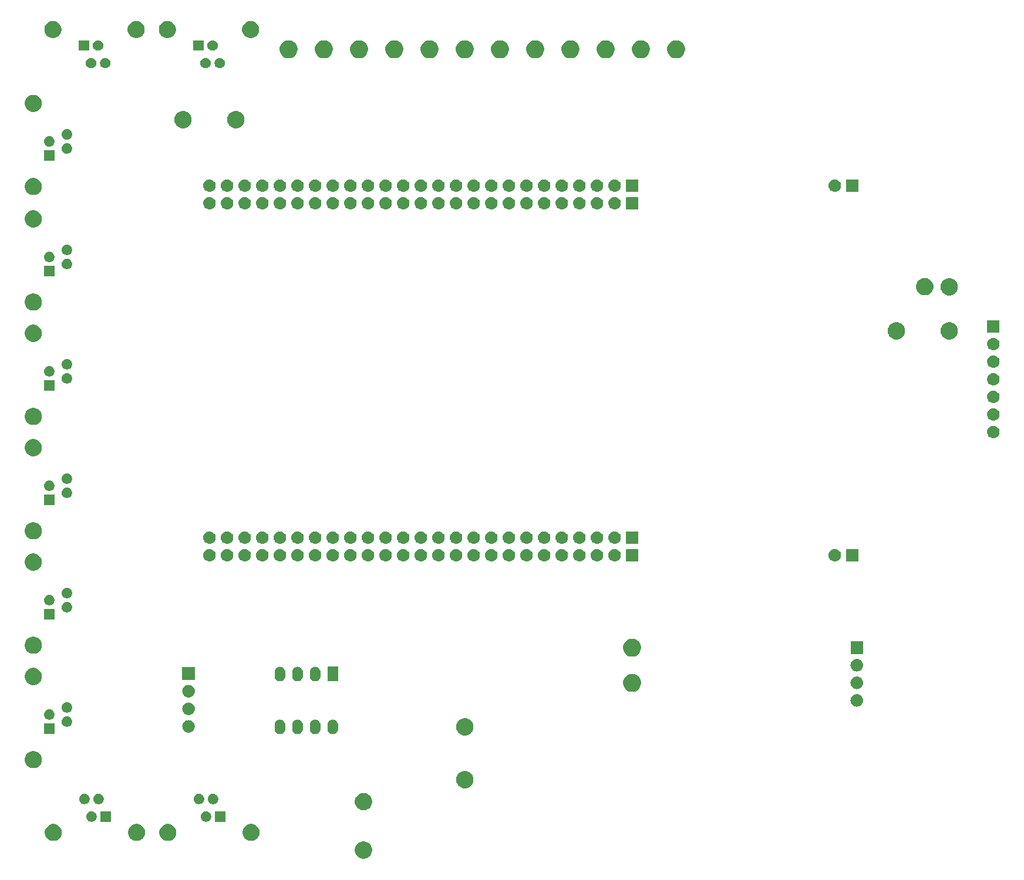
<source format=gbr>
G04 #@! TF.GenerationSoftware,KiCad,Pcbnew,(5.0.2)-1*
G04 #@! TF.CreationDate,2022-12-18T00:38:05+03:00*
G04 #@! TF.ProjectId,aks_mainboard,616b735f-6d61-4696-9e62-6f6172642e6b,rev?*
G04 #@! TF.SameCoordinates,Original*
G04 #@! TF.FileFunction,Soldermask,Top*
G04 #@! TF.FilePolarity,Negative*
%FSLAX46Y46*%
G04 Gerber Fmt 4.6, Leading zero omitted, Abs format (unit mm)*
G04 Created by KiCad (PCBNEW (5.0.2)-1) date 18.12.2022 00:38:05*
%MOMM*%
%LPD*%
G01*
G04 APERTURE LIST*
%ADD10C,0.100000*%
G04 APERTURE END LIST*
D10*
G36*
X122738636Y-162591019D02*
X122919903Y-162627075D01*
X123147571Y-162721378D01*
X123351542Y-162857668D01*
X123352469Y-162858287D01*
X123526713Y-163032531D01*
X123526715Y-163032534D01*
X123663622Y-163237429D01*
X123757925Y-163465097D01*
X123806000Y-163706787D01*
X123806000Y-163953213D01*
X123757925Y-164194903D01*
X123663622Y-164422571D01*
X123527332Y-164626542D01*
X123526713Y-164627469D01*
X123352469Y-164801713D01*
X123352466Y-164801715D01*
X123147571Y-164938622D01*
X122919903Y-165032925D01*
X122738636Y-165068981D01*
X122678214Y-165081000D01*
X122431786Y-165081000D01*
X122371364Y-165068981D01*
X122190097Y-165032925D01*
X121962429Y-164938622D01*
X121757534Y-164801715D01*
X121757531Y-164801713D01*
X121583287Y-164627469D01*
X121582668Y-164626542D01*
X121446378Y-164422571D01*
X121352075Y-164194903D01*
X121304000Y-163953213D01*
X121304000Y-163706787D01*
X121352075Y-163465097D01*
X121446378Y-163237429D01*
X121583285Y-163032534D01*
X121583287Y-163032531D01*
X121757531Y-162858287D01*
X121758458Y-162857668D01*
X121962429Y-162721378D01*
X122190097Y-162627075D01*
X122371364Y-162591019D01*
X122431786Y-162579000D01*
X122678214Y-162579000D01*
X122738636Y-162591019D01*
X122738636Y-162591019D01*
G37*
G36*
X106689069Y-160106306D02*
X106913096Y-160199101D01*
X107114720Y-160333822D01*
X107286178Y-160505280D01*
X107420899Y-160706904D01*
X107513694Y-160930931D01*
X107561000Y-161168756D01*
X107561000Y-161411244D01*
X107513694Y-161649069D01*
X107420899Y-161873096D01*
X107286178Y-162074720D01*
X107114720Y-162246178D01*
X106913096Y-162380899D01*
X106689069Y-162473694D01*
X106451244Y-162521000D01*
X106208756Y-162521000D01*
X105970931Y-162473694D01*
X105746904Y-162380899D01*
X105545280Y-162246178D01*
X105373822Y-162074720D01*
X105239101Y-161873096D01*
X105146306Y-161649069D01*
X105099000Y-161411244D01*
X105099000Y-161168756D01*
X105146306Y-160930931D01*
X105239101Y-160706904D01*
X105373822Y-160505280D01*
X105545280Y-160333822D01*
X105746904Y-160199101D01*
X105970931Y-160106306D01*
X106208756Y-160059000D01*
X106451244Y-160059000D01*
X106689069Y-160106306D01*
X106689069Y-160106306D01*
G37*
G36*
X78179069Y-160106306D02*
X78403096Y-160199101D01*
X78604720Y-160333822D01*
X78776178Y-160505280D01*
X78910899Y-160706904D01*
X79003694Y-160930931D01*
X79051000Y-161168756D01*
X79051000Y-161411244D01*
X79003694Y-161649069D01*
X78910899Y-161873096D01*
X78776178Y-162074720D01*
X78604720Y-162246178D01*
X78403096Y-162380899D01*
X78179069Y-162473694D01*
X77941244Y-162521000D01*
X77698756Y-162521000D01*
X77460931Y-162473694D01*
X77236904Y-162380899D01*
X77035280Y-162246178D01*
X76863822Y-162074720D01*
X76729101Y-161873096D01*
X76636306Y-161649069D01*
X76589000Y-161411244D01*
X76589000Y-161168756D01*
X76636306Y-160930931D01*
X76729101Y-160706904D01*
X76863822Y-160505280D01*
X77035280Y-160333822D01*
X77236904Y-160199101D01*
X77460931Y-160106306D01*
X77698756Y-160059000D01*
X77941244Y-160059000D01*
X78179069Y-160106306D01*
X78179069Y-160106306D01*
G37*
G36*
X94689069Y-160106306D02*
X94913096Y-160199101D01*
X95114720Y-160333822D01*
X95286178Y-160505280D01*
X95420899Y-160706904D01*
X95513694Y-160930931D01*
X95561000Y-161168756D01*
X95561000Y-161411244D01*
X95513694Y-161649069D01*
X95420899Y-161873096D01*
X95286178Y-162074720D01*
X95114720Y-162246178D01*
X94913096Y-162380899D01*
X94689069Y-162473694D01*
X94451244Y-162521000D01*
X94208756Y-162521000D01*
X93970931Y-162473694D01*
X93746904Y-162380899D01*
X93545280Y-162246178D01*
X93373822Y-162074720D01*
X93239101Y-161873096D01*
X93146306Y-161649069D01*
X93099000Y-161411244D01*
X93099000Y-161168756D01*
X93146306Y-160930931D01*
X93239101Y-160706904D01*
X93373822Y-160505280D01*
X93545280Y-160333822D01*
X93746904Y-160199101D01*
X93970931Y-160106306D01*
X94208756Y-160059000D01*
X94451244Y-160059000D01*
X94689069Y-160106306D01*
X94689069Y-160106306D01*
G37*
G36*
X90179069Y-160106306D02*
X90403096Y-160199101D01*
X90604720Y-160333822D01*
X90776178Y-160505280D01*
X90910899Y-160706904D01*
X91003694Y-160930931D01*
X91051000Y-161168756D01*
X91051000Y-161411244D01*
X91003694Y-161649069D01*
X90910899Y-161873096D01*
X90776178Y-162074720D01*
X90604720Y-162246178D01*
X90403096Y-162380899D01*
X90179069Y-162473694D01*
X89941244Y-162521000D01*
X89698756Y-162521000D01*
X89460931Y-162473694D01*
X89236904Y-162380899D01*
X89035280Y-162246178D01*
X88863822Y-162074720D01*
X88729101Y-161873096D01*
X88636306Y-161649069D01*
X88589000Y-161411244D01*
X88589000Y-161168756D01*
X88636306Y-160930931D01*
X88729101Y-160706904D01*
X88863822Y-160505280D01*
X89035280Y-160333822D01*
X89236904Y-160199101D01*
X89460931Y-160106306D01*
X89698756Y-160059000D01*
X89941244Y-160059000D01*
X90179069Y-160106306D01*
X90179069Y-160106306D01*
G37*
G36*
X100040225Y-158264014D02*
X100177627Y-158320928D01*
X100299641Y-158402455D01*
X100301287Y-158403555D01*
X100406445Y-158508713D01*
X100489073Y-158632375D01*
X100545986Y-158769775D01*
X100575000Y-158915638D01*
X100575000Y-159064362D01*
X100545986Y-159210225D01*
X100489073Y-159347625D01*
X100406445Y-159471287D01*
X100301287Y-159576445D01*
X100301284Y-159576447D01*
X100177627Y-159659072D01*
X100177626Y-159659073D01*
X100177625Y-159659073D01*
X100040225Y-159715986D01*
X99894362Y-159745000D01*
X99745638Y-159745000D01*
X99599775Y-159715986D01*
X99462375Y-159659073D01*
X99462374Y-159659073D01*
X99462373Y-159659072D01*
X99338716Y-159576447D01*
X99338713Y-159576445D01*
X99233555Y-159471287D01*
X99150927Y-159347625D01*
X99094014Y-159210225D01*
X99065000Y-159064362D01*
X99065000Y-158915638D01*
X99094014Y-158769775D01*
X99150927Y-158632375D01*
X99233555Y-158508713D01*
X99338713Y-158403555D01*
X99340359Y-158402455D01*
X99462373Y-158320928D01*
X99599775Y-158264014D01*
X99745638Y-158235000D01*
X99894362Y-158235000D01*
X100040225Y-158264014D01*
X100040225Y-158264014D01*
G37*
G36*
X86105000Y-159745000D02*
X84595000Y-159745000D01*
X84595000Y-158235000D01*
X86105000Y-158235000D01*
X86105000Y-159745000D01*
X86105000Y-159745000D01*
G37*
G36*
X102615000Y-159745000D02*
X101105000Y-159745000D01*
X101105000Y-158235000D01*
X102615000Y-158235000D01*
X102615000Y-159745000D01*
X102615000Y-159745000D01*
G37*
G36*
X83530225Y-158264014D02*
X83667627Y-158320928D01*
X83789641Y-158402455D01*
X83791287Y-158403555D01*
X83896445Y-158508713D01*
X83979073Y-158632375D01*
X84035986Y-158769775D01*
X84065000Y-158915638D01*
X84065000Y-159064362D01*
X84035986Y-159210225D01*
X83979073Y-159347625D01*
X83896445Y-159471287D01*
X83791287Y-159576445D01*
X83791284Y-159576447D01*
X83667627Y-159659072D01*
X83667626Y-159659073D01*
X83667625Y-159659073D01*
X83530225Y-159715986D01*
X83384362Y-159745000D01*
X83235638Y-159745000D01*
X83089775Y-159715986D01*
X82952375Y-159659073D01*
X82952374Y-159659073D01*
X82952373Y-159659072D01*
X82828716Y-159576447D01*
X82828713Y-159576445D01*
X82723555Y-159471287D01*
X82640927Y-159347625D01*
X82584014Y-159210225D01*
X82555000Y-159064362D01*
X82555000Y-158915638D01*
X82584014Y-158769775D01*
X82640927Y-158632375D01*
X82723555Y-158508713D01*
X82828713Y-158403555D01*
X82830359Y-158402455D01*
X82952373Y-158320928D01*
X83089775Y-158264014D01*
X83235638Y-158235000D01*
X83384362Y-158235000D01*
X83530225Y-158264014D01*
X83530225Y-158264014D01*
G37*
G36*
X122738635Y-155606019D02*
X122919903Y-155642075D01*
X123147571Y-155736378D01*
X123337901Y-155863553D01*
X123352469Y-155873287D01*
X123526713Y-156047531D01*
X123526715Y-156047534D01*
X123663622Y-156252429D01*
X123757925Y-156480097D01*
X123806000Y-156721787D01*
X123806000Y-156968213D01*
X123757925Y-157209903D01*
X123663622Y-157437571D01*
X123527332Y-157641542D01*
X123526713Y-157642469D01*
X123352469Y-157816713D01*
X123352466Y-157816715D01*
X123147571Y-157953622D01*
X122919903Y-158047925D01*
X122738635Y-158083981D01*
X122678214Y-158096000D01*
X122431786Y-158096000D01*
X122371365Y-158083981D01*
X122190097Y-158047925D01*
X121962429Y-157953622D01*
X121757534Y-157816715D01*
X121757531Y-157816713D01*
X121583287Y-157642469D01*
X121582668Y-157641542D01*
X121446378Y-157437571D01*
X121352075Y-157209903D01*
X121304000Y-156968213D01*
X121304000Y-156721787D01*
X121352075Y-156480097D01*
X121446378Y-156252429D01*
X121583285Y-156047534D01*
X121583287Y-156047531D01*
X121757531Y-155873287D01*
X121772099Y-155863553D01*
X121962429Y-155736378D01*
X122190097Y-155642075D01*
X122371365Y-155606019D01*
X122431786Y-155594000D01*
X122678214Y-155594000D01*
X122738635Y-155606019D01*
X122738635Y-155606019D01*
G37*
G36*
X82510225Y-155724014D02*
X82647627Y-155780928D01*
X82769641Y-155862455D01*
X82771287Y-155863555D01*
X82876445Y-155968713D01*
X82876447Y-155968716D01*
X82929112Y-156047534D01*
X82959073Y-156092375D01*
X83015986Y-156229775D01*
X83045000Y-156375638D01*
X83045000Y-156524362D01*
X83015986Y-156670225D01*
X82959073Y-156807625D01*
X82876445Y-156931287D01*
X82771287Y-157036445D01*
X82771284Y-157036447D01*
X82647627Y-157119072D01*
X82647626Y-157119073D01*
X82647625Y-157119073D01*
X82510225Y-157175986D01*
X82364362Y-157205000D01*
X82215638Y-157205000D01*
X82069775Y-157175986D01*
X81932375Y-157119073D01*
X81932374Y-157119073D01*
X81932373Y-157119072D01*
X81808716Y-157036447D01*
X81808713Y-157036445D01*
X81703555Y-156931287D01*
X81620927Y-156807625D01*
X81564014Y-156670225D01*
X81535000Y-156524362D01*
X81535000Y-156375638D01*
X81564014Y-156229775D01*
X81620927Y-156092375D01*
X81650889Y-156047534D01*
X81703553Y-155968716D01*
X81703555Y-155968713D01*
X81808713Y-155863555D01*
X81810359Y-155862455D01*
X81932373Y-155780928D01*
X82069775Y-155724014D01*
X82215638Y-155695000D01*
X82364362Y-155695000D01*
X82510225Y-155724014D01*
X82510225Y-155724014D01*
G37*
G36*
X101060225Y-155724014D02*
X101197627Y-155780928D01*
X101319641Y-155862455D01*
X101321287Y-155863555D01*
X101426445Y-155968713D01*
X101426447Y-155968716D01*
X101479112Y-156047534D01*
X101509073Y-156092375D01*
X101565986Y-156229775D01*
X101595000Y-156375638D01*
X101595000Y-156524362D01*
X101565986Y-156670225D01*
X101509073Y-156807625D01*
X101426445Y-156931287D01*
X101321287Y-157036445D01*
X101321284Y-157036447D01*
X101197627Y-157119072D01*
X101197626Y-157119073D01*
X101197625Y-157119073D01*
X101060225Y-157175986D01*
X100914362Y-157205000D01*
X100765638Y-157205000D01*
X100619775Y-157175986D01*
X100482375Y-157119073D01*
X100482374Y-157119073D01*
X100482373Y-157119072D01*
X100358716Y-157036447D01*
X100358713Y-157036445D01*
X100253555Y-156931287D01*
X100170927Y-156807625D01*
X100114014Y-156670225D01*
X100085000Y-156524362D01*
X100085000Y-156375638D01*
X100114014Y-156229775D01*
X100170927Y-156092375D01*
X100200889Y-156047534D01*
X100253553Y-155968716D01*
X100253555Y-155968713D01*
X100358713Y-155863555D01*
X100360359Y-155862455D01*
X100482373Y-155780928D01*
X100619775Y-155724014D01*
X100765638Y-155695000D01*
X100914362Y-155695000D01*
X101060225Y-155724014D01*
X101060225Y-155724014D01*
G37*
G36*
X84550225Y-155724014D02*
X84687627Y-155780928D01*
X84809641Y-155862455D01*
X84811287Y-155863555D01*
X84916445Y-155968713D01*
X84916447Y-155968716D01*
X84969112Y-156047534D01*
X84999073Y-156092375D01*
X85055986Y-156229775D01*
X85085000Y-156375638D01*
X85085000Y-156524362D01*
X85055986Y-156670225D01*
X84999073Y-156807625D01*
X84916445Y-156931287D01*
X84811287Y-157036445D01*
X84811284Y-157036447D01*
X84687627Y-157119072D01*
X84687626Y-157119073D01*
X84687625Y-157119073D01*
X84550225Y-157175986D01*
X84404362Y-157205000D01*
X84255638Y-157205000D01*
X84109775Y-157175986D01*
X83972375Y-157119073D01*
X83972374Y-157119073D01*
X83972373Y-157119072D01*
X83848716Y-157036447D01*
X83848713Y-157036445D01*
X83743555Y-156931287D01*
X83660927Y-156807625D01*
X83604014Y-156670225D01*
X83575000Y-156524362D01*
X83575000Y-156375638D01*
X83604014Y-156229775D01*
X83660927Y-156092375D01*
X83690889Y-156047534D01*
X83743553Y-155968716D01*
X83743555Y-155968713D01*
X83848713Y-155863555D01*
X83850359Y-155862455D01*
X83972373Y-155780928D01*
X84109775Y-155724014D01*
X84255638Y-155695000D01*
X84404362Y-155695000D01*
X84550225Y-155724014D01*
X84550225Y-155724014D01*
G37*
G36*
X99020225Y-155724014D02*
X99157627Y-155780928D01*
X99279641Y-155862455D01*
X99281287Y-155863555D01*
X99386445Y-155968713D01*
X99386447Y-155968716D01*
X99439112Y-156047534D01*
X99469073Y-156092375D01*
X99525986Y-156229775D01*
X99555000Y-156375638D01*
X99555000Y-156524362D01*
X99525986Y-156670225D01*
X99469073Y-156807625D01*
X99386445Y-156931287D01*
X99281287Y-157036445D01*
X99281284Y-157036447D01*
X99157627Y-157119072D01*
X99157626Y-157119073D01*
X99157625Y-157119073D01*
X99020225Y-157175986D01*
X98874362Y-157205000D01*
X98725638Y-157205000D01*
X98579775Y-157175986D01*
X98442375Y-157119073D01*
X98442374Y-157119073D01*
X98442373Y-157119072D01*
X98318716Y-157036447D01*
X98318713Y-157036445D01*
X98213555Y-156931287D01*
X98130927Y-156807625D01*
X98074014Y-156670225D01*
X98045000Y-156524362D01*
X98045000Y-156375638D01*
X98074014Y-156229775D01*
X98130927Y-156092375D01*
X98160889Y-156047534D01*
X98213553Y-155968716D01*
X98213555Y-155968713D01*
X98318713Y-155863555D01*
X98320359Y-155862455D01*
X98442373Y-155780928D01*
X98579775Y-155724014D01*
X98725638Y-155695000D01*
X98874362Y-155695000D01*
X99020225Y-155724014D01*
X99020225Y-155724014D01*
G37*
G36*
X137343636Y-152431019D02*
X137524903Y-152467075D01*
X137752571Y-152561378D01*
X137956542Y-152697668D01*
X137957469Y-152698287D01*
X138131713Y-152872531D01*
X138131715Y-152872534D01*
X138268622Y-153077429D01*
X138362925Y-153305097D01*
X138411000Y-153546787D01*
X138411000Y-153793213D01*
X138362925Y-154034903D01*
X138268622Y-154262571D01*
X138132332Y-154466542D01*
X138131713Y-154467469D01*
X137957469Y-154641713D01*
X137957466Y-154641715D01*
X137752571Y-154778622D01*
X137524903Y-154872925D01*
X137343636Y-154908981D01*
X137283214Y-154921000D01*
X137036786Y-154921000D01*
X136976364Y-154908981D01*
X136795097Y-154872925D01*
X136567429Y-154778622D01*
X136362534Y-154641715D01*
X136362531Y-154641713D01*
X136188287Y-154467469D01*
X136187668Y-154466542D01*
X136051378Y-154262571D01*
X135957075Y-154034903D01*
X135909000Y-153793213D01*
X135909000Y-153546787D01*
X135957075Y-153305097D01*
X136051378Y-153077429D01*
X136188285Y-152872534D01*
X136188287Y-152872531D01*
X136362531Y-152698287D01*
X136363458Y-152697668D01*
X136567429Y-152561378D01*
X136795097Y-152467075D01*
X136976364Y-152431019D01*
X137036786Y-152419000D01*
X137283214Y-152419000D01*
X137343636Y-152431019D01*
X137343636Y-152431019D01*
G37*
G36*
X75289069Y-149596306D02*
X75513096Y-149689101D01*
X75714720Y-149823822D01*
X75886178Y-149995280D01*
X76020899Y-150196904D01*
X76113694Y-150420931D01*
X76161000Y-150658756D01*
X76161000Y-150901244D01*
X76113694Y-151139069D01*
X76020899Y-151363096D01*
X75886178Y-151564720D01*
X75714720Y-151736178D01*
X75513096Y-151870899D01*
X75289069Y-151963694D01*
X75051244Y-152011000D01*
X74808756Y-152011000D01*
X74570931Y-151963694D01*
X74346904Y-151870899D01*
X74145280Y-151736178D01*
X73973822Y-151564720D01*
X73839101Y-151363096D01*
X73746306Y-151139069D01*
X73699000Y-150901244D01*
X73699000Y-150658756D01*
X73746306Y-150420931D01*
X73839101Y-150196904D01*
X73973822Y-149995280D01*
X74145280Y-149823822D01*
X74346904Y-149689101D01*
X74570931Y-149596306D01*
X74808756Y-149549000D01*
X75051244Y-149549000D01*
X75289069Y-149596306D01*
X75289069Y-149596306D01*
G37*
G36*
X137332044Y-144808713D02*
X137524903Y-144847075D01*
X137752571Y-144941378D01*
X137921486Y-145054244D01*
X137957469Y-145078287D01*
X138131713Y-145252531D01*
X138131715Y-145252534D01*
X138268622Y-145457429D01*
X138362925Y-145685097D01*
X138411000Y-145926787D01*
X138411000Y-146173213D01*
X138362925Y-146414903D01*
X138268622Y-146642571D01*
X138189878Y-146760419D01*
X138131713Y-146847469D01*
X137957469Y-147021713D01*
X137957466Y-147021715D01*
X137752571Y-147158622D01*
X137524903Y-147252925D01*
X137343635Y-147288981D01*
X137283214Y-147301000D01*
X137036786Y-147301000D01*
X136976365Y-147288981D01*
X136795097Y-147252925D01*
X136567429Y-147158622D01*
X136362534Y-147021715D01*
X136362531Y-147021713D01*
X136188287Y-146847469D01*
X136130122Y-146760419D01*
X136051378Y-146642571D01*
X135957075Y-146414903D01*
X135909000Y-146173213D01*
X135909000Y-145926787D01*
X135957075Y-145685097D01*
X136051378Y-145457429D01*
X136188285Y-145252534D01*
X136188287Y-145252531D01*
X136362531Y-145078287D01*
X136398514Y-145054244D01*
X136567429Y-144941378D01*
X136795097Y-144847075D01*
X136987956Y-144808713D01*
X137036786Y-144799000D01*
X137283214Y-144799000D01*
X137332044Y-144808713D01*
X137332044Y-144808713D01*
G37*
G36*
X110641142Y-145010156D02*
X110786476Y-145054243D01*
X110786478Y-145054244D01*
X110920419Y-145125837D01*
X111037817Y-145222183D01*
X111134163Y-145339581D01*
X111136890Y-145344683D01*
X111205757Y-145473524D01*
X111249844Y-145618858D01*
X111261000Y-145732128D01*
X111261000Y-146367872D01*
X111249844Y-146481142D01*
X111206188Y-146625054D01*
X111205756Y-146626478D01*
X111134163Y-146760419D01*
X111037820Y-146877814D01*
X111037818Y-146877815D01*
X111037817Y-146877817D01*
X110920416Y-146974164D01*
X110786475Y-147045757D01*
X110641141Y-147089844D01*
X110490000Y-147104730D01*
X110338858Y-147089844D01*
X110193524Y-147045757D01*
X110193522Y-147045756D01*
X110059581Y-146974163D01*
X109942186Y-146877820D01*
X109942185Y-146877818D01*
X109942183Y-146877817D01*
X109845836Y-146760416D01*
X109774243Y-146626475D01*
X109730156Y-146481141D01*
X109719000Y-146367871D01*
X109719000Y-145732128D01*
X109730156Y-145618858D01*
X109774243Y-145473524D01*
X109832592Y-145364362D01*
X109845837Y-145339582D01*
X109942184Y-145222183D01*
X110059582Y-145125837D01*
X110193523Y-145054244D01*
X110193525Y-145054243D01*
X110338859Y-145010156D01*
X110490000Y-144995270D01*
X110641142Y-145010156D01*
X110641142Y-145010156D01*
G37*
G36*
X113181142Y-145010156D02*
X113326476Y-145054243D01*
X113326478Y-145054244D01*
X113460419Y-145125837D01*
X113577817Y-145222183D01*
X113674163Y-145339581D01*
X113676890Y-145344683D01*
X113745757Y-145473524D01*
X113789844Y-145618858D01*
X113801000Y-145732128D01*
X113801000Y-146367872D01*
X113789844Y-146481142D01*
X113746188Y-146625054D01*
X113745756Y-146626478D01*
X113674163Y-146760419D01*
X113577820Y-146877814D01*
X113577818Y-146877815D01*
X113577817Y-146877817D01*
X113460416Y-146974164D01*
X113326475Y-147045757D01*
X113181141Y-147089844D01*
X113030000Y-147104730D01*
X112878858Y-147089844D01*
X112733524Y-147045757D01*
X112733522Y-147045756D01*
X112599581Y-146974163D01*
X112482186Y-146877820D01*
X112482185Y-146877818D01*
X112482183Y-146877817D01*
X112385836Y-146760416D01*
X112314243Y-146626475D01*
X112270156Y-146481141D01*
X112259000Y-146367871D01*
X112259000Y-145732128D01*
X112270156Y-145618858D01*
X112314243Y-145473524D01*
X112372592Y-145364362D01*
X112385837Y-145339582D01*
X112482184Y-145222183D01*
X112599582Y-145125837D01*
X112733523Y-145054244D01*
X112733525Y-145054243D01*
X112878859Y-145010156D01*
X113030000Y-144995270D01*
X113181142Y-145010156D01*
X113181142Y-145010156D01*
G37*
G36*
X118261142Y-145010156D02*
X118406476Y-145054243D01*
X118406478Y-145054244D01*
X118540419Y-145125837D01*
X118657817Y-145222183D01*
X118754163Y-145339581D01*
X118756890Y-145344683D01*
X118825757Y-145473524D01*
X118869844Y-145618858D01*
X118881000Y-145732128D01*
X118881000Y-146367872D01*
X118869844Y-146481142D01*
X118826188Y-146625054D01*
X118825756Y-146626478D01*
X118754163Y-146760419D01*
X118657820Y-146877814D01*
X118657818Y-146877815D01*
X118657817Y-146877817D01*
X118540416Y-146974164D01*
X118406475Y-147045757D01*
X118261141Y-147089844D01*
X118110000Y-147104730D01*
X117958858Y-147089844D01*
X117813524Y-147045757D01*
X117813522Y-147045756D01*
X117679581Y-146974163D01*
X117562186Y-146877820D01*
X117562185Y-146877818D01*
X117562183Y-146877817D01*
X117465836Y-146760416D01*
X117394243Y-146626475D01*
X117350156Y-146481141D01*
X117339000Y-146367871D01*
X117339000Y-145732128D01*
X117350156Y-145618858D01*
X117394243Y-145473524D01*
X117452592Y-145364362D01*
X117465837Y-145339582D01*
X117562184Y-145222183D01*
X117679582Y-145125837D01*
X117813523Y-145054244D01*
X117813525Y-145054243D01*
X117958859Y-145010156D01*
X118110000Y-144995270D01*
X118261142Y-145010156D01*
X118261142Y-145010156D01*
G37*
G36*
X115721142Y-145010156D02*
X115866476Y-145054243D01*
X115866478Y-145054244D01*
X116000419Y-145125837D01*
X116117817Y-145222183D01*
X116214163Y-145339581D01*
X116216890Y-145344683D01*
X116285757Y-145473524D01*
X116329844Y-145618858D01*
X116341000Y-145732128D01*
X116341000Y-146367872D01*
X116329844Y-146481142D01*
X116286188Y-146625054D01*
X116285756Y-146626478D01*
X116214163Y-146760419D01*
X116117820Y-146877814D01*
X116117818Y-146877815D01*
X116117817Y-146877817D01*
X116000416Y-146974164D01*
X115866475Y-147045757D01*
X115721141Y-147089844D01*
X115570000Y-147104730D01*
X115418858Y-147089844D01*
X115273524Y-147045757D01*
X115273522Y-147045756D01*
X115139581Y-146974163D01*
X115022186Y-146877820D01*
X115022185Y-146877818D01*
X115022183Y-146877817D01*
X114925836Y-146760416D01*
X114854243Y-146626475D01*
X114810156Y-146481141D01*
X114799000Y-146367871D01*
X114799000Y-145732128D01*
X114810156Y-145618858D01*
X114854243Y-145473524D01*
X114912592Y-145364362D01*
X114925837Y-145339582D01*
X115022184Y-145222183D01*
X115139582Y-145125837D01*
X115273523Y-145054244D01*
X115273525Y-145054243D01*
X115418859Y-145010156D01*
X115570000Y-144995270D01*
X115721142Y-145010156D01*
X115721142Y-145010156D01*
G37*
G36*
X77985000Y-147065000D02*
X76475000Y-147065000D01*
X76475000Y-145555000D01*
X77985000Y-145555000D01*
X77985000Y-147065000D01*
X77985000Y-147065000D01*
G37*
G36*
X97424390Y-145090386D02*
X97490575Y-145096905D01*
X97585948Y-145125836D01*
X97660415Y-145148425D01*
X97786160Y-145215638D01*
X97816939Y-145232090D01*
X97841846Y-145252531D01*
X97954134Y-145344682D01*
X98037396Y-145446139D01*
X98066726Y-145481877D01*
X98066727Y-145481879D01*
X98150391Y-145638401D01*
X98164556Y-145685097D01*
X98201911Y-145808241D01*
X98219307Y-145984868D01*
X98201911Y-146161495D01*
X98198356Y-146173213D01*
X98150391Y-146331335D01*
X98105724Y-146414900D01*
X98066726Y-146487859D01*
X98037396Y-146523597D01*
X97954134Y-146625054D01*
X97852677Y-146708316D01*
X97816939Y-146737646D01*
X97816937Y-146737647D01*
X97660415Y-146821311D01*
X97603801Y-146838484D01*
X97490575Y-146872831D01*
X97439950Y-146877817D01*
X97358208Y-146885868D01*
X97269688Y-146885868D01*
X97187946Y-146877817D01*
X97137321Y-146872831D01*
X97024095Y-146838484D01*
X96967481Y-146821311D01*
X96810959Y-146737647D01*
X96810957Y-146737646D01*
X96775219Y-146708316D01*
X96673762Y-146625054D01*
X96590500Y-146523597D01*
X96561170Y-146487859D01*
X96522172Y-146414900D01*
X96477505Y-146331335D01*
X96429540Y-146173213D01*
X96425985Y-146161495D01*
X96408589Y-145984868D01*
X96425985Y-145808241D01*
X96463340Y-145685097D01*
X96477505Y-145638401D01*
X96561169Y-145481879D01*
X96561170Y-145481877D01*
X96590500Y-145446139D01*
X96673762Y-145344682D01*
X96786050Y-145252531D01*
X96810957Y-145232090D01*
X96841736Y-145215638D01*
X96967481Y-145148425D01*
X97041948Y-145125836D01*
X97137321Y-145096905D01*
X97203506Y-145090386D01*
X97269688Y-145083868D01*
X97358208Y-145083868D01*
X97424390Y-145090386D01*
X97424390Y-145090386D01*
G37*
G36*
X79990225Y-144564014D02*
X80127627Y-144620928D01*
X80249641Y-144702455D01*
X80251287Y-144703555D01*
X80356445Y-144808713D01*
X80356447Y-144808716D01*
X80388339Y-144856445D01*
X80439073Y-144932375D01*
X80495986Y-145069775D01*
X80525000Y-145215638D01*
X80525000Y-145364362D01*
X80495986Y-145510225D01*
X80439073Y-145647625D01*
X80356445Y-145771287D01*
X80251287Y-145876445D01*
X80251284Y-145876447D01*
X80127627Y-145959072D01*
X80127626Y-145959073D01*
X80127625Y-145959073D01*
X79990225Y-146015986D01*
X79844362Y-146045000D01*
X79695638Y-146045000D01*
X79549775Y-146015986D01*
X79412375Y-145959073D01*
X79412374Y-145959073D01*
X79412373Y-145959072D01*
X79288716Y-145876447D01*
X79288713Y-145876445D01*
X79183555Y-145771287D01*
X79100927Y-145647625D01*
X79044014Y-145510225D01*
X79015000Y-145364362D01*
X79015000Y-145215638D01*
X79044014Y-145069775D01*
X79100927Y-144932375D01*
X79151662Y-144856445D01*
X79183553Y-144808716D01*
X79183555Y-144808713D01*
X79288713Y-144703555D01*
X79290359Y-144702455D01*
X79412373Y-144620928D01*
X79549775Y-144564014D01*
X79695638Y-144535000D01*
X79844362Y-144535000D01*
X79990225Y-144564014D01*
X79990225Y-144564014D01*
G37*
G36*
X77450225Y-143544014D02*
X77587627Y-143600928D01*
X77709641Y-143682455D01*
X77711287Y-143683555D01*
X77816445Y-143788713D01*
X77816447Y-143788716D01*
X77848339Y-143836445D01*
X77899073Y-143912375D01*
X77955986Y-144049775D01*
X77985000Y-144195638D01*
X77985000Y-144344362D01*
X77955986Y-144490225D01*
X77925422Y-144564014D01*
X77899072Y-144627627D01*
X77817545Y-144749641D01*
X77816445Y-144751287D01*
X77711287Y-144856445D01*
X77711284Y-144856447D01*
X77587627Y-144939072D01*
X77587626Y-144939073D01*
X77587625Y-144939073D01*
X77450225Y-144995986D01*
X77304362Y-145025000D01*
X77155638Y-145025000D01*
X77009775Y-144995986D01*
X76872375Y-144939073D01*
X76872374Y-144939073D01*
X76872373Y-144939072D01*
X76748716Y-144856447D01*
X76748713Y-144856445D01*
X76643555Y-144751287D01*
X76642455Y-144749641D01*
X76560928Y-144627627D01*
X76534579Y-144564014D01*
X76504014Y-144490225D01*
X76475000Y-144344362D01*
X76475000Y-144195638D01*
X76504014Y-144049775D01*
X76560927Y-143912375D01*
X76611662Y-143836445D01*
X76643553Y-143788716D01*
X76643555Y-143788713D01*
X76748713Y-143683555D01*
X76750359Y-143682455D01*
X76872373Y-143600928D01*
X77009775Y-143544014D01*
X77155638Y-143515000D01*
X77304362Y-143515000D01*
X77450225Y-143544014D01*
X77450225Y-143544014D01*
G37*
G36*
X97424390Y-142550386D02*
X97490575Y-142556905D01*
X97588028Y-142586467D01*
X97660415Y-142608425D01*
X97763554Y-142663555D01*
X97816939Y-142692090D01*
X97852677Y-142721420D01*
X97954134Y-142804682D01*
X98037396Y-142906139D01*
X98066726Y-142941877D01*
X98066727Y-142941879D01*
X98150391Y-143098401D01*
X98150391Y-143098402D01*
X98201911Y-143268241D01*
X98219307Y-143444868D01*
X98201911Y-143621495D01*
X98183086Y-143683553D01*
X98150391Y-143791335D01*
X98085694Y-143912373D01*
X98066726Y-143947859D01*
X98037396Y-143983597D01*
X97954134Y-144085054D01*
X97852677Y-144168316D01*
X97816939Y-144197646D01*
X97816937Y-144197647D01*
X97660415Y-144281311D01*
X97603801Y-144298484D01*
X97490575Y-144332831D01*
X97424391Y-144339349D01*
X97358208Y-144345868D01*
X97269688Y-144345868D01*
X97203505Y-144339349D01*
X97137321Y-144332831D01*
X97024095Y-144298484D01*
X96967481Y-144281311D01*
X96810959Y-144197647D01*
X96810957Y-144197646D01*
X96775219Y-144168316D01*
X96673762Y-144085054D01*
X96590500Y-143983597D01*
X96561170Y-143947859D01*
X96542202Y-143912373D01*
X96477505Y-143791335D01*
X96444810Y-143683553D01*
X96425985Y-143621495D01*
X96408589Y-143444868D01*
X96425985Y-143268241D01*
X96477505Y-143098402D01*
X96477505Y-143098401D01*
X96561169Y-142941879D01*
X96561170Y-142941877D01*
X96590500Y-142906139D01*
X96673762Y-142804682D01*
X96775219Y-142721420D01*
X96810957Y-142692090D01*
X96864342Y-142663555D01*
X96967481Y-142608425D01*
X97039868Y-142586467D01*
X97137321Y-142556905D01*
X97203506Y-142550386D01*
X97269688Y-142543868D01*
X97358208Y-142543868D01*
X97424390Y-142550386D01*
X97424390Y-142550386D01*
G37*
G36*
X79990225Y-142524014D02*
X80127627Y-142580928D01*
X80168779Y-142608425D01*
X80251287Y-142663555D01*
X80356445Y-142768713D01*
X80439073Y-142892375D01*
X80495986Y-143029775D01*
X80525000Y-143175638D01*
X80525000Y-143324362D01*
X80495986Y-143470225D01*
X80465422Y-143544014D01*
X80439072Y-143607627D01*
X80357545Y-143729641D01*
X80356445Y-143731287D01*
X80251287Y-143836445D01*
X80251284Y-143836447D01*
X80127627Y-143919072D01*
X80127626Y-143919073D01*
X80127625Y-143919073D01*
X79990225Y-143975986D01*
X79844362Y-144005000D01*
X79695638Y-144005000D01*
X79549775Y-143975986D01*
X79412375Y-143919073D01*
X79412374Y-143919073D01*
X79412373Y-143919072D01*
X79288716Y-143836447D01*
X79288713Y-143836445D01*
X79183555Y-143731287D01*
X79182455Y-143729641D01*
X79100928Y-143607627D01*
X79074579Y-143544014D01*
X79044014Y-143470225D01*
X79015000Y-143324362D01*
X79015000Y-143175638D01*
X79044014Y-143029775D01*
X79100927Y-142892375D01*
X79183555Y-142768713D01*
X79288713Y-142663555D01*
X79371221Y-142608425D01*
X79412373Y-142580928D01*
X79549775Y-142524014D01*
X79695638Y-142495000D01*
X79844362Y-142495000D01*
X79990225Y-142524014D01*
X79990225Y-142524014D01*
G37*
G36*
X193785442Y-141345518D02*
X193851627Y-141352037D01*
X193964853Y-141386384D01*
X194021467Y-141403557D01*
X194160087Y-141477652D01*
X194177991Y-141487222D01*
X194213729Y-141516552D01*
X194315186Y-141599814D01*
X194398448Y-141701271D01*
X194427778Y-141737009D01*
X194427779Y-141737011D01*
X194511443Y-141893533D01*
X194511443Y-141893534D01*
X194562963Y-142063373D01*
X194580359Y-142240000D01*
X194562963Y-142416627D01*
X194539189Y-142495000D01*
X194511443Y-142586467D01*
X194499706Y-142608425D01*
X194427778Y-142742991D01*
X194406668Y-142768713D01*
X194315186Y-142880186D01*
X194213729Y-142963448D01*
X194177991Y-142992778D01*
X194177989Y-142992779D01*
X194021467Y-143076443D01*
X193964853Y-143093616D01*
X193851627Y-143127963D01*
X193785443Y-143134481D01*
X193719260Y-143141000D01*
X193630740Y-143141000D01*
X193564557Y-143134481D01*
X193498373Y-143127963D01*
X193385147Y-143093616D01*
X193328533Y-143076443D01*
X193172011Y-142992779D01*
X193172009Y-142992778D01*
X193136271Y-142963448D01*
X193034814Y-142880186D01*
X192943332Y-142768713D01*
X192922222Y-142742991D01*
X192850294Y-142608425D01*
X192838557Y-142586467D01*
X192810811Y-142495000D01*
X192787037Y-142416627D01*
X192769641Y-142240000D01*
X192787037Y-142063373D01*
X192838557Y-141893534D01*
X192838557Y-141893533D01*
X192922221Y-141737011D01*
X192922222Y-141737009D01*
X192951552Y-141701271D01*
X193034814Y-141599814D01*
X193136271Y-141516552D01*
X193172009Y-141487222D01*
X193189913Y-141477652D01*
X193328533Y-141403557D01*
X193385147Y-141386384D01*
X193498373Y-141352037D01*
X193564558Y-141345518D01*
X193630740Y-141339000D01*
X193719260Y-141339000D01*
X193785442Y-141345518D01*
X193785442Y-141345518D01*
G37*
G36*
X97424390Y-140010386D02*
X97490575Y-140016905D01*
X97588028Y-140046467D01*
X97660415Y-140068425D01*
X97799035Y-140142520D01*
X97816939Y-140152090D01*
X97852677Y-140181420D01*
X97954134Y-140264682D01*
X98037396Y-140366139D01*
X98066726Y-140401877D01*
X98066727Y-140401879D01*
X98150391Y-140558401D01*
X98150391Y-140558402D01*
X98201911Y-140728241D01*
X98219307Y-140904868D01*
X98201911Y-141081495D01*
X98167564Y-141194721D01*
X98150391Y-141251335D01*
X98103532Y-141339000D01*
X98066726Y-141407859D01*
X98037396Y-141443597D01*
X97954134Y-141545054D01*
X97852677Y-141628316D01*
X97816939Y-141657646D01*
X97816937Y-141657647D01*
X97660415Y-141741311D01*
X97603801Y-141758484D01*
X97490575Y-141792831D01*
X97424390Y-141799350D01*
X97358208Y-141805868D01*
X97269688Y-141805868D01*
X97203506Y-141799350D01*
X97137321Y-141792831D01*
X97024095Y-141758484D01*
X96967481Y-141741311D01*
X96810959Y-141657647D01*
X96810957Y-141657646D01*
X96775219Y-141628316D01*
X96673762Y-141545054D01*
X96590500Y-141443597D01*
X96561170Y-141407859D01*
X96524364Y-141339000D01*
X96477505Y-141251335D01*
X96460332Y-141194721D01*
X96425985Y-141081495D01*
X96408589Y-140904868D01*
X96425985Y-140728241D01*
X96477505Y-140558402D01*
X96477505Y-140558401D01*
X96561169Y-140401879D01*
X96561170Y-140401877D01*
X96590500Y-140366139D01*
X96673762Y-140264682D01*
X96775219Y-140181420D01*
X96810957Y-140152090D01*
X96828861Y-140142520D01*
X96967481Y-140068425D01*
X97039868Y-140046467D01*
X97137321Y-140016905D01*
X97203506Y-140010386D01*
X97269688Y-140003868D01*
X97358208Y-140003868D01*
X97424390Y-140010386D01*
X97424390Y-140010386D01*
G37*
G36*
X161669393Y-138449304D02*
X161906102Y-138547352D01*
X162119138Y-138689698D01*
X162300302Y-138870862D01*
X162442648Y-139083898D01*
X162540696Y-139320607D01*
X162590680Y-139571893D01*
X162590680Y-139828107D01*
X162540696Y-140079393D01*
X162442648Y-140316102D01*
X162300302Y-140529138D01*
X162119138Y-140710302D01*
X161906102Y-140852648D01*
X161669393Y-140950696D01*
X161418107Y-141000680D01*
X161161893Y-141000680D01*
X160910607Y-140950696D01*
X160673898Y-140852648D01*
X160460862Y-140710302D01*
X160279698Y-140529138D01*
X160137352Y-140316102D01*
X160039304Y-140079393D01*
X159989320Y-139828107D01*
X159989320Y-139571893D01*
X160039304Y-139320607D01*
X160137352Y-139083898D01*
X160279698Y-138870862D01*
X160460862Y-138689698D01*
X160673898Y-138547352D01*
X160910607Y-138449304D01*
X161161893Y-138399320D01*
X161418107Y-138399320D01*
X161669393Y-138449304D01*
X161669393Y-138449304D01*
G37*
G36*
X193785442Y-138805518D02*
X193851627Y-138812037D01*
X193964853Y-138846384D01*
X194021467Y-138863557D01*
X194091971Y-138901243D01*
X194177991Y-138947222D01*
X194213729Y-138976552D01*
X194315186Y-139059814D01*
X194398448Y-139161271D01*
X194427778Y-139197009D01*
X194427779Y-139197011D01*
X194511443Y-139353533D01*
X194514344Y-139363096D01*
X194562963Y-139523373D01*
X194580359Y-139700000D01*
X194562963Y-139876627D01*
X194528616Y-139989853D01*
X194511443Y-140046467D01*
X194454986Y-140152089D01*
X194427778Y-140202991D01*
X194398448Y-140238729D01*
X194315186Y-140340186D01*
X194213729Y-140423448D01*
X194177991Y-140452778D01*
X194177989Y-140452779D01*
X194021467Y-140536443D01*
X193964853Y-140553616D01*
X193851627Y-140587963D01*
X193785442Y-140594482D01*
X193719260Y-140601000D01*
X193630740Y-140601000D01*
X193564558Y-140594482D01*
X193498373Y-140587963D01*
X193385147Y-140553616D01*
X193328533Y-140536443D01*
X193172011Y-140452779D01*
X193172009Y-140452778D01*
X193136271Y-140423448D01*
X193034814Y-140340186D01*
X192951552Y-140238729D01*
X192922222Y-140202991D01*
X192895014Y-140152089D01*
X192838557Y-140046467D01*
X192821384Y-139989853D01*
X192787037Y-139876627D01*
X192769641Y-139700000D01*
X192787037Y-139523373D01*
X192835656Y-139363096D01*
X192838557Y-139353533D01*
X192922221Y-139197011D01*
X192922222Y-139197009D01*
X192951552Y-139161271D01*
X193034814Y-139059814D01*
X193136271Y-138976552D01*
X193172009Y-138947222D01*
X193258029Y-138901243D01*
X193328533Y-138863557D01*
X193385147Y-138846384D01*
X193498373Y-138812037D01*
X193564558Y-138805518D01*
X193630740Y-138799000D01*
X193719260Y-138799000D01*
X193785442Y-138805518D01*
X193785442Y-138805518D01*
G37*
G36*
X75289069Y-137596306D02*
X75513096Y-137689101D01*
X75714720Y-137823822D01*
X75886178Y-137995280D01*
X76020899Y-138196904D01*
X76113694Y-138420931D01*
X76161000Y-138658756D01*
X76161000Y-138901244D01*
X76113694Y-139139069D01*
X76020899Y-139363096D01*
X75886178Y-139564720D01*
X75714720Y-139736178D01*
X75513096Y-139870899D01*
X75289069Y-139963694D01*
X75051244Y-140011000D01*
X74808756Y-140011000D01*
X74570931Y-139963694D01*
X74346904Y-139870899D01*
X74145280Y-139736178D01*
X73973822Y-139564720D01*
X73839101Y-139363096D01*
X73746306Y-139139069D01*
X73699000Y-138901244D01*
X73699000Y-138658756D01*
X73746306Y-138420931D01*
X73839101Y-138196904D01*
X73973822Y-137995280D01*
X74145280Y-137823822D01*
X74346904Y-137689101D01*
X74570931Y-137596306D01*
X74808756Y-137549000D01*
X75051244Y-137549000D01*
X75289069Y-137596306D01*
X75289069Y-137596306D01*
G37*
G36*
X110641142Y-137390156D02*
X110786476Y-137434243D01*
X110786478Y-137434244D01*
X110920419Y-137505837D01*
X111037817Y-137602183D01*
X111134163Y-137719581D01*
X111134164Y-137719583D01*
X111205757Y-137853524D01*
X111249844Y-137998858D01*
X111261000Y-138112128D01*
X111261000Y-138747872D01*
X111249844Y-138861142D01*
X111205757Y-139006475D01*
X111205756Y-139006478D01*
X111134163Y-139140419D01*
X111037820Y-139257814D01*
X111037818Y-139257815D01*
X111037817Y-139257817D01*
X110920416Y-139354164D01*
X110786475Y-139425757D01*
X110641141Y-139469844D01*
X110490000Y-139484730D01*
X110338858Y-139469844D01*
X110193524Y-139425757D01*
X110076295Y-139363097D01*
X110059581Y-139354163D01*
X109942186Y-139257820D01*
X109942185Y-139257818D01*
X109942183Y-139257817D01*
X109845836Y-139140416D01*
X109774243Y-139006475D01*
X109730156Y-138861141D01*
X109719000Y-138747871D01*
X109719000Y-138112128D01*
X109730156Y-137998858D01*
X109774243Y-137853524D01*
X109802753Y-137800186D01*
X109845837Y-137719582D01*
X109942184Y-137602183D01*
X110059582Y-137505837D01*
X110193523Y-137434244D01*
X110193525Y-137434243D01*
X110338859Y-137390156D01*
X110490000Y-137375270D01*
X110641142Y-137390156D01*
X110641142Y-137390156D01*
G37*
G36*
X115721142Y-137390156D02*
X115866476Y-137434243D01*
X115866478Y-137434244D01*
X116000419Y-137505837D01*
X116117817Y-137602183D01*
X116214163Y-137719581D01*
X116214164Y-137719583D01*
X116285757Y-137853524D01*
X116329844Y-137998858D01*
X116341000Y-138112128D01*
X116341000Y-138747872D01*
X116329844Y-138861142D01*
X116285757Y-139006475D01*
X116285756Y-139006478D01*
X116214163Y-139140419D01*
X116117820Y-139257814D01*
X116117818Y-139257815D01*
X116117817Y-139257817D01*
X116000416Y-139354164D01*
X115866475Y-139425757D01*
X115721141Y-139469844D01*
X115570000Y-139484730D01*
X115418858Y-139469844D01*
X115273524Y-139425757D01*
X115156295Y-139363097D01*
X115139581Y-139354163D01*
X115022186Y-139257820D01*
X115022185Y-139257818D01*
X115022183Y-139257817D01*
X114925836Y-139140416D01*
X114854243Y-139006475D01*
X114810156Y-138861141D01*
X114799000Y-138747871D01*
X114799000Y-138112128D01*
X114810156Y-137998858D01*
X114854243Y-137853524D01*
X114882753Y-137800186D01*
X114925837Y-137719582D01*
X115022184Y-137602183D01*
X115139582Y-137505837D01*
X115273523Y-137434244D01*
X115273525Y-137434243D01*
X115418859Y-137390156D01*
X115570000Y-137375270D01*
X115721142Y-137390156D01*
X115721142Y-137390156D01*
G37*
G36*
X113181142Y-137390156D02*
X113326476Y-137434243D01*
X113326478Y-137434244D01*
X113460419Y-137505837D01*
X113577817Y-137602183D01*
X113674163Y-137719581D01*
X113674164Y-137719583D01*
X113745757Y-137853524D01*
X113789844Y-137998858D01*
X113801000Y-138112128D01*
X113801000Y-138747872D01*
X113789844Y-138861142D01*
X113745757Y-139006475D01*
X113745756Y-139006478D01*
X113674163Y-139140419D01*
X113577820Y-139257814D01*
X113577818Y-139257815D01*
X113577817Y-139257817D01*
X113460416Y-139354164D01*
X113326475Y-139425757D01*
X113181141Y-139469844D01*
X113030000Y-139484730D01*
X112878858Y-139469844D01*
X112733524Y-139425757D01*
X112616295Y-139363097D01*
X112599581Y-139354163D01*
X112482186Y-139257820D01*
X112482185Y-139257818D01*
X112482183Y-139257817D01*
X112385836Y-139140416D01*
X112314243Y-139006475D01*
X112270156Y-138861141D01*
X112259000Y-138747871D01*
X112259000Y-138112128D01*
X112270156Y-137998858D01*
X112314243Y-137853524D01*
X112342753Y-137800186D01*
X112385837Y-137719582D01*
X112482184Y-137602183D01*
X112599582Y-137505837D01*
X112733523Y-137434244D01*
X112733525Y-137434243D01*
X112878859Y-137390156D01*
X113030000Y-137375270D01*
X113181142Y-137390156D01*
X113181142Y-137390156D01*
G37*
G36*
X118881000Y-139481000D02*
X117339000Y-139481000D01*
X117339000Y-137379000D01*
X118881000Y-137379000D01*
X118881000Y-139481000D01*
X118881000Y-139481000D01*
G37*
G36*
X98214948Y-139265868D02*
X96412948Y-139265868D01*
X96412948Y-137463868D01*
X98214948Y-137463868D01*
X98214948Y-139265868D01*
X98214948Y-139265868D01*
G37*
G36*
X193785443Y-136265519D02*
X193851627Y-136272037D01*
X193964853Y-136306384D01*
X194021467Y-136323557D01*
X194160087Y-136397652D01*
X194177991Y-136407222D01*
X194213729Y-136436552D01*
X194315186Y-136519814D01*
X194398448Y-136621271D01*
X194427778Y-136657009D01*
X194427779Y-136657011D01*
X194511443Y-136813533D01*
X194511443Y-136813534D01*
X194562963Y-136983373D01*
X194580359Y-137160000D01*
X194562963Y-137336627D01*
X194533351Y-137434244D01*
X194511443Y-137506467D01*
X194488708Y-137549000D01*
X194427778Y-137662991D01*
X194406350Y-137689101D01*
X194315186Y-137800186D01*
X194250192Y-137853524D01*
X194177991Y-137912778D01*
X194177989Y-137912779D01*
X194021467Y-137996443D01*
X193964853Y-138013616D01*
X193851627Y-138047963D01*
X193785442Y-138054482D01*
X193719260Y-138061000D01*
X193630740Y-138061000D01*
X193564558Y-138054482D01*
X193498373Y-138047963D01*
X193385147Y-138013616D01*
X193328533Y-137996443D01*
X193172011Y-137912779D01*
X193172009Y-137912778D01*
X193099808Y-137853524D01*
X193034814Y-137800186D01*
X192943650Y-137689101D01*
X192922222Y-137662991D01*
X192861292Y-137549000D01*
X192838557Y-137506467D01*
X192816649Y-137434244D01*
X192787037Y-137336627D01*
X192769641Y-137160000D01*
X192787037Y-136983373D01*
X192838557Y-136813534D01*
X192838557Y-136813533D01*
X192922221Y-136657011D01*
X192922222Y-136657009D01*
X192951552Y-136621271D01*
X193034814Y-136519814D01*
X193136271Y-136436552D01*
X193172009Y-136407222D01*
X193189913Y-136397652D01*
X193328533Y-136323557D01*
X193385147Y-136306384D01*
X193498373Y-136272037D01*
X193564557Y-136265519D01*
X193630740Y-136259000D01*
X193719260Y-136259000D01*
X193785443Y-136265519D01*
X193785443Y-136265519D01*
G37*
G36*
X161669393Y-133369304D02*
X161906102Y-133467352D01*
X162119138Y-133609698D01*
X162300302Y-133790862D01*
X162442648Y-134003898D01*
X162540696Y-134240607D01*
X162590680Y-134491893D01*
X162590680Y-134748107D01*
X162540696Y-134999393D01*
X162442648Y-135236102D01*
X162300302Y-135449138D01*
X162119138Y-135630302D01*
X161906102Y-135772648D01*
X161669393Y-135870696D01*
X161418107Y-135920680D01*
X161161893Y-135920680D01*
X160910607Y-135870696D01*
X160673898Y-135772648D01*
X160460862Y-135630302D01*
X160279698Y-135449138D01*
X160137352Y-135236102D01*
X160039304Y-134999393D01*
X159989320Y-134748107D01*
X159989320Y-134491893D01*
X160039304Y-134240607D01*
X160137352Y-134003898D01*
X160279698Y-133790862D01*
X160460862Y-133609698D01*
X160673898Y-133467352D01*
X160910607Y-133369304D01*
X161161893Y-133319320D01*
X161418107Y-133319320D01*
X161669393Y-133369304D01*
X161669393Y-133369304D01*
G37*
G36*
X194576000Y-135521000D02*
X192774000Y-135521000D01*
X192774000Y-133719000D01*
X194576000Y-133719000D01*
X194576000Y-135521000D01*
X194576000Y-135521000D01*
G37*
G36*
X75289069Y-133086306D02*
X75513096Y-133179101D01*
X75714720Y-133313822D01*
X75886178Y-133485280D01*
X76020899Y-133686904D01*
X76113694Y-133910931D01*
X76161000Y-134148756D01*
X76161000Y-134391244D01*
X76113694Y-134629069D01*
X76020899Y-134853096D01*
X75886178Y-135054720D01*
X75714720Y-135226178D01*
X75513096Y-135360899D01*
X75289069Y-135453694D01*
X75051244Y-135501000D01*
X74808756Y-135501000D01*
X74570931Y-135453694D01*
X74346904Y-135360899D01*
X74145280Y-135226178D01*
X73973822Y-135054720D01*
X73839101Y-134853096D01*
X73746306Y-134629069D01*
X73699000Y-134391244D01*
X73699000Y-134148756D01*
X73746306Y-133910931D01*
X73839101Y-133686904D01*
X73973822Y-133485280D01*
X74145280Y-133313822D01*
X74346904Y-133179101D01*
X74570931Y-133086306D01*
X74808756Y-133039000D01*
X75051244Y-133039000D01*
X75289069Y-133086306D01*
X75289069Y-133086306D01*
G37*
G36*
X77985000Y-130555000D02*
X76475000Y-130555000D01*
X76475000Y-129045000D01*
X77985000Y-129045000D01*
X77985000Y-130555000D01*
X77985000Y-130555000D01*
G37*
G36*
X79990225Y-128054014D02*
X80127627Y-128110928D01*
X80249641Y-128192455D01*
X80251287Y-128193555D01*
X80356445Y-128298713D01*
X80356447Y-128298716D01*
X80388339Y-128346445D01*
X80439073Y-128422375D01*
X80495986Y-128559775D01*
X80525000Y-128705638D01*
X80525000Y-128854362D01*
X80495986Y-129000225D01*
X80439073Y-129137625D01*
X80356445Y-129261287D01*
X80251287Y-129366445D01*
X80251284Y-129366447D01*
X80127627Y-129449072D01*
X80127626Y-129449073D01*
X80127625Y-129449073D01*
X79990225Y-129505986D01*
X79844362Y-129535000D01*
X79695638Y-129535000D01*
X79549775Y-129505986D01*
X79412375Y-129449073D01*
X79412374Y-129449073D01*
X79412373Y-129449072D01*
X79288716Y-129366447D01*
X79288713Y-129366445D01*
X79183555Y-129261287D01*
X79100927Y-129137625D01*
X79044014Y-129000225D01*
X79015000Y-128854362D01*
X79015000Y-128705638D01*
X79044014Y-128559775D01*
X79100927Y-128422375D01*
X79151662Y-128346445D01*
X79183553Y-128298716D01*
X79183555Y-128298713D01*
X79288713Y-128193555D01*
X79290359Y-128192455D01*
X79412373Y-128110928D01*
X79549775Y-128054014D01*
X79695638Y-128025000D01*
X79844362Y-128025000D01*
X79990225Y-128054014D01*
X79990225Y-128054014D01*
G37*
G36*
X77450225Y-127034014D02*
X77587627Y-127090928D01*
X77709641Y-127172455D01*
X77711287Y-127173555D01*
X77816445Y-127278713D01*
X77816447Y-127278716D01*
X77848339Y-127326445D01*
X77899073Y-127402375D01*
X77955986Y-127539775D01*
X77985000Y-127685638D01*
X77985000Y-127834362D01*
X77955986Y-127980225D01*
X77925422Y-128054014D01*
X77899072Y-128117627D01*
X77817545Y-128239641D01*
X77816445Y-128241287D01*
X77711287Y-128346445D01*
X77711284Y-128346447D01*
X77587627Y-128429072D01*
X77587626Y-128429073D01*
X77587625Y-128429073D01*
X77450225Y-128485986D01*
X77304362Y-128515000D01*
X77155638Y-128515000D01*
X77009775Y-128485986D01*
X76872375Y-128429073D01*
X76872374Y-128429073D01*
X76872373Y-128429072D01*
X76748716Y-128346447D01*
X76748713Y-128346445D01*
X76643555Y-128241287D01*
X76642455Y-128239641D01*
X76560928Y-128117627D01*
X76534579Y-128054014D01*
X76504014Y-127980225D01*
X76475000Y-127834362D01*
X76475000Y-127685638D01*
X76504014Y-127539775D01*
X76560927Y-127402375D01*
X76611662Y-127326445D01*
X76643553Y-127278716D01*
X76643555Y-127278713D01*
X76748713Y-127173555D01*
X76750359Y-127172455D01*
X76872373Y-127090928D01*
X77009775Y-127034014D01*
X77155638Y-127005000D01*
X77304362Y-127005000D01*
X77450225Y-127034014D01*
X77450225Y-127034014D01*
G37*
G36*
X79990225Y-126014014D02*
X80127627Y-126070928D01*
X80249641Y-126152455D01*
X80251287Y-126153555D01*
X80356445Y-126258713D01*
X80439073Y-126382375D01*
X80495986Y-126519775D01*
X80525000Y-126665638D01*
X80525000Y-126814362D01*
X80495986Y-126960225D01*
X80465422Y-127034014D01*
X80439072Y-127097627D01*
X80357545Y-127219641D01*
X80356445Y-127221287D01*
X80251287Y-127326445D01*
X80251284Y-127326447D01*
X80127627Y-127409072D01*
X80127626Y-127409073D01*
X80127625Y-127409073D01*
X79990225Y-127465986D01*
X79844362Y-127495000D01*
X79695638Y-127495000D01*
X79549775Y-127465986D01*
X79412375Y-127409073D01*
X79412374Y-127409073D01*
X79412373Y-127409072D01*
X79288716Y-127326447D01*
X79288713Y-127326445D01*
X79183555Y-127221287D01*
X79182455Y-127219641D01*
X79100928Y-127097627D01*
X79074579Y-127034014D01*
X79044014Y-126960225D01*
X79015000Y-126814362D01*
X79015000Y-126665638D01*
X79044014Y-126519775D01*
X79100927Y-126382375D01*
X79183555Y-126258713D01*
X79288713Y-126153555D01*
X79290359Y-126152455D01*
X79412373Y-126070928D01*
X79549775Y-126014014D01*
X79695638Y-125985000D01*
X79844362Y-125985000D01*
X79990225Y-126014014D01*
X79990225Y-126014014D01*
G37*
G36*
X75289069Y-121086306D02*
X75513096Y-121179101D01*
X75714720Y-121313822D01*
X75886178Y-121485280D01*
X76020899Y-121686904D01*
X76113694Y-121910931D01*
X76161000Y-122148756D01*
X76161000Y-122391244D01*
X76113694Y-122629069D01*
X76020899Y-122853096D01*
X75886178Y-123054720D01*
X75714720Y-123226178D01*
X75513096Y-123360899D01*
X75289069Y-123453694D01*
X75051244Y-123501000D01*
X74808756Y-123501000D01*
X74570931Y-123453694D01*
X74346904Y-123360899D01*
X74145280Y-123226178D01*
X73973822Y-123054720D01*
X73839101Y-122853096D01*
X73746306Y-122629069D01*
X73699000Y-122391244D01*
X73699000Y-122148756D01*
X73746306Y-121910931D01*
X73839101Y-121686904D01*
X73973822Y-121485280D01*
X74145280Y-121313822D01*
X74346904Y-121179101D01*
X74570931Y-121086306D01*
X74808756Y-121039000D01*
X75051244Y-121039000D01*
X75289069Y-121086306D01*
X75289069Y-121086306D01*
G37*
G36*
X128380443Y-120390519D02*
X128446627Y-120397037D01*
X128559853Y-120431384D01*
X128616467Y-120448557D01*
X128755087Y-120522652D01*
X128772991Y-120532222D01*
X128808729Y-120561552D01*
X128910186Y-120644814D01*
X128993448Y-120746271D01*
X129022778Y-120782009D01*
X129022779Y-120782011D01*
X129106443Y-120938533D01*
X129106443Y-120938534D01*
X129157963Y-121108373D01*
X129175359Y-121285000D01*
X129157963Y-121461627D01*
X129150787Y-121485283D01*
X129106443Y-121631467D01*
X129076811Y-121686903D01*
X129022778Y-121787991D01*
X128993448Y-121823729D01*
X128910186Y-121925186D01*
X128808729Y-122008448D01*
X128772991Y-122037778D01*
X128772989Y-122037779D01*
X128616467Y-122121443D01*
X128559853Y-122138616D01*
X128446627Y-122172963D01*
X128380442Y-122179482D01*
X128314260Y-122186000D01*
X128225740Y-122186000D01*
X128159558Y-122179482D01*
X128093373Y-122172963D01*
X127980147Y-122138616D01*
X127923533Y-122121443D01*
X127767011Y-122037779D01*
X127767009Y-122037778D01*
X127731271Y-122008448D01*
X127629814Y-121925186D01*
X127546552Y-121823729D01*
X127517222Y-121787991D01*
X127463189Y-121686903D01*
X127433557Y-121631467D01*
X127389213Y-121485283D01*
X127382037Y-121461627D01*
X127364641Y-121285000D01*
X127382037Y-121108373D01*
X127433557Y-120938534D01*
X127433557Y-120938533D01*
X127517221Y-120782011D01*
X127517222Y-120782009D01*
X127546552Y-120746271D01*
X127629814Y-120644814D01*
X127731271Y-120561552D01*
X127767009Y-120532222D01*
X127784913Y-120522652D01*
X127923533Y-120448557D01*
X127980147Y-120431384D01*
X128093373Y-120397037D01*
X128159557Y-120390519D01*
X128225740Y-120384000D01*
X128314260Y-120384000D01*
X128380443Y-120390519D01*
X128380443Y-120390519D01*
G37*
G36*
X125840443Y-120390519D02*
X125906627Y-120397037D01*
X126019853Y-120431384D01*
X126076467Y-120448557D01*
X126215087Y-120522652D01*
X126232991Y-120532222D01*
X126268729Y-120561552D01*
X126370186Y-120644814D01*
X126453448Y-120746271D01*
X126482778Y-120782009D01*
X126482779Y-120782011D01*
X126566443Y-120938533D01*
X126566443Y-120938534D01*
X126617963Y-121108373D01*
X126635359Y-121285000D01*
X126617963Y-121461627D01*
X126610787Y-121485283D01*
X126566443Y-121631467D01*
X126536811Y-121686903D01*
X126482778Y-121787991D01*
X126453448Y-121823729D01*
X126370186Y-121925186D01*
X126268729Y-122008448D01*
X126232991Y-122037778D01*
X126232989Y-122037779D01*
X126076467Y-122121443D01*
X126019853Y-122138616D01*
X125906627Y-122172963D01*
X125840442Y-122179482D01*
X125774260Y-122186000D01*
X125685740Y-122186000D01*
X125619558Y-122179482D01*
X125553373Y-122172963D01*
X125440147Y-122138616D01*
X125383533Y-122121443D01*
X125227011Y-122037779D01*
X125227009Y-122037778D01*
X125191271Y-122008448D01*
X125089814Y-121925186D01*
X125006552Y-121823729D01*
X124977222Y-121787991D01*
X124923189Y-121686903D01*
X124893557Y-121631467D01*
X124849213Y-121485283D01*
X124842037Y-121461627D01*
X124824641Y-121285000D01*
X124842037Y-121108373D01*
X124893557Y-120938534D01*
X124893557Y-120938533D01*
X124977221Y-120782011D01*
X124977222Y-120782009D01*
X125006552Y-120746271D01*
X125089814Y-120644814D01*
X125191271Y-120561552D01*
X125227009Y-120532222D01*
X125244913Y-120522652D01*
X125383533Y-120448557D01*
X125440147Y-120431384D01*
X125553373Y-120397037D01*
X125619557Y-120390519D01*
X125685740Y-120384000D01*
X125774260Y-120384000D01*
X125840443Y-120390519D01*
X125840443Y-120390519D01*
G37*
G36*
X123300443Y-120390519D02*
X123366627Y-120397037D01*
X123479853Y-120431384D01*
X123536467Y-120448557D01*
X123675087Y-120522652D01*
X123692991Y-120532222D01*
X123728729Y-120561552D01*
X123830186Y-120644814D01*
X123913448Y-120746271D01*
X123942778Y-120782009D01*
X123942779Y-120782011D01*
X124026443Y-120938533D01*
X124026443Y-120938534D01*
X124077963Y-121108373D01*
X124095359Y-121285000D01*
X124077963Y-121461627D01*
X124070787Y-121485283D01*
X124026443Y-121631467D01*
X123996811Y-121686903D01*
X123942778Y-121787991D01*
X123913448Y-121823729D01*
X123830186Y-121925186D01*
X123728729Y-122008448D01*
X123692991Y-122037778D01*
X123692989Y-122037779D01*
X123536467Y-122121443D01*
X123479853Y-122138616D01*
X123366627Y-122172963D01*
X123300442Y-122179482D01*
X123234260Y-122186000D01*
X123145740Y-122186000D01*
X123079558Y-122179482D01*
X123013373Y-122172963D01*
X122900147Y-122138616D01*
X122843533Y-122121443D01*
X122687011Y-122037779D01*
X122687009Y-122037778D01*
X122651271Y-122008448D01*
X122549814Y-121925186D01*
X122466552Y-121823729D01*
X122437222Y-121787991D01*
X122383189Y-121686903D01*
X122353557Y-121631467D01*
X122309213Y-121485283D01*
X122302037Y-121461627D01*
X122284641Y-121285000D01*
X122302037Y-121108373D01*
X122353557Y-120938534D01*
X122353557Y-120938533D01*
X122437221Y-120782011D01*
X122437222Y-120782009D01*
X122466552Y-120746271D01*
X122549814Y-120644814D01*
X122651271Y-120561552D01*
X122687009Y-120532222D01*
X122704913Y-120522652D01*
X122843533Y-120448557D01*
X122900147Y-120431384D01*
X123013373Y-120397037D01*
X123079557Y-120390519D01*
X123145740Y-120384000D01*
X123234260Y-120384000D01*
X123300443Y-120390519D01*
X123300443Y-120390519D01*
G37*
G36*
X100440443Y-120390519D02*
X100506627Y-120397037D01*
X100619853Y-120431384D01*
X100676467Y-120448557D01*
X100815087Y-120522652D01*
X100832991Y-120532222D01*
X100868729Y-120561552D01*
X100970186Y-120644814D01*
X101053448Y-120746271D01*
X101082778Y-120782009D01*
X101082779Y-120782011D01*
X101166443Y-120938533D01*
X101166443Y-120938534D01*
X101217963Y-121108373D01*
X101235359Y-121285000D01*
X101217963Y-121461627D01*
X101210787Y-121485283D01*
X101166443Y-121631467D01*
X101136811Y-121686903D01*
X101082778Y-121787991D01*
X101053448Y-121823729D01*
X100970186Y-121925186D01*
X100868729Y-122008448D01*
X100832991Y-122037778D01*
X100832989Y-122037779D01*
X100676467Y-122121443D01*
X100619853Y-122138616D01*
X100506627Y-122172963D01*
X100440442Y-122179482D01*
X100374260Y-122186000D01*
X100285740Y-122186000D01*
X100219558Y-122179482D01*
X100153373Y-122172963D01*
X100040147Y-122138616D01*
X99983533Y-122121443D01*
X99827011Y-122037779D01*
X99827009Y-122037778D01*
X99791271Y-122008448D01*
X99689814Y-121925186D01*
X99606552Y-121823729D01*
X99577222Y-121787991D01*
X99523189Y-121686903D01*
X99493557Y-121631467D01*
X99449213Y-121485283D01*
X99442037Y-121461627D01*
X99424641Y-121285000D01*
X99442037Y-121108373D01*
X99493557Y-120938534D01*
X99493557Y-120938533D01*
X99577221Y-120782011D01*
X99577222Y-120782009D01*
X99606552Y-120746271D01*
X99689814Y-120644814D01*
X99791271Y-120561552D01*
X99827009Y-120532222D01*
X99844913Y-120522652D01*
X99983533Y-120448557D01*
X100040147Y-120431384D01*
X100153373Y-120397037D01*
X100219557Y-120390519D01*
X100285740Y-120384000D01*
X100374260Y-120384000D01*
X100440443Y-120390519D01*
X100440443Y-120390519D01*
G37*
G36*
X102980443Y-120390519D02*
X103046627Y-120397037D01*
X103159853Y-120431384D01*
X103216467Y-120448557D01*
X103355087Y-120522652D01*
X103372991Y-120532222D01*
X103408729Y-120561552D01*
X103510186Y-120644814D01*
X103593448Y-120746271D01*
X103622778Y-120782009D01*
X103622779Y-120782011D01*
X103706443Y-120938533D01*
X103706443Y-120938534D01*
X103757963Y-121108373D01*
X103775359Y-121285000D01*
X103757963Y-121461627D01*
X103750787Y-121485283D01*
X103706443Y-121631467D01*
X103676811Y-121686903D01*
X103622778Y-121787991D01*
X103593448Y-121823729D01*
X103510186Y-121925186D01*
X103408729Y-122008448D01*
X103372991Y-122037778D01*
X103372989Y-122037779D01*
X103216467Y-122121443D01*
X103159853Y-122138616D01*
X103046627Y-122172963D01*
X102980442Y-122179482D01*
X102914260Y-122186000D01*
X102825740Y-122186000D01*
X102759558Y-122179482D01*
X102693373Y-122172963D01*
X102580147Y-122138616D01*
X102523533Y-122121443D01*
X102367011Y-122037779D01*
X102367009Y-122037778D01*
X102331271Y-122008448D01*
X102229814Y-121925186D01*
X102146552Y-121823729D01*
X102117222Y-121787991D01*
X102063189Y-121686903D01*
X102033557Y-121631467D01*
X101989213Y-121485283D01*
X101982037Y-121461627D01*
X101964641Y-121285000D01*
X101982037Y-121108373D01*
X102033557Y-120938534D01*
X102033557Y-120938533D01*
X102117221Y-120782011D01*
X102117222Y-120782009D01*
X102146552Y-120746271D01*
X102229814Y-120644814D01*
X102331271Y-120561552D01*
X102367009Y-120532222D01*
X102384913Y-120522652D01*
X102523533Y-120448557D01*
X102580147Y-120431384D01*
X102693373Y-120397037D01*
X102759557Y-120390519D01*
X102825740Y-120384000D01*
X102914260Y-120384000D01*
X102980443Y-120390519D01*
X102980443Y-120390519D01*
G37*
G36*
X143620443Y-120390519D02*
X143686627Y-120397037D01*
X143799853Y-120431384D01*
X143856467Y-120448557D01*
X143995087Y-120522652D01*
X144012991Y-120532222D01*
X144048729Y-120561552D01*
X144150186Y-120644814D01*
X144233448Y-120746271D01*
X144262778Y-120782009D01*
X144262779Y-120782011D01*
X144346443Y-120938533D01*
X144346443Y-120938534D01*
X144397963Y-121108373D01*
X144415359Y-121285000D01*
X144397963Y-121461627D01*
X144390787Y-121485283D01*
X144346443Y-121631467D01*
X144316811Y-121686903D01*
X144262778Y-121787991D01*
X144233448Y-121823729D01*
X144150186Y-121925186D01*
X144048729Y-122008448D01*
X144012991Y-122037778D01*
X144012989Y-122037779D01*
X143856467Y-122121443D01*
X143799853Y-122138616D01*
X143686627Y-122172963D01*
X143620442Y-122179482D01*
X143554260Y-122186000D01*
X143465740Y-122186000D01*
X143399558Y-122179482D01*
X143333373Y-122172963D01*
X143220147Y-122138616D01*
X143163533Y-122121443D01*
X143007011Y-122037779D01*
X143007009Y-122037778D01*
X142971271Y-122008448D01*
X142869814Y-121925186D01*
X142786552Y-121823729D01*
X142757222Y-121787991D01*
X142703189Y-121686903D01*
X142673557Y-121631467D01*
X142629213Y-121485283D01*
X142622037Y-121461627D01*
X142604641Y-121285000D01*
X142622037Y-121108373D01*
X142673557Y-120938534D01*
X142673557Y-120938533D01*
X142757221Y-120782011D01*
X142757222Y-120782009D01*
X142786552Y-120746271D01*
X142869814Y-120644814D01*
X142971271Y-120561552D01*
X143007009Y-120532222D01*
X143024913Y-120522652D01*
X143163533Y-120448557D01*
X143220147Y-120431384D01*
X143333373Y-120397037D01*
X143399557Y-120390519D01*
X143465740Y-120384000D01*
X143554260Y-120384000D01*
X143620443Y-120390519D01*
X143620443Y-120390519D01*
G37*
G36*
X105520443Y-120390519D02*
X105586627Y-120397037D01*
X105699853Y-120431384D01*
X105756467Y-120448557D01*
X105895087Y-120522652D01*
X105912991Y-120532222D01*
X105948729Y-120561552D01*
X106050186Y-120644814D01*
X106133448Y-120746271D01*
X106162778Y-120782009D01*
X106162779Y-120782011D01*
X106246443Y-120938533D01*
X106246443Y-120938534D01*
X106297963Y-121108373D01*
X106315359Y-121285000D01*
X106297963Y-121461627D01*
X106290787Y-121485283D01*
X106246443Y-121631467D01*
X106216811Y-121686903D01*
X106162778Y-121787991D01*
X106133448Y-121823729D01*
X106050186Y-121925186D01*
X105948729Y-122008448D01*
X105912991Y-122037778D01*
X105912989Y-122037779D01*
X105756467Y-122121443D01*
X105699853Y-122138616D01*
X105586627Y-122172963D01*
X105520442Y-122179482D01*
X105454260Y-122186000D01*
X105365740Y-122186000D01*
X105299558Y-122179482D01*
X105233373Y-122172963D01*
X105120147Y-122138616D01*
X105063533Y-122121443D01*
X104907011Y-122037779D01*
X104907009Y-122037778D01*
X104871271Y-122008448D01*
X104769814Y-121925186D01*
X104686552Y-121823729D01*
X104657222Y-121787991D01*
X104603189Y-121686903D01*
X104573557Y-121631467D01*
X104529213Y-121485283D01*
X104522037Y-121461627D01*
X104504641Y-121285000D01*
X104522037Y-121108373D01*
X104573557Y-120938534D01*
X104573557Y-120938533D01*
X104657221Y-120782011D01*
X104657222Y-120782009D01*
X104686552Y-120746271D01*
X104769814Y-120644814D01*
X104871271Y-120561552D01*
X104907009Y-120532222D01*
X104924913Y-120522652D01*
X105063533Y-120448557D01*
X105120147Y-120431384D01*
X105233373Y-120397037D01*
X105299557Y-120390519D01*
X105365740Y-120384000D01*
X105454260Y-120384000D01*
X105520443Y-120390519D01*
X105520443Y-120390519D01*
G37*
G36*
X108060443Y-120390519D02*
X108126627Y-120397037D01*
X108239853Y-120431384D01*
X108296467Y-120448557D01*
X108435087Y-120522652D01*
X108452991Y-120532222D01*
X108488729Y-120561552D01*
X108590186Y-120644814D01*
X108673448Y-120746271D01*
X108702778Y-120782009D01*
X108702779Y-120782011D01*
X108786443Y-120938533D01*
X108786443Y-120938534D01*
X108837963Y-121108373D01*
X108855359Y-121285000D01*
X108837963Y-121461627D01*
X108830787Y-121485283D01*
X108786443Y-121631467D01*
X108756811Y-121686903D01*
X108702778Y-121787991D01*
X108673448Y-121823729D01*
X108590186Y-121925186D01*
X108488729Y-122008448D01*
X108452991Y-122037778D01*
X108452989Y-122037779D01*
X108296467Y-122121443D01*
X108239853Y-122138616D01*
X108126627Y-122172963D01*
X108060442Y-122179482D01*
X107994260Y-122186000D01*
X107905740Y-122186000D01*
X107839558Y-122179482D01*
X107773373Y-122172963D01*
X107660147Y-122138616D01*
X107603533Y-122121443D01*
X107447011Y-122037779D01*
X107447009Y-122037778D01*
X107411271Y-122008448D01*
X107309814Y-121925186D01*
X107226552Y-121823729D01*
X107197222Y-121787991D01*
X107143189Y-121686903D01*
X107113557Y-121631467D01*
X107069213Y-121485283D01*
X107062037Y-121461627D01*
X107044641Y-121285000D01*
X107062037Y-121108373D01*
X107113557Y-120938534D01*
X107113557Y-120938533D01*
X107197221Y-120782011D01*
X107197222Y-120782009D01*
X107226552Y-120746271D01*
X107309814Y-120644814D01*
X107411271Y-120561552D01*
X107447009Y-120532222D01*
X107464913Y-120522652D01*
X107603533Y-120448557D01*
X107660147Y-120431384D01*
X107773373Y-120397037D01*
X107839557Y-120390519D01*
X107905740Y-120384000D01*
X107994260Y-120384000D01*
X108060443Y-120390519D01*
X108060443Y-120390519D01*
G37*
G36*
X110600443Y-120390519D02*
X110666627Y-120397037D01*
X110779853Y-120431384D01*
X110836467Y-120448557D01*
X110975087Y-120522652D01*
X110992991Y-120532222D01*
X111028729Y-120561552D01*
X111130186Y-120644814D01*
X111213448Y-120746271D01*
X111242778Y-120782009D01*
X111242779Y-120782011D01*
X111326443Y-120938533D01*
X111326443Y-120938534D01*
X111377963Y-121108373D01*
X111395359Y-121285000D01*
X111377963Y-121461627D01*
X111370787Y-121485283D01*
X111326443Y-121631467D01*
X111296811Y-121686903D01*
X111242778Y-121787991D01*
X111213448Y-121823729D01*
X111130186Y-121925186D01*
X111028729Y-122008448D01*
X110992991Y-122037778D01*
X110992989Y-122037779D01*
X110836467Y-122121443D01*
X110779853Y-122138616D01*
X110666627Y-122172963D01*
X110600442Y-122179482D01*
X110534260Y-122186000D01*
X110445740Y-122186000D01*
X110379558Y-122179482D01*
X110313373Y-122172963D01*
X110200147Y-122138616D01*
X110143533Y-122121443D01*
X109987011Y-122037779D01*
X109987009Y-122037778D01*
X109951271Y-122008448D01*
X109849814Y-121925186D01*
X109766552Y-121823729D01*
X109737222Y-121787991D01*
X109683189Y-121686903D01*
X109653557Y-121631467D01*
X109609213Y-121485283D01*
X109602037Y-121461627D01*
X109584641Y-121285000D01*
X109602037Y-121108373D01*
X109653557Y-120938534D01*
X109653557Y-120938533D01*
X109737221Y-120782011D01*
X109737222Y-120782009D01*
X109766552Y-120746271D01*
X109849814Y-120644814D01*
X109951271Y-120561552D01*
X109987009Y-120532222D01*
X110004913Y-120522652D01*
X110143533Y-120448557D01*
X110200147Y-120431384D01*
X110313373Y-120397037D01*
X110379557Y-120390519D01*
X110445740Y-120384000D01*
X110534260Y-120384000D01*
X110600443Y-120390519D01*
X110600443Y-120390519D01*
G37*
G36*
X113140443Y-120390519D02*
X113206627Y-120397037D01*
X113319853Y-120431384D01*
X113376467Y-120448557D01*
X113515087Y-120522652D01*
X113532991Y-120532222D01*
X113568729Y-120561552D01*
X113670186Y-120644814D01*
X113753448Y-120746271D01*
X113782778Y-120782009D01*
X113782779Y-120782011D01*
X113866443Y-120938533D01*
X113866443Y-120938534D01*
X113917963Y-121108373D01*
X113935359Y-121285000D01*
X113917963Y-121461627D01*
X113910787Y-121485283D01*
X113866443Y-121631467D01*
X113836811Y-121686903D01*
X113782778Y-121787991D01*
X113753448Y-121823729D01*
X113670186Y-121925186D01*
X113568729Y-122008448D01*
X113532991Y-122037778D01*
X113532989Y-122037779D01*
X113376467Y-122121443D01*
X113319853Y-122138616D01*
X113206627Y-122172963D01*
X113140442Y-122179482D01*
X113074260Y-122186000D01*
X112985740Y-122186000D01*
X112919558Y-122179482D01*
X112853373Y-122172963D01*
X112740147Y-122138616D01*
X112683533Y-122121443D01*
X112527011Y-122037779D01*
X112527009Y-122037778D01*
X112491271Y-122008448D01*
X112389814Y-121925186D01*
X112306552Y-121823729D01*
X112277222Y-121787991D01*
X112223189Y-121686903D01*
X112193557Y-121631467D01*
X112149213Y-121485283D01*
X112142037Y-121461627D01*
X112124641Y-121285000D01*
X112142037Y-121108373D01*
X112193557Y-120938534D01*
X112193557Y-120938533D01*
X112277221Y-120782011D01*
X112277222Y-120782009D01*
X112306552Y-120746271D01*
X112389814Y-120644814D01*
X112491271Y-120561552D01*
X112527009Y-120532222D01*
X112544913Y-120522652D01*
X112683533Y-120448557D01*
X112740147Y-120431384D01*
X112853373Y-120397037D01*
X112919557Y-120390519D01*
X112985740Y-120384000D01*
X113074260Y-120384000D01*
X113140443Y-120390519D01*
X113140443Y-120390519D01*
G37*
G36*
X115680443Y-120390519D02*
X115746627Y-120397037D01*
X115859853Y-120431384D01*
X115916467Y-120448557D01*
X116055087Y-120522652D01*
X116072991Y-120532222D01*
X116108729Y-120561552D01*
X116210186Y-120644814D01*
X116293448Y-120746271D01*
X116322778Y-120782009D01*
X116322779Y-120782011D01*
X116406443Y-120938533D01*
X116406443Y-120938534D01*
X116457963Y-121108373D01*
X116475359Y-121285000D01*
X116457963Y-121461627D01*
X116450787Y-121485283D01*
X116406443Y-121631467D01*
X116376811Y-121686903D01*
X116322778Y-121787991D01*
X116293448Y-121823729D01*
X116210186Y-121925186D01*
X116108729Y-122008448D01*
X116072991Y-122037778D01*
X116072989Y-122037779D01*
X115916467Y-122121443D01*
X115859853Y-122138616D01*
X115746627Y-122172963D01*
X115680442Y-122179482D01*
X115614260Y-122186000D01*
X115525740Y-122186000D01*
X115459558Y-122179482D01*
X115393373Y-122172963D01*
X115280147Y-122138616D01*
X115223533Y-122121443D01*
X115067011Y-122037779D01*
X115067009Y-122037778D01*
X115031271Y-122008448D01*
X114929814Y-121925186D01*
X114846552Y-121823729D01*
X114817222Y-121787991D01*
X114763189Y-121686903D01*
X114733557Y-121631467D01*
X114689213Y-121485283D01*
X114682037Y-121461627D01*
X114664641Y-121285000D01*
X114682037Y-121108373D01*
X114733557Y-120938534D01*
X114733557Y-120938533D01*
X114817221Y-120782011D01*
X114817222Y-120782009D01*
X114846552Y-120746271D01*
X114929814Y-120644814D01*
X115031271Y-120561552D01*
X115067009Y-120532222D01*
X115084913Y-120522652D01*
X115223533Y-120448557D01*
X115280147Y-120431384D01*
X115393373Y-120397037D01*
X115459557Y-120390519D01*
X115525740Y-120384000D01*
X115614260Y-120384000D01*
X115680443Y-120390519D01*
X115680443Y-120390519D01*
G37*
G36*
X118220443Y-120390519D02*
X118286627Y-120397037D01*
X118399853Y-120431384D01*
X118456467Y-120448557D01*
X118595087Y-120522652D01*
X118612991Y-120532222D01*
X118648729Y-120561552D01*
X118750186Y-120644814D01*
X118833448Y-120746271D01*
X118862778Y-120782009D01*
X118862779Y-120782011D01*
X118946443Y-120938533D01*
X118946443Y-120938534D01*
X118997963Y-121108373D01*
X119015359Y-121285000D01*
X118997963Y-121461627D01*
X118990787Y-121485283D01*
X118946443Y-121631467D01*
X118916811Y-121686903D01*
X118862778Y-121787991D01*
X118833448Y-121823729D01*
X118750186Y-121925186D01*
X118648729Y-122008448D01*
X118612991Y-122037778D01*
X118612989Y-122037779D01*
X118456467Y-122121443D01*
X118399853Y-122138616D01*
X118286627Y-122172963D01*
X118220442Y-122179482D01*
X118154260Y-122186000D01*
X118065740Y-122186000D01*
X117999558Y-122179482D01*
X117933373Y-122172963D01*
X117820147Y-122138616D01*
X117763533Y-122121443D01*
X117607011Y-122037779D01*
X117607009Y-122037778D01*
X117571271Y-122008448D01*
X117469814Y-121925186D01*
X117386552Y-121823729D01*
X117357222Y-121787991D01*
X117303189Y-121686903D01*
X117273557Y-121631467D01*
X117229213Y-121485283D01*
X117222037Y-121461627D01*
X117204641Y-121285000D01*
X117222037Y-121108373D01*
X117273557Y-120938534D01*
X117273557Y-120938533D01*
X117357221Y-120782011D01*
X117357222Y-120782009D01*
X117386552Y-120746271D01*
X117469814Y-120644814D01*
X117571271Y-120561552D01*
X117607009Y-120532222D01*
X117624913Y-120522652D01*
X117763533Y-120448557D01*
X117820147Y-120431384D01*
X117933373Y-120397037D01*
X117999557Y-120390519D01*
X118065740Y-120384000D01*
X118154260Y-120384000D01*
X118220443Y-120390519D01*
X118220443Y-120390519D01*
G37*
G36*
X190610443Y-120390519D02*
X190676627Y-120397037D01*
X190789853Y-120431384D01*
X190846467Y-120448557D01*
X190985087Y-120522652D01*
X191002991Y-120532222D01*
X191038729Y-120561552D01*
X191140186Y-120644814D01*
X191223448Y-120746271D01*
X191252778Y-120782009D01*
X191252779Y-120782011D01*
X191336443Y-120938533D01*
X191336443Y-120938534D01*
X191387963Y-121108373D01*
X191405359Y-121285000D01*
X191387963Y-121461627D01*
X191380787Y-121485283D01*
X191336443Y-121631467D01*
X191306811Y-121686903D01*
X191252778Y-121787991D01*
X191223448Y-121823729D01*
X191140186Y-121925186D01*
X191038729Y-122008448D01*
X191002991Y-122037778D01*
X191002989Y-122037779D01*
X190846467Y-122121443D01*
X190789853Y-122138616D01*
X190676627Y-122172963D01*
X190610442Y-122179482D01*
X190544260Y-122186000D01*
X190455740Y-122186000D01*
X190389558Y-122179482D01*
X190323373Y-122172963D01*
X190210147Y-122138616D01*
X190153533Y-122121443D01*
X189997011Y-122037779D01*
X189997009Y-122037778D01*
X189961271Y-122008448D01*
X189859814Y-121925186D01*
X189776552Y-121823729D01*
X189747222Y-121787991D01*
X189693189Y-121686903D01*
X189663557Y-121631467D01*
X189619213Y-121485283D01*
X189612037Y-121461627D01*
X189594641Y-121285000D01*
X189612037Y-121108373D01*
X189663557Y-120938534D01*
X189663557Y-120938533D01*
X189747221Y-120782011D01*
X189747222Y-120782009D01*
X189776552Y-120746271D01*
X189859814Y-120644814D01*
X189961271Y-120561552D01*
X189997009Y-120532222D01*
X190014913Y-120522652D01*
X190153533Y-120448557D01*
X190210147Y-120431384D01*
X190323373Y-120397037D01*
X190389557Y-120390519D01*
X190455740Y-120384000D01*
X190544260Y-120384000D01*
X190610443Y-120390519D01*
X190610443Y-120390519D01*
G37*
G36*
X193941000Y-122186000D02*
X192139000Y-122186000D01*
X192139000Y-120384000D01*
X193941000Y-120384000D01*
X193941000Y-122186000D01*
X193941000Y-122186000D01*
G37*
G36*
X133460443Y-120390519D02*
X133526627Y-120397037D01*
X133639853Y-120431384D01*
X133696467Y-120448557D01*
X133835087Y-120522652D01*
X133852991Y-120532222D01*
X133888729Y-120561552D01*
X133990186Y-120644814D01*
X134073448Y-120746271D01*
X134102778Y-120782009D01*
X134102779Y-120782011D01*
X134186443Y-120938533D01*
X134186443Y-120938534D01*
X134237963Y-121108373D01*
X134255359Y-121285000D01*
X134237963Y-121461627D01*
X134230787Y-121485283D01*
X134186443Y-121631467D01*
X134156811Y-121686903D01*
X134102778Y-121787991D01*
X134073448Y-121823729D01*
X133990186Y-121925186D01*
X133888729Y-122008448D01*
X133852991Y-122037778D01*
X133852989Y-122037779D01*
X133696467Y-122121443D01*
X133639853Y-122138616D01*
X133526627Y-122172963D01*
X133460442Y-122179482D01*
X133394260Y-122186000D01*
X133305740Y-122186000D01*
X133239558Y-122179482D01*
X133173373Y-122172963D01*
X133060147Y-122138616D01*
X133003533Y-122121443D01*
X132847011Y-122037779D01*
X132847009Y-122037778D01*
X132811271Y-122008448D01*
X132709814Y-121925186D01*
X132626552Y-121823729D01*
X132597222Y-121787991D01*
X132543189Y-121686903D01*
X132513557Y-121631467D01*
X132469213Y-121485283D01*
X132462037Y-121461627D01*
X132444641Y-121285000D01*
X132462037Y-121108373D01*
X132513557Y-120938534D01*
X132513557Y-120938533D01*
X132597221Y-120782011D01*
X132597222Y-120782009D01*
X132626552Y-120746271D01*
X132709814Y-120644814D01*
X132811271Y-120561552D01*
X132847009Y-120532222D01*
X132864913Y-120522652D01*
X133003533Y-120448557D01*
X133060147Y-120431384D01*
X133173373Y-120397037D01*
X133239557Y-120390519D01*
X133305740Y-120384000D01*
X133394260Y-120384000D01*
X133460443Y-120390519D01*
X133460443Y-120390519D01*
G37*
G36*
X130920443Y-120390519D02*
X130986627Y-120397037D01*
X131099853Y-120431384D01*
X131156467Y-120448557D01*
X131295087Y-120522652D01*
X131312991Y-120532222D01*
X131348729Y-120561552D01*
X131450186Y-120644814D01*
X131533448Y-120746271D01*
X131562778Y-120782009D01*
X131562779Y-120782011D01*
X131646443Y-120938533D01*
X131646443Y-120938534D01*
X131697963Y-121108373D01*
X131715359Y-121285000D01*
X131697963Y-121461627D01*
X131690787Y-121485283D01*
X131646443Y-121631467D01*
X131616811Y-121686903D01*
X131562778Y-121787991D01*
X131533448Y-121823729D01*
X131450186Y-121925186D01*
X131348729Y-122008448D01*
X131312991Y-122037778D01*
X131312989Y-122037779D01*
X131156467Y-122121443D01*
X131099853Y-122138616D01*
X130986627Y-122172963D01*
X130920442Y-122179482D01*
X130854260Y-122186000D01*
X130765740Y-122186000D01*
X130699558Y-122179482D01*
X130633373Y-122172963D01*
X130520147Y-122138616D01*
X130463533Y-122121443D01*
X130307011Y-122037779D01*
X130307009Y-122037778D01*
X130271271Y-122008448D01*
X130169814Y-121925186D01*
X130086552Y-121823729D01*
X130057222Y-121787991D01*
X130003189Y-121686903D01*
X129973557Y-121631467D01*
X129929213Y-121485283D01*
X129922037Y-121461627D01*
X129904641Y-121285000D01*
X129922037Y-121108373D01*
X129973557Y-120938534D01*
X129973557Y-120938533D01*
X130057221Y-120782011D01*
X130057222Y-120782009D01*
X130086552Y-120746271D01*
X130169814Y-120644814D01*
X130271271Y-120561552D01*
X130307009Y-120532222D01*
X130324913Y-120522652D01*
X130463533Y-120448557D01*
X130520147Y-120431384D01*
X130633373Y-120397037D01*
X130699557Y-120390519D01*
X130765740Y-120384000D01*
X130854260Y-120384000D01*
X130920443Y-120390519D01*
X130920443Y-120390519D01*
G37*
G36*
X146160443Y-120390519D02*
X146226627Y-120397037D01*
X146339853Y-120431384D01*
X146396467Y-120448557D01*
X146535087Y-120522652D01*
X146552991Y-120532222D01*
X146588729Y-120561552D01*
X146690186Y-120644814D01*
X146773448Y-120746271D01*
X146802778Y-120782009D01*
X146802779Y-120782011D01*
X146886443Y-120938533D01*
X146886443Y-120938534D01*
X146937963Y-121108373D01*
X146955359Y-121285000D01*
X146937963Y-121461627D01*
X146930787Y-121485283D01*
X146886443Y-121631467D01*
X146856811Y-121686903D01*
X146802778Y-121787991D01*
X146773448Y-121823729D01*
X146690186Y-121925186D01*
X146588729Y-122008448D01*
X146552991Y-122037778D01*
X146552989Y-122037779D01*
X146396467Y-122121443D01*
X146339853Y-122138616D01*
X146226627Y-122172963D01*
X146160442Y-122179482D01*
X146094260Y-122186000D01*
X146005740Y-122186000D01*
X145939558Y-122179482D01*
X145873373Y-122172963D01*
X145760147Y-122138616D01*
X145703533Y-122121443D01*
X145547011Y-122037779D01*
X145547009Y-122037778D01*
X145511271Y-122008448D01*
X145409814Y-121925186D01*
X145326552Y-121823729D01*
X145297222Y-121787991D01*
X145243189Y-121686903D01*
X145213557Y-121631467D01*
X145169213Y-121485283D01*
X145162037Y-121461627D01*
X145144641Y-121285000D01*
X145162037Y-121108373D01*
X145213557Y-120938534D01*
X145213557Y-120938533D01*
X145297221Y-120782011D01*
X145297222Y-120782009D01*
X145326552Y-120746271D01*
X145409814Y-120644814D01*
X145511271Y-120561552D01*
X145547009Y-120532222D01*
X145564913Y-120522652D01*
X145703533Y-120448557D01*
X145760147Y-120431384D01*
X145873373Y-120397037D01*
X145939557Y-120390519D01*
X146005740Y-120384000D01*
X146094260Y-120384000D01*
X146160443Y-120390519D01*
X146160443Y-120390519D01*
G37*
G36*
X120760443Y-120390519D02*
X120826627Y-120397037D01*
X120939853Y-120431384D01*
X120996467Y-120448557D01*
X121135087Y-120522652D01*
X121152991Y-120532222D01*
X121188729Y-120561552D01*
X121290186Y-120644814D01*
X121373448Y-120746271D01*
X121402778Y-120782009D01*
X121402779Y-120782011D01*
X121486443Y-120938533D01*
X121486443Y-120938534D01*
X121537963Y-121108373D01*
X121555359Y-121285000D01*
X121537963Y-121461627D01*
X121530787Y-121485283D01*
X121486443Y-121631467D01*
X121456811Y-121686903D01*
X121402778Y-121787991D01*
X121373448Y-121823729D01*
X121290186Y-121925186D01*
X121188729Y-122008448D01*
X121152991Y-122037778D01*
X121152989Y-122037779D01*
X120996467Y-122121443D01*
X120939853Y-122138616D01*
X120826627Y-122172963D01*
X120760442Y-122179482D01*
X120694260Y-122186000D01*
X120605740Y-122186000D01*
X120539558Y-122179482D01*
X120473373Y-122172963D01*
X120360147Y-122138616D01*
X120303533Y-122121443D01*
X120147011Y-122037779D01*
X120147009Y-122037778D01*
X120111271Y-122008448D01*
X120009814Y-121925186D01*
X119926552Y-121823729D01*
X119897222Y-121787991D01*
X119843189Y-121686903D01*
X119813557Y-121631467D01*
X119769213Y-121485283D01*
X119762037Y-121461627D01*
X119744641Y-121285000D01*
X119762037Y-121108373D01*
X119813557Y-120938534D01*
X119813557Y-120938533D01*
X119897221Y-120782011D01*
X119897222Y-120782009D01*
X119926552Y-120746271D01*
X120009814Y-120644814D01*
X120111271Y-120561552D01*
X120147009Y-120532222D01*
X120164913Y-120522652D01*
X120303533Y-120448557D01*
X120360147Y-120431384D01*
X120473373Y-120397037D01*
X120539557Y-120390519D01*
X120605740Y-120384000D01*
X120694260Y-120384000D01*
X120760443Y-120390519D01*
X120760443Y-120390519D01*
G37*
G36*
X162191000Y-122186000D02*
X160389000Y-122186000D01*
X160389000Y-120384000D01*
X162191000Y-120384000D01*
X162191000Y-122186000D01*
X162191000Y-122186000D01*
G37*
G36*
X158860443Y-120390519D02*
X158926627Y-120397037D01*
X159039853Y-120431384D01*
X159096467Y-120448557D01*
X159235087Y-120522652D01*
X159252991Y-120532222D01*
X159288729Y-120561552D01*
X159390186Y-120644814D01*
X159473448Y-120746271D01*
X159502778Y-120782009D01*
X159502779Y-120782011D01*
X159586443Y-120938533D01*
X159586443Y-120938534D01*
X159637963Y-121108373D01*
X159655359Y-121285000D01*
X159637963Y-121461627D01*
X159630787Y-121485283D01*
X159586443Y-121631467D01*
X159556811Y-121686903D01*
X159502778Y-121787991D01*
X159473448Y-121823729D01*
X159390186Y-121925186D01*
X159288729Y-122008448D01*
X159252991Y-122037778D01*
X159252989Y-122037779D01*
X159096467Y-122121443D01*
X159039853Y-122138616D01*
X158926627Y-122172963D01*
X158860442Y-122179482D01*
X158794260Y-122186000D01*
X158705740Y-122186000D01*
X158639558Y-122179482D01*
X158573373Y-122172963D01*
X158460147Y-122138616D01*
X158403533Y-122121443D01*
X158247011Y-122037779D01*
X158247009Y-122037778D01*
X158211271Y-122008448D01*
X158109814Y-121925186D01*
X158026552Y-121823729D01*
X157997222Y-121787991D01*
X157943189Y-121686903D01*
X157913557Y-121631467D01*
X157869213Y-121485283D01*
X157862037Y-121461627D01*
X157844641Y-121285000D01*
X157862037Y-121108373D01*
X157913557Y-120938534D01*
X157913557Y-120938533D01*
X157997221Y-120782011D01*
X157997222Y-120782009D01*
X158026552Y-120746271D01*
X158109814Y-120644814D01*
X158211271Y-120561552D01*
X158247009Y-120532222D01*
X158264913Y-120522652D01*
X158403533Y-120448557D01*
X158460147Y-120431384D01*
X158573373Y-120397037D01*
X158639557Y-120390519D01*
X158705740Y-120384000D01*
X158794260Y-120384000D01*
X158860443Y-120390519D01*
X158860443Y-120390519D01*
G37*
G36*
X156320443Y-120390519D02*
X156386627Y-120397037D01*
X156499853Y-120431384D01*
X156556467Y-120448557D01*
X156695087Y-120522652D01*
X156712991Y-120532222D01*
X156748729Y-120561552D01*
X156850186Y-120644814D01*
X156933448Y-120746271D01*
X156962778Y-120782009D01*
X156962779Y-120782011D01*
X157046443Y-120938533D01*
X157046443Y-120938534D01*
X157097963Y-121108373D01*
X157115359Y-121285000D01*
X157097963Y-121461627D01*
X157090787Y-121485283D01*
X157046443Y-121631467D01*
X157016811Y-121686903D01*
X156962778Y-121787991D01*
X156933448Y-121823729D01*
X156850186Y-121925186D01*
X156748729Y-122008448D01*
X156712991Y-122037778D01*
X156712989Y-122037779D01*
X156556467Y-122121443D01*
X156499853Y-122138616D01*
X156386627Y-122172963D01*
X156320442Y-122179482D01*
X156254260Y-122186000D01*
X156165740Y-122186000D01*
X156099558Y-122179482D01*
X156033373Y-122172963D01*
X155920147Y-122138616D01*
X155863533Y-122121443D01*
X155707011Y-122037779D01*
X155707009Y-122037778D01*
X155671271Y-122008448D01*
X155569814Y-121925186D01*
X155486552Y-121823729D01*
X155457222Y-121787991D01*
X155403189Y-121686903D01*
X155373557Y-121631467D01*
X155329213Y-121485283D01*
X155322037Y-121461627D01*
X155304641Y-121285000D01*
X155322037Y-121108373D01*
X155373557Y-120938534D01*
X155373557Y-120938533D01*
X155457221Y-120782011D01*
X155457222Y-120782009D01*
X155486552Y-120746271D01*
X155569814Y-120644814D01*
X155671271Y-120561552D01*
X155707009Y-120532222D01*
X155724913Y-120522652D01*
X155863533Y-120448557D01*
X155920147Y-120431384D01*
X156033373Y-120397037D01*
X156099557Y-120390519D01*
X156165740Y-120384000D01*
X156254260Y-120384000D01*
X156320443Y-120390519D01*
X156320443Y-120390519D01*
G37*
G36*
X153780443Y-120390519D02*
X153846627Y-120397037D01*
X153959853Y-120431384D01*
X154016467Y-120448557D01*
X154155087Y-120522652D01*
X154172991Y-120532222D01*
X154208729Y-120561552D01*
X154310186Y-120644814D01*
X154393448Y-120746271D01*
X154422778Y-120782009D01*
X154422779Y-120782011D01*
X154506443Y-120938533D01*
X154506443Y-120938534D01*
X154557963Y-121108373D01*
X154575359Y-121285000D01*
X154557963Y-121461627D01*
X154550787Y-121485283D01*
X154506443Y-121631467D01*
X154476811Y-121686903D01*
X154422778Y-121787991D01*
X154393448Y-121823729D01*
X154310186Y-121925186D01*
X154208729Y-122008448D01*
X154172991Y-122037778D01*
X154172989Y-122037779D01*
X154016467Y-122121443D01*
X153959853Y-122138616D01*
X153846627Y-122172963D01*
X153780442Y-122179482D01*
X153714260Y-122186000D01*
X153625740Y-122186000D01*
X153559558Y-122179482D01*
X153493373Y-122172963D01*
X153380147Y-122138616D01*
X153323533Y-122121443D01*
X153167011Y-122037779D01*
X153167009Y-122037778D01*
X153131271Y-122008448D01*
X153029814Y-121925186D01*
X152946552Y-121823729D01*
X152917222Y-121787991D01*
X152863189Y-121686903D01*
X152833557Y-121631467D01*
X152789213Y-121485283D01*
X152782037Y-121461627D01*
X152764641Y-121285000D01*
X152782037Y-121108373D01*
X152833557Y-120938534D01*
X152833557Y-120938533D01*
X152917221Y-120782011D01*
X152917222Y-120782009D01*
X152946552Y-120746271D01*
X153029814Y-120644814D01*
X153131271Y-120561552D01*
X153167009Y-120532222D01*
X153184913Y-120522652D01*
X153323533Y-120448557D01*
X153380147Y-120431384D01*
X153493373Y-120397037D01*
X153559557Y-120390519D01*
X153625740Y-120384000D01*
X153714260Y-120384000D01*
X153780443Y-120390519D01*
X153780443Y-120390519D01*
G37*
G36*
X151240443Y-120390519D02*
X151306627Y-120397037D01*
X151419853Y-120431384D01*
X151476467Y-120448557D01*
X151615087Y-120522652D01*
X151632991Y-120532222D01*
X151668729Y-120561552D01*
X151770186Y-120644814D01*
X151853448Y-120746271D01*
X151882778Y-120782009D01*
X151882779Y-120782011D01*
X151966443Y-120938533D01*
X151966443Y-120938534D01*
X152017963Y-121108373D01*
X152035359Y-121285000D01*
X152017963Y-121461627D01*
X152010787Y-121485283D01*
X151966443Y-121631467D01*
X151936811Y-121686903D01*
X151882778Y-121787991D01*
X151853448Y-121823729D01*
X151770186Y-121925186D01*
X151668729Y-122008448D01*
X151632991Y-122037778D01*
X151632989Y-122037779D01*
X151476467Y-122121443D01*
X151419853Y-122138616D01*
X151306627Y-122172963D01*
X151240442Y-122179482D01*
X151174260Y-122186000D01*
X151085740Y-122186000D01*
X151019558Y-122179482D01*
X150953373Y-122172963D01*
X150840147Y-122138616D01*
X150783533Y-122121443D01*
X150627011Y-122037779D01*
X150627009Y-122037778D01*
X150591271Y-122008448D01*
X150489814Y-121925186D01*
X150406552Y-121823729D01*
X150377222Y-121787991D01*
X150323189Y-121686903D01*
X150293557Y-121631467D01*
X150249213Y-121485283D01*
X150242037Y-121461627D01*
X150224641Y-121285000D01*
X150242037Y-121108373D01*
X150293557Y-120938534D01*
X150293557Y-120938533D01*
X150377221Y-120782011D01*
X150377222Y-120782009D01*
X150406552Y-120746271D01*
X150489814Y-120644814D01*
X150591271Y-120561552D01*
X150627009Y-120532222D01*
X150644913Y-120522652D01*
X150783533Y-120448557D01*
X150840147Y-120431384D01*
X150953373Y-120397037D01*
X151019557Y-120390519D01*
X151085740Y-120384000D01*
X151174260Y-120384000D01*
X151240443Y-120390519D01*
X151240443Y-120390519D01*
G37*
G36*
X148700443Y-120390519D02*
X148766627Y-120397037D01*
X148879853Y-120431384D01*
X148936467Y-120448557D01*
X149075087Y-120522652D01*
X149092991Y-120532222D01*
X149128729Y-120561552D01*
X149230186Y-120644814D01*
X149313448Y-120746271D01*
X149342778Y-120782009D01*
X149342779Y-120782011D01*
X149426443Y-120938533D01*
X149426443Y-120938534D01*
X149477963Y-121108373D01*
X149495359Y-121285000D01*
X149477963Y-121461627D01*
X149470787Y-121485283D01*
X149426443Y-121631467D01*
X149396811Y-121686903D01*
X149342778Y-121787991D01*
X149313448Y-121823729D01*
X149230186Y-121925186D01*
X149128729Y-122008448D01*
X149092991Y-122037778D01*
X149092989Y-122037779D01*
X148936467Y-122121443D01*
X148879853Y-122138616D01*
X148766627Y-122172963D01*
X148700442Y-122179482D01*
X148634260Y-122186000D01*
X148545740Y-122186000D01*
X148479558Y-122179482D01*
X148413373Y-122172963D01*
X148300147Y-122138616D01*
X148243533Y-122121443D01*
X148087011Y-122037779D01*
X148087009Y-122037778D01*
X148051271Y-122008448D01*
X147949814Y-121925186D01*
X147866552Y-121823729D01*
X147837222Y-121787991D01*
X147783189Y-121686903D01*
X147753557Y-121631467D01*
X147709213Y-121485283D01*
X147702037Y-121461627D01*
X147684641Y-121285000D01*
X147702037Y-121108373D01*
X147753557Y-120938534D01*
X147753557Y-120938533D01*
X147837221Y-120782011D01*
X147837222Y-120782009D01*
X147866552Y-120746271D01*
X147949814Y-120644814D01*
X148051271Y-120561552D01*
X148087009Y-120532222D01*
X148104913Y-120522652D01*
X148243533Y-120448557D01*
X148300147Y-120431384D01*
X148413373Y-120397037D01*
X148479557Y-120390519D01*
X148545740Y-120384000D01*
X148634260Y-120384000D01*
X148700443Y-120390519D01*
X148700443Y-120390519D01*
G37*
G36*
X141080443Y-120390519D02*
X141146627Y-120397037D01*
X141259853Y-120431384D01*
X141316467Y-120448557D01*
X141455087Y-120522652D01*
X141472991Y-120532222D01*
X141508729Y-120561552D01*
X141610186Y-120644814D01*
X141693448Y-120746271D01*
X141722778Y-120782009D01*
X141722779Y-120782011D01*
X141806443Y-120938533D01*
X141806443Y-120938534D01*
X141857963Y-121108373D01*
X141875359Y-121285000D01*
X141857963Y-121461627D01*
X141850787Y-121485283D01*
X141806443Y-121631467D01*
X141776811Y-121686903D01*
X141722778Y-121787991D01*
X141693448Y-121823729D01*
X141610186Y-121925186D01*
X141508729Y-122008448D01*
X141472991Y-122037778D01*
X141472989Y-122037779D01*
X141316467Y-122121443D01*
X141259853Y-122138616D01*
X141146627Y-122172963D01*
X141080442Y-122179482D01*
X141014260Y-122186000D01*
X140925740Y-122186000D01*
X140859558Y-122179482D01*
X140793373Y-122172963D01*
X140680147Y-122138616D01*
X140623533Y-122121443D01*
X140467011Y-122037779D01*
X140467009Y-122037778D01*
X140431271Y-122008448D01*
X140329814Y-121925186D01*
X140246552Y-121823729D01*
X140217222Y-121787991D01*
X140163189Y-121686903D01*
X140133557Y-121631467D01*
X140089213Y-121485283D01*
X140082037Y-121461627D01*
X140064641Y-121285000D01*
X140082037Y-121108373D01*
X140133557Y-120938534D01*
X140133557Y-120938533D01*
X140217221Y-120782011D01*
X140217222Y-120782009D01*
X140246552Y-120746271D01*
X140329814Y-120644814D01*
X140431271Y-120561552D01*
X140467009Y-120532222D01*
X140484913Y-120522652D01*
X140623533Y-120448557D01*
X140680147Y-120431384D01*
X140793373Y-120397037D01*
X140859557Y-120390519D01*
X140925740Y-120384000D01*
X141014260Y-120384000D01*
X141080443Y-120390519D01*
X141080443Y-120390519D01*
G37*
G36*
X138540443Y-120390519D02*
X138606627Y-120397037D01*
X138719853Y-120431384D01*
X138776467Y-120448557D01*
X138915087Y-120522652D01*
X138932991Y-120532222D01*
X138968729Y-120561552D01*
X139070186Y-120644814D01*
X139153448Y-120746271D01*
X139182778Y-120782009D01*
X139182779Y-120782011D01*
X139266443Y-120938533D01*
X139266443Y-120938534D01*
X139317963Y-121108373D01*
X139335359Y-121285000D01*
X139317963Y-121461627D01*
X139310787Y-121485283D01*
X139266443Y-121631467D01*
X139236811Y-121686903D01*
X139182778Y-121787991D01*
X139153448Y-121823729D01*
X139070186Y-121925186D01*
X138968729Y-122008448D01*
X138932991Y-122037778D01*
X138932989Y-122037779D01*
X138776467Y-122121443D01*
X138719853Y-122138616D01*
X138606627Y-122172963D01*
X138540442Y-122179482D01*
X138474260Y-122186000D01*
X138385740Y-122186000D01*
X138319558Y-122179482D01*
X138253373Y-122172963D01*
X138140147Y-122138616D01*
X138083533Y-122121443D01*
X137927011Y-122037779D01*
X137927009Y-122037778D01*
X137891271Y-122008448D01*
X137789814Y-121925186D01*
X137706552Y-121823729D01*
X137677222Y-121787991D01*
X137623189Y-121686903D01*
X137593557Y-121631467D01*
X137549213Y-121485283D01*
X137542037Y-121461627D01*
X137524641Y-121285000D01*
X137542037Y-121108373D01*
X137593557Y-120938534D01*
X137593557Y-120938533D01*
X137677221Y-120782011D01*
X137677222Y-120782009D01*
X137706552Y-120746271D01*
X137789814Y-120644814D01*
X137891271Y-120561552D01*
X137927009Y-120532222D01*
X137944913Y-120522652D01*
X138083533Y-120448557D01*
X138140147Y-120431384D01*
X138253373Y-120397037D01*
X138319557Y-120390519D01*
X138385740Y-120384000D01*
X138474260Y-120384000D01*
X138540443Y-120390519D01*
X138540443Y-120390519D01*
G37*
G36*
X136000443Y-120390519D02*
X136066627Y-120397037D01*
X136179853Y-120431384D01*
X136236467Y-120448557D01*
X136375087Y-120522652D01*
X136392991Y-120532222D01*
X136428729Y-120561552D01*
X136530186Y-120644814D01*
X136613448Y-120746271D01*
X136642778Y-120782009D01*
X136642779Y-120782011D01*
X136726443Y-120938533D01*
X136726443Y-120938534D01*
X136777963Y-121108373D01*
X136795359Y-121285000D01*
X136777963Y-121461627D01*
X136770787Y-121485283D01*
X136726443Y-121631467D01*
X136696811Y-121686903D01*
X136642778Y-121787991D01*
X136613448Y-121823729D01*
X136530186Y-121925186D01*
X136428729Y-122008448D01*
X136392991Y-122037778D01*
X136392989Y-122037779D01*
X136236467Y-122121443D01*
X136179853Y-122138616D01*
X136066627Y-122172963D01*
X136000442Y-122179482D01*
X135934260Y-122186000D01*
X135845740Y-122186000D01*
X135779558Y-122179482D01*
X135713373Y-122172963D01*
X135600147Y-122138616D01*
X135543533Y-122121443D01*
X135387011Y-122037779D01*
X135387009Y-122037778D01*
X135351271Y-122008448D01*
X135249814Y-121925186D01*
X135166552Y-121823729D01*
X135137222Y-121787991D01*
X135083189Y-121686903D01*
X135053557Y-121631467D01*
X135009213Y-121485283D01*
X135002037Y-121461627D01*
X134984641Y-121285000D01*
X135002037Y-121108373D01*
X135053557Y-120938534D01*
X135053557Y-120938533D01*
X135137221Y-120782011D01*
X135137222Y-120782009D01*
X135166552Y-120746271D01*
X135249814Y-120644814D01*
X135351271Y-120561552D01*
X135387009Y-120532222D01*
X135404913Y-120522652D01*
X135543533Y-120448557D01*
X135600147Y-120431384D01*
X135713373Y-120397037D01*
X135779557Y-120390519D01*
X135845740Y-120384000D01*
X135934260Y-120384000D01*
X136000443Y-120390519D01*
X136000443Y-120390519D01*
G37*
G36*
X102980442Y-117850518D02*
X103046627Y-117857037D01*
X103159853Y-117891384D01*
X103216467Y-117908557D01*
X103355087Y-117982652D01*
X103372991Y-117992222D01*
X103408729Y-118021552D01*
X103510186Y-118104814D01*
X103593448Y-118206271D01*
X103622778Y-118242009D01*
X103622779Y-118242011D01*
X103706443Y-118398533D01*
X103706443Y-118398534D01*
X103757963Y-118568373D01*
X103775359Y-118745000D01*
X103757963Y-118921627D01*
X103751269Y-118943693D01*
X103706443Y-119091467D01*
X103632348Y-119230087D01*
X103622778Y-119247991D01*
X103593448Y-119283729D01*
X103510186Y-119385186D01*
X103408729Y-119468448D01*
X103372991Y-119497778D01*
X103372989Y-119497779D01*
X103216467Y-119581443D01*
X103159853Y-119598616D01*
X103046627Y-119632963D01*
X102980443Y-119639481D01*
X102914260Y-119646000D01*
X102825740Y-119646000D01*
X102759557Y-119639481D01*
X102693373Y-119632963D01*
X102580147Y-119598616D01*
X102523533Y-119581443D01*
X102367011Y-119497779D01*
X102367009Y-119497778D01*
X102331271Y-119468448D01*
X102229814Y-119385186D01*
X102146552Y-119283729D01*
X102117222Y-119247991D01*
X102107652Y-119230087D01*
X102033557Y-119091467D01*
X101988731Y-118943693D01*
X101982037Y-118921627D01*
X101964641Y-118745000D01*
X101982037Y-118568373D01*
X102033557Y-118398534D01*
X102033557Y-118398533D01*
X102117221Y-118242011D01*
X102117222Y-118242009D01*
X102146552Y-118206271D01*
X102229814Y-118104814D01*
X102331271Y-118021552D01*
X102367009Y-117992222D01*
X102384913Y-117982652D01*
X102523533Y-117908557D01*
X102580147Y-117891384D01*
X102693373Y-117857037D01*
X102759558Y-117850518D01*
X102825740Y-117844000D01*
X102914260Y-117844000D01*
X102980442Y-117850518D01*
X102980442Y-117850518D01*
G37*
G36*
X113140442Y-117850518D02*
X113206627Y-117857037D01*
X113319853Y-117891384D01*
X113376467Y-117908557D01*
X113515087Y-117982652D01*
X113532991Y-117992222D01*
X113568729Y-118021552D01*
X113670186Y-118104814D01*
X113753448Y-118206271D01*
X113782778Y-118242009D01*
X113782779Y-118242011D01*
X113866443Y-118398533D01*
X113866443Y-118398534D01*
X113917963Y-118568373D01*
X113935359Y-118745000D01*
X113917963Y-118921627D01*
X113911269Y-118943693D01*
X113866443Y-119091467D01*
X113792348Y-119230087D01*
X113782778Y-119247991D01*
X113753448Y-119283729D01*
X113670186Y-119385186D01*
X113568729Y-119468448D01*
X113532991Y-119497778D01*
X113532989Y-119497779D01*
X113376467Y-119581443D01*
X113319853Y-119598616D01*
X113206627Y-119632963D01*
X113140443Y-119639481D01*
X113074260Y-119646000D01*
X112985740Y-119646000D01*
X112919557Y-119639481D01*
X112853373Y-119632963D01*
X112740147Y-119598616D01*
X112683533Y-119581443D01*
X112527011Y-119497779D01*
X112527009Y-119497778D01*
X112491271Y-119468448D01*
X112389814Y-119385186D01*
X112306552Y-119283729D01*
X112277222Y-119247991D01*
X112267652Y-119230087D01*
X112193557Y-119091467D01*
X112148731Y-118943693D01*
X112142037Y-118921627D01*
X112124641Y-118745000D01*
X112142037Y-118568373D01*
X112193557Y-118398534D01*
X112193557Y-118398533D01*
X112277221Y-118242011D01*
X112277222Y-118242009D01*
X112306552Y-118206271D01*
X112389814Y-118104814D01*
X112491271Y-118021552D01*
X112527009Y-117992222D01*
X112544913Y-117982652D01*
X112683533Y-117908557D01*
X112740147Y-117891384D01*
X112853373Y-117857037D01*
X112919558Y-117850518D01*
X112985740Y-117844000D01*
X113074260Y-117844000D01*
X113140442Y-117850518D01*
X113140442Y-117850518D01*
G37*
G36*
X110600442Y-117850518D02*
X110666627Y-117857037D01*
X110779853Y-117891384D01*
X110836467Y-117908557D01*
X110975087Y-117982652D01*
X110992991Y-117992222D01*
X111028729Y-118021552D01*
X111130186Y-118104814D01*
X111213448Y-118206271D01*
X111242778Y-118242009D01*
X111242779Y-118242011D01*
X111326443Y-118398533D01*
X111326443Y-118398534D01*
X111377963Y-118568373D01*
X111395359Y-118745000D01*
X111377963Y-118921627D01*
X111371269Y-118943693D01*
X111326443Y-119091467D01*
X111252348Y-119230087D01*
X111242778Y-119247991D01*
X111213448Y-119283729D01*
X111130186Y-119385186D01*
X111028729Y-119468448D01*
X110992991Y-119497778D01*
X110992989Y-119497779D01*
X110836467Y-119581443D01*
X110779853Y-119598616D01*
X110666627Y-119632963D01*
X110600443Y-119639481D01*
X110534260Y-119646000D01*
X110445740Y-119646000D01*
X110379557Y-119639481D01*
X110313373Y-119632963D01*
X110200147Y-119598616D01*
X110143533Y-119581443D01*
X109987011Y-119497779D01*
X109987009Y-119497778D01*
X109951271Y-119468448D01*
X109849814Y-119385186D01*
X109766552Y-119283729D01*
X109737222Y-119247991D01*
X109727652Y-119230087D01*
X109653557Y-119091467D01*
X109608731Y-118943693D01*
X109602037Y-118921627D01*
X109584641Y-118745000D01*
X109602037Y-118568373D01*
X109653557Y-118398534D01*
X109653557Y-118398533D01*
X109737221Y-118242011D01*
X109737222Y-118242009D01*
X109766552Y-118206271D01*
X109849814Y-118104814D01*
X109951271Y-118021552D01*
X109987009Y-117992222D01*
X110004913Y-117982652D01*
X110143533Y-117908557D01*
X110200147Y-117891384D01*
X110313373Y-117857037D01*
X110379558Y-117850518D01*
X110445740Y-117844000D01*
X110534260Y-117844000D01*
X110600442Y-117850518D01*
X110600442Y-117850518D01*
G37*
G36*
X115680442Y-117850518D02*
X115746627Y-117857037D01*
X115859853Y-117891384D01*
X115916467Y-117908557D01*
X116055087Y-117982652D01*
X116072991Y-117992222D01*
X116108729Y-118021552D01*
X116210186Y-118104814D01*
X116293448Y-118206271D01*
X116322778Y-118242009D01*
X116322779Y-118242011D01*
X116406443Y-118398533D01*
X116406443Y-118398534D01*
X116457963Y-118568373D01*
X116475359Y-118745000D01*
X116457963Y-118921627D01*
X116451269Y-118943693D01*
X116406443Y-119091467D01*
X116332348Y-119230087D01*
X116322778Y-119247991D01*
X116293448Y-119283729D01*
X116210186Y-119385186D01*
X116108729Y-119468448D01*
X116072991Y-119497778D01*
X116072989Y-119497779D01*
X115916467Y-119581443D01*
X115859853Y-119598616D01*
X115746627Y-119632963D01*
X115680443Y-119639481D01*
X115614260Y-119646000D01*
X115525740Y-119646000D01*
X115459557Y-119639481D01*
X115393373Y-119632963D01*
X115280147Y-119598616D01*
X115223533Y-119581443D01*
X115067011Y-119497779D01*
X115067009Y-119497778D01*
X115031271Y-119468448D01*
X114929814Y-119385186D01*
X114846552Y-119283729D01*
X114817222Y-119247991D01*
X114807652Y-119230087D01*
X114733557Y-119091467D01*
X114688731Y-118943693D01*
X114682037Y-118921627D01*
X114664641Y-118745000D01*
X114682037Y-118568373D01*
X114733557Y-118398534D01*
X114733557Y-118398533D01*
X114817221Y-118242011D01*
X114817222Y-118242009D01*
X114846552Y-118206271D01*
X114929814Y-118104814D01*
X115031271Y-118021552D01*
X115067009Y-117992222D01*
X115084913Y-117982652D01*
X115223533Y-117908557D01*
X115280147Y-117891384D01*
X115393373Y-117857037D01*
X115459558Y-117850518D01*
X115525740Y-117844000D01*
X115614260Y-117844000D01*
X115680442Y-117850518D01*
X115680442Y-117850518D01*
G37*
G36*
X118220442Y-117850518D02*
X118286627Y-117857037D01*
X118399853Y-117891384D01*
X118456467Y-117908557D01*
X118595087Y-117982652D01*
X118612991Y-117992222D01*
X118648729Y-118021552D01*
X118750186Y-118104814D01*
X118833448Y-118206271D01*
X118862778Y-118242009D01*
X118862779Y-118242011D01*
X118946443Y-118398533D01*
X118946443Y-118398534D01*
X118997963Y-118568373D01*
X119015359Y-118745000D01*
X118997963Y-118921627D01*
X118991269Y-118943693D01*
X118946443Y-119091467D01*
X118872348Y-119230087D01*
X118862778Y-119247991D01*
X118833448Y-119283729D01*
X118750186Y-119385186D01*
X118648729Y-119468448D01*
X118612991Y-119497778D01*
X118612989Y-119497779D01*
X118456467Y-119581443D01*
X118399853Y-119598616D01*
X118286627Y-119632963D01*
X118220443Y-119639481D01*
X118154260Y-119646000D01*
X118065740Y-119646000D01*
X117999557Y-119639481D01*
X117933373Y-119632963D01*
X117820147Y-119598616D01*
X117763533Y-119581443D01*
X117607011Y-119497779D01*
X117607009Y-119497778D01*
X117571271Y-119468448D01*
X117469814Y-119385186D01*
X117386552Y-119283729D01*
X117357222Y-119247991D01*
X117347652Y-119230087D01*
X117273557Y-119091467D01*
X117228731Y-118943693D01*
X117222037Y-118921627D01*
X117204641Y-118745000D01*
X117222037Y-118568373D01*
X117273557Y-118398534D01*
X117273557Y-118398533D01*
X117357221Y-118242011D01*
X117357222Y-118242009D01*
X117386552Y-118206271D01*
X117469814Y-118104814D01*
X117571271Y-118021552D01*
X117607009Y-117992222D01*
X117624913Y-117982652D01*
X117763533Y-117908557D01*
X117820147Y-117891384D01*
X117933373Y-117857037D01*
X117999558Y-117850518D01*
X118065740Y-117844000D01*
X118154260Y-117844000D01*
X118220442Y-117850518D01*
X118220442Y-117850518D01*
G37*
G36*
X120760442Y-117850518D02*
X120826627Y-117857037D01*
X120939853Y-117891384D01*
X120996467Y-117908557D01*
X121135087Y-117982652D01*
X121152991Y-117992222D01*
X121188729Y-118021552D01*
X121290186Y-118104814D01*
X121373448Y-118206271D01*
X121402778Y-118242009D01*
X121402779Y-118242011D01*
X121486443Y-118398533D01*
X121486443Y-118398534D01*
X121537963Y-118568373D01*
X121555359Y-118745000D01*
X121537963Y-118921627D01*
X121531269Y-118943693D01*
X121486443Y-119091467D01*
X121412348Y-119230087D01*
X121402778Y-119247991D01*
X121373448Y-119283729D01*
X121290186Y-119385186D01*
X121188729Y-119468448D01*
X121152991Y-119497778D01*
X121152989Y-119497779D01*
X120996467Y-119581443D01*
X120939853Y-119598616D01*
X120826627Y-119632963D01*
X120760443Y-119639481D01*
X120694260Y-119646000D01*
X120605740Y-119646000D01*
X120539557Y-119639481D01*
X120473373Y-119632963D01*
X120360147Y-119598616D01*
X120303533Y-119581443D01*
X120147011Y-119497779D01*
X120147009Y-119497778D01*
X120111271Y-119468448D01*
X120009814Y-119385186D01*
X119926552Y-119283729D01*
X119897222Y-119247991D01*
X119887652Y-119230087D01*
X119813557Y-119091467D01*
X119768731Y-118943693D01*
X119762037Y-118921627D01*
X119744641Y-118745000D01*
X119762037Y-118568373D01*
X119813557Y-118398534D01*
X119813557Y-118398533D01*
X119897221Y-118242011D01*
X119897222Y-118242009D01*
X119926552Y-118206271D01*
X120009814Y-118104814D01*
X120111271Y-118021552D01*
X120147009Y-117992222D01*
X120164913Y-117982652D01*
X120303533Y-117908557D01*
X120360147Y-117891384D01*
X120473373Y-117857037D01*
X120539558Y-117850518D01*
X120605740Y-117844000D01*
X120694260Y-117844000D01*
X120760442Y-117850518D01*
X120760442Y-117850518D01*
G37*
G36*
X125840442Y-117850518D02*
X125906627Y-117857037D01*
X126019853Y-117891384D01*
X126076467Y-117908557D01*
X126215087Y-117982652D01*
X126232991Y-117992222D01*
X126268729Y-118021552D01*
X126370186Y-118104814D01*
X126453448Y-118206271D01*
X126482778Y-118242009D01*
X126482779Y-118242011D01*
X126566443Y-118398533D01*
X126566443Y-118398534D01*
X126617963Y-118568373D01*
X126635359Y-118745000D01*
X126617963Y-118921627D01*
X126611269Y-118943693D01*
X126566443Y-119091467D01*
X126492348Y-119230087D01*
X126482778Y-119247991D01*
X126453448Y-119283729D01*
X126370186Y-119385186D01*
X126268729Y-119468448D01*
X126232991Y-119497778D01*
X126232989Y-119497779D01*
X126076467Y-119581443D01*
X126019853Y-119598616D01*
X125906627Y-119632963D01*
X125840443Y-119639481D01*
X125774260Y-119646000D01*
X125685740Y-119646000D01*
X125619557Y-119639481D01*
X125553373Y-119632963D01*
X125440147Y-119598616D01*
X125383533Y-119581443D01*
X125227011Y-119497779D01*
X125227009Y-119497778D01*
X125191271Y-119468448D01*
X125089814Y-119385186D01*
X125006552Y-119283729D01*
X124977222Y-119247991D01*
X124967652Y-119230087D01*
X124893557Y-119091467D01*
X124848731Y-118943693D01*
X124842037Y-118921627D01*
X124824641Y-118745000D01*
X124842037Y-118568373D01*
X124893557Y-118398534D01*
X124893557Y-118398533D01*
X124977221Y-118242011D01*
X124977222Y-118242009D01*
X125006552Y-118206271D01*
X125089814Y-118104814D01*
X125191271Y-118021552D01*
X125227009Y-117992222D01*
X125244913Y-117982652D01*
X125383533Y-117908557D01*
X125440147Y-117891384D01*
X125553373Y-117857037D01*
X125619558Y-117850518D01*
X125685740Y-117844000D01*
X125774260Y-117844000D01*
X125840442Y-117850518D01*
X125840442Y-117850518D01*
G37*
G36*
X128380442Y-117850518D02*
X128446627Y-117857037D01*
X128559853Y-117891384D01*
X128616467Y-117908557D01*
X128755087Y-117982652D01*
X128772991Y-117992222D01*
X128808729Y-118021552D01*
X128910186Y-118104814D01*
X128993448Y-118206271D01*
X129022778Y-118242009D01*
X129022779Y-118242011D01*
X129106443Y-118398533D01*
X129106443Y-118398534D01*
X129157963Y-118568373D01*
X129175359Y-118745000D01*
X129157963Y-118921627D01*
X129151269Y-118943693D01*
X129106443Y-119091467D01*
X129032348Y-119230087D01*
X129022778Y-119247991D01*
X128993448Y-119283729D01*
X128910186Y-119385186D01*
X128808729Y-119468448D01*
X128772991Y-119497778D01*
X128772989Y-119497779D01*
X128616467Y-119581443D01*
X128559853Y-119598616D01*
X128446627Y-119632963D01*
X128380443Y-119639481D01*
X128314260Y-119646000D01*
X128225740Y-119646000D01*
X128159557Y-119639481D01*
X128093373Y-119632963D01*
X127980147Y-119598616D01*
X127923533Y-119581443D01*
X127767011Y-119497779D01*
X127767009Y-119497778D01*
X127731271Y-119468448D01*
X127629814Y-119385186D01*
X127546552Y-119283729D01*
X127517222Y-119247991D01*
X127507652Y-119230087D01*
X127433557Y-119091467D01*
X127388731Y-118943693D01*
X127382037Y-118921627D01*
X127364641Y-118745000D01*
X127382037Y-118568373D01*
X127433557Y-118398534D01*
X127433557Y-118398533D01*
X127517221Y-118242011D01*
X127517222Y-118242009D01*
X127546552Y-118206271D01*
X127629814Y-118104814D01*
X127731271Y-118021552D01*
X127767009Y-117992222D01*
X127784913Y-117982652D01*
X127923533Y-117908557D01*
X127980147Y-117891384D01*
X128093373Y-117857037D01*
X128159558Y-117850518D01*
X128225740Y-117844000D01*
X128314260Y-117844000D01*
X128380442Y-117850518D01*
X128380442Y-117850518D01*
G37*
G36*
X130920442Y-117850518D02*
X130986627Y-117857037D01*
X131099853Y-117891384D01*
X131156467Y-117908557D01*
X131295087Y-117982652D01*
X131312991Y-117992222D01*
X131348729Y-118021552D01*
X131450186Y-118104814D01*
X131533448Y-118206271D01*
X131562778Y-118242009D01*
X131562779Y-118242011D01*
X131646443Y-118398533D01*
X131646443Y-118398534D01*
X131697963Y-118568373D01*
X131715359Y-118745000D01*
X131697963Y-118921627D01*
X131691269Y-118943693D01*
X131646443Y-119091467D01*
X131572348Y-119230087D01*
X131562778Y-119247991D01*
X131533448Y-119283729D01*
X131450186Y-119385186D01*
X131348729Y-119468448D01*
X131312991Y-119497778D01*
X131312989Y-119497779D01*
X131156467Y-119581443D01*
X131099853Y-119598616D01*
X130986627Y-119632963D01*
X130920443Y-119639481D01*
X130854260Y-119646000D01*
X130765740Y-119646000D01*
X130699557Y-119639481D01*
X130633373Y-119632963D01*
X130520147Y-119598616D01*
X130463533Y-119581443D01*
X130307011Y-119497779D01*
X130307009Y-119497778D01*
X130271271Y-119468448D01*
X130169814Y-119385186D01*
X130086552Y-119283729D01*
X130057222Y-119247991D01*
X130047652Y-119230087D01*
X129973557Y-119091467D01*
X129928731Y-118943693D01*
X129922037Y-118921627D01*
X129904641Y-118745000D01*
X129922037Y-118568373D01*
X129973557Y-118398534D01*
X129973557Y-118398533D01*
X130057221Y-118242011D01*
X130057222Y-118242009D01*
X130086552Y-118206271D01*
X130169814Y-118104814D01*
X130271271Y-118021552D01*
X130307009Y-117992222D01*
X130324913Y-117982652D01*
X130463533Y-117908557D01*
X130520147Y-117891384D01*
X130633373Y-117857037D01*
X130699558Y-117850518D01*
X130765740Y-117844000D01*
X130854260Y-117844000D01*
X130920442Y-117850518D01*
X130920442Y-117850518D01*
G37*
G36*
X133460442Y-117850518D02*
X133526627Y-117857037D01*
X133639853Y-117891384D01*
X133696467Y-117908557D01*
X133835087Y-117982652D01*
X133852991Y-117992222D01*
X133888729Y-118021552D01*
X133990186Y-118104814D01*
X134073448Y-118206271D01*
X134102778Y-118242009D01*
X134102779Y-118242011D01*
X134186443Y-118398533D01*
X134186443Y-118398534D01*
X134237963Y-118568373D01*
X134255359Y-118745000D01*
X134237963Y-118921627D01*
X134231269Y-118943693D01*
X134186443Y-119091467D01*
X134112348Y-119230087D01*
X134102778Y-119247991D01*
X134073448Y-119283729D01*
X133990186Y-119385186D01*
X133888729Y-119468448D01*
X133852991Y-119497778D01*
X133852989Y-119497779D01*
X133696467Y-119581443D01*
X133639853Y-119598616D01*
X133526627Y-119632963D01*
X133460443Y-119639481D01*
X133394260Y-119646000D01*
X133305740Y-119646000D01*
X133239557Y-119639481D01*
X133173373Y-119632963D01*
X133060147Y-119598616D01*
X133003533Y-119581443D01*
X132847011Y-119497779D01*
X132847009Y-119497778D01*
X132811271Y-119468448D01*
X132709814Y-119385186D01*
X132626552Y-119283729D01*
X132597222Y-119247991D01*
X132587652Y-119230087D01*
X132513557Y-119091467D01*
X132468731Y-118943693D01*
X132462037Y-118921627D01*
X132444641Y-118745000D01*
X132462037Y-118568373D01*
X132513557Y-118398534D01*
X132513557Y-118398533D01*
X132597221Y-118242011D01*
X132597222Y-118242009D01*
X132626552Y-118206271D01*
X132709814Y-118104814D01*
X132811271Y-118021552D01*
X132847009Y-117992222D01*
X132864913Y-117982652D01*
X133003533Y-117908557D01*
X133060147Y-117891384D01*
X133173373Y-117857037D01*
X133239558Y-117850518D01*
X133305740Y-117844000D01*
X133394260Y-117844000D01*
X133460442Y-117850518D01*
X133460442Y-117850518D01*
G37*
G36*
X136000442Y-117850518D02*
X136066627Y-117857037D01*
X136179853Y-117891384D01*
X136236467Y-117908557D01*
X136375087Y-117982652D01*
X136392991Y-117992222D01*
X136428729Y-118021552D01*
X136530186Y-118104814D01*
X136613448Y-118206271D01*
X136642778Y-118242009D01*
X136642779Y-118242011D01*
X136726443Y-118398533D01*
X136726443Y-118398534D01*
X136777963Y-118568373D01*
X136795359Y-118745000D01*
X136777963Y-118921627D01*
X136771269Y-118943693D01*
X136726443Y-119091467D01*
X136652348Y-119230087D01*
X136642778Y-119247991D01*
X136613448Y-119283729D01*
X136530186Y-119385186D01*
X136428729Y-119468448D01*
X136392991Y-119497778D01*
X136392989Y-119497779D01*
X136236467Y-119581443D01*
X136179853Y-119598616D01*
X136066627Y-119632963D01*
X136000443Y-119639481D01*
X135934260Y-119646000D01*
X135845740Y-119646000D01*
X135779557Y-119639481D01*
X135713373Y-119632963D01*
X135600147Y-119598616D01*
X135543533Y-119581443D01*
X135387011Y-119497779D01*
X135387009Y-119497778D01*
X135351271Y-119468448D01*
X135249814Y-119385186D01*
X135166552Y-119283729D01*
X135137222Y-119247991D01*
X135127652Y-119230087D01*
X135053557Y-119091467D01*
X135008731Y-118943693D01*
X135002037Y-118921627D01*
X134984641Y-118745000D01*
X135002037Y-118568373D01*
X135053557Y-118398534D01*
X135053557Y-118398533D01*
X135137221Y-118242011D01*
X135137222Y-118242009D01*
X135166552Y-118206271D01*
X135249814Y-118104814D01*
X135351271Y-118021552D01*
X135387009Y-117992222D01*
X135404913Y-117982652D01*
X135543533Y-117908557D01*
X135600147Y-117891384D01*
X135713373Y-117857037D01*
X135779558Y-117850518D01*
X135845740Y-117844000D01*
X135934260Y-117844000D01*
X136000442Y-117850518D01*
X136000442Y-117850518D01*
G37*
G36*
X138540442Y-117850518D02*
X138606627Y-117857037D01*
X138719853Y-117891384D01*
X138776467Y-117908557D01*
X138915087Y-117982652D01*
X138932991Y-117992222D01*
X138968729Y-118021552D01*
X139070186Y-118104814D01*
X139153448Y-118206271D01*
X139182778Y-118242009D01*
X139182779Y-118242011D01*
X139266443Y-118398533D01*
X139266443Y-118398534D01*
X139317963Y-118568373D01*
X139335359Y-118745000D01*
X139317963Y-118921627D01*
X139311269Y-118943693D01*
X139266443Y-119091467D01*
X139192348Y-119230087D01*
X139182778Y-119247991D01*
X139153448Y-119283729D01*
X139070186Y-119385186D01*
X138968729Y-119468448D01*
X138932991Y-119497778D01*
X138932989Y-119497779D01*
X138776467Y-119581443D01*
X138719853Y-119598616D01*
X138606627Y-119632963D01*
X138540443Y-119639481D01*
X138474260Y-119646000D01*
X138385740Y-119646000D01*
X138319557Y-119639481D01*
X138253373Y-119632963D01*
X138140147Y-119598616D01*
X138083533Y-119581443D01*
X137927011Y-119497779D01*
X137927009Y-119497778D01*
X137891271Y-119468448D01*
X137789814Y-119385186D01*
X137706552Y-119283729D01*
X137677222Y-119247991D01*
X137667652Y-119230087D01*
X137593557Y-119091467D01*
X137548731Y-118943693D01*
X137542037Y-118921627D01*
X137524641Y-118745000D01*
X137542037Y-118568373D01*
X137593557Y-118398534D01*
X137593557Y-118398533D01*
X137677221Y-118242011D01*
X137677222Y-118242009D01*
X137706552Y-118206271D01*
X137789814Y-118104814D01*
X137891271Y-118021552D01*
X137927009Y-117992222D01*
X137944913Y-117982652D01*
X138083533Y-117908557D01*
X138140147Y-117891384D01*
X138253373Y-117857037D01*
X138319558Y-117850518D01*
X138385740Y-117844000D01*
X138474260Y-117844000D01*
X138540442Y-117850518D01*
X138540442Y-117850518D01*
G37*
G36*
X146160442Y-117850518D02*
X146226627Y-117857037D01*
X146339853Y-117891384D01*
X146396467Y-117908557D01*
X146535087Y-117982652D01*
X146552991Y-117992222D01*
X146588729Y-118021552D01*
X146690186Y-118104814D01*
X146773448Y-118206271D01*
X146802778Y-118242009D01*
X146802779Y-118242011D01*
X146886443Y-118398533D01*
X146886443Y-118398534D01*
X146937963Y-118568373D01*
X146955359Y-118745000D01*
X146937963Y-118921627D01*
X146931269Y-118943693D01*
X146886443Y-119091467D01*
X146812348Y-119230087D01*
X146802778Y-119247991D01*
X146773448Y-119283729D01*
X146690186Y-119385186D01*
X146588729Y-119468448D01*
X146552991Y-119497778D01*
X146552989Y-119497779D01*
X146396467Y-119581443D01*
X146339853Y-119598616D01*
X146226627Y-119632963D01*
X146160443Y-119639481D01*
X146094260Y-119646000D01*
X146005740Y-119646000D01*
X145939557Y-119639481D01*
X145873373Y-119632963D01*
X145760147Y-119598616D01*
X145703533Y-119581443D01*
X145547011Y-119497779D01*
X145547009Y-119497778D01*
X145511271Y-119468448D01*
X145409814Y-119385186D01*
X145326552Y-119283729D01*
X145297222Y-119247991D01*
X145287652Y-119230087D01*
X145213557Y-119091467D01*
X145168731Y-118943693D01*
X145162037Y-118921627D01*
X145144641Y-118745000D01*
X145162037Y-118568373D01*
X145213557Y-118398534D01*
X145213557Y-118398533D01*
X145297221Y-118242011D01*
X145297222Y-118242009D01*
X145326552Y-118206271D01*
X145409814Y-118104814D01*
X145511271Y-118021552D01*
X145547009Y-117992222D01*
X145564913Y-117982652D01*
X145703533Y-117908557D01*
X145760147Y-117891384D01*
X145873373Y-117857037D01*
X145939558Y-117850518D01*
X146005740Y-117844000D01*
X146094260Y-117844000D01*
X146160442Y-117850518D01*
X146160442Y-117850518D01*
G37*
G36*
X105520442Y-117850518D02*
X105586627Y-117857037D01*
X105699853Y-117891384D01*
X105756467Y-117908557D01*
X105895087Y-117982652D01*
X105912991Y-117992222D01*
X105948729Y-118021552D01*
X106050186Y-118104814D01*
X106133448Y-118206271D01*
X106162778Y-118242009D01*
X106162779Y-118242011D01*
X106246443Y-118398533D01*
X106246443Y-118398534D01*
X106297963Y-118568373D01*
X106315359Y-118745000D01*
X106297963Y-118921627D01*
X106291269Y-118943693D01*
X106246443Y-119091467D01*
X106172348Y-119230087D01*
X106162778Y-119247991D01*
X106133448Y-119283729D01*
X106050186Y-119385186D01*
X105948729Y-119468448D01*
X105912991Y-119497778D01*
X105912989Y-119497779D01*
X105756467Y-119581443D01*
X105699853Y-119598616D01*
X105586627Y-119632963D01*
X105520443Y-119639481D01*
X105454260Y-119646000D01*
X105365740Y-119646000D01*
X105299557Y-119639481D01*
X105233373Y-119632963D01*
X105120147Y-119598616D01*
X105063533Y-119581443D01*
X104907011Y-119497779D01*
X104907009Y-119497778D01*
X104871271Y-119468448D01*
X104769814Y-119385186D01*
X104686552Y-119283729D01*
X104657222Y-119247991D01*
X104647652Y-119230087D01*
X104573557Y-119091467D01*
X104528731Y-118943693D01*
X104522037Y-118921627D01*
X104504641Y-118745000D01*
X104522037Y-118568373D01*
X104573557Y-118398534D01*
X104573557Y-118398533D01*
X104657221Y-118242011D01*
X104657222Y-118242009D01*
X104686552Y-118206271D01*
X104769814Y-118104814D01*
X104871271Y-118021552D01*
X104907009Y-117992222D01*
X104924913Y-117982652D01*
X105063533Y-117908557D01*
X105120147Y-117891384D01*
X105233373Y-117857037D01*
X105299558Y-117850518D01*
X105365740Y-117844000D01*
X105454260Y-117844000D01*
X105520442Y-117850518D01*
X105520442Y-117850518D01*
G37*
G36*
X162191000Y-119646000D02*
X160389000Y-119646000D01*
X160389000Y-117844000D01*
X162191000Y-117844000D01*
X162191000Y-119646000D01*
X162191000Y-119646000D01*
G37*
G36*
X153780442Y-117850518D02*
X153846627Y-117857037D01*
X153959853Y-117891384D01*
X154016467Y-117908557D01*
X154155087Y-117982652D01*
X154172991Y-117992222D01*
X154208729Y-118021552D01*
X154310186Y-118104814D01*
X154393448Y-118206271D01*
X154422778Y-118242009D01*
X154422779Y-118242011D01*
X154506443Y-118398533D01*
X154506443Y-118398534D01*
X154557963Y-118568373D01*
X154575359Y-118745000D01*
X154557963Y-118921627D01*
X154551269Y-118943693D01*
X154506443Y-119091467D01*
X154432348Y-119230087D01*
X154422778Y-119247991D01*
X154393448Y-119283729D01*
X154310186Y-119385186D01*
X154208729Y-119468448D01*
X154172991Y-119497778D01*
X154172989Y-119497779D01*
X154016467Y-119581443D01*
X153959853Y-119598616D01*
X153846627Y-119632963D01*
X153780443Y-119639481D01*
X153714260Y-119646000D01*
X153625740Y-119646000D01*
X153559557Y-119639481D01*
X153493373Y-119632963D01*
X153380147Y-119598616D01*
X153323533Y-119581443D01*
X153167011Y-119497779D01*
X153167009Y-119497778D01*
X153131271Y-119468448D01*
X153029814Y-119385186D01*
X152946552Y-119283729D01*
X152917222Y-119247991D01*
X152907652Y-119230087D01*
X152833557Y-119091467D01*
X152788731Y-118943693D01*
X152782037Y-118921627D01*
X152764641Y-118745000D01*
X152782037Y-118568373D01*
X152833557Y-118398534D01*
X152833557Y-118398533D01*
X152917221Y-118242011D01*
X152917222Y-118242009D01*
X152946552Y-118206271D01*
X153029814Y-118104814D01*
X153131271Y-118021552D01*
X153167009Y-117992222D01*
X153184913Y-117982652D01*
X153323533Y-117908557D01*
X153380147Y-117891384D01*
X153493373Y-117857037D01*
X153559558Y-117850518D01*
X153625740Y-117844000D01*
X153714260Y-117844000D01*
X153780442Y-117850518D01*
X153780442Y-117850518D01*
G37*
G36*
X158860442Y-117850518D02*
X158926627Y-117857037D01*
X159039853Y-117891384D01*
X159096467Y-117908557D01*
X159235087Y-117982652D01*
X159252991Y-117992222D01*
X159288729Y-118021552D01*
X159390186Y-118104814D01*
X159473448Y-118206271D01*
X159502778Y-118242009D01*
X159502779Y-118242011D01*
X159586443Y-118398533D01*
X159586443Y-118398534D01*
X159637963Y-118568373D01*
X159655359Y-118745000D01*
X159637963Y-118921627D01*
X159631269Y-118943693D01*
X159586443Y-119091467D01*
X159512348Y-119230087D01*
X159502778Y-119247991D01*
X159473448Y-119283729D01*
X159390186Y-119385186D01*
X159288729Y-119468448D01*
X159252991Y-119497778D01*
X159252989Y-119497779D01*
X159096467Y-119581443D01*
X159039853Y-119598616D01*
X158926627Y-119632963D01*
X158860443Y-119639481D01*
X158794260Y-119646000D01*
X158705740Y-119646000D01*
X158639557Y-119639481D01*
X158573373Y-119632963D01*
X158460147Y-119598616D01*
X158403533Y-119581443D01*
X158247011Y-119497779D01*
X158247009Y-119497778D01*
X158211271Y-119468448D01*
X158109814Y-119385186D01*
X158026552Y-119283729D01*
X157997222Y-119247991D01*
X157987652Y-119230087D01*
X157913557Y-119091467D01*
X157868731Y-118943693D01*
X157862037Y-118921627D01*
X157844641Y-118745000D01*
X157862037Y-118568373D01*
X157913557Y-118398534D01*
X157913557Y-118398533D01*
X157997221Y-118242011D01*
X157997222Y-118242009D01*
X158026552Y-118206271D01*
X158109814Y-118104814D01*
X158211271Y-118021552D01*
X158247009Y-117992222D01*
X158264913Y-117982652D01*
X158403533Y-117908557D01*
X158460147Y-117891384D01*
X158573373Y-117857037D01*
X158639558Y-117850518D01*
X158705740Y-117844000D01*
X158794260Y-117844000D01*
X158860442Y-117850518D01*
X158860442Y-117850518D01*
G37*
G36*
X156320442Y-117850518D02*
X156386627Y-117857037D01*
X156499853Y-117891384D01*
X156556467Y-117908557D01*
X156695087Y-117982652D01*
X156712991Y-117992222D01*
X156748729Y-118021552D01*
X156850186Y-118104814D01*
X156933448Y-118206271D01*
X156962778Y-118242009D01*
X156962779Y-118242011D01*
X157046443Y-118398533D01*
X157046443Y-118398534D01*
X157097963Y-118568373D01*
X157115359Y-118745000D01*
X157097963Y-118921627D01*
X157091269Y-118943693D01*
X157046443Y-119091467D01*
X156972348Y-119230087D01*
X156962778Y-119247991D01*
X156933448Y-119283729D01*
X156850186Y-119385186D01*
X156748729Y-119468448D01*
X156712991Y-119497778D01*
X156712989Y-119497779D01*
X156556467Y-119581443D01*
X156499853Y-119598616D01*
X156386627Y-119632963D01*
X156320443Y-119639481D01*
X156254260Y-119646000D01*
X156165740Y-119646000D01*
X156099557Y-119639481D01*
X156033373Y-119632963D01*
X155920147Y-119598616D01*
X155863533Y-119581443D01*
X155707011Y-119497779D01*
X155707009Y-119497778D01*
X155671271Y-119468448D01*
X155569814Y-119385186D01*
X155486552Y-119283729D01*
X155457222Y-119247991D01*
X155447652Y-119230087D01*
X155373557Y-119091467D01*
X155328731Y-118943693D01*
X155322037Y-118921627D01*
X155304641Y-118745000D01*
X155322037Y-118568373D01*
X155373557Y-118398534D01*
X155373557Y-118398533D01*
X155457221Y-118242011D01*
X155457222Y-118242009D01*
X155486552Y-118206271D01*
X155569814Y-118104814D01*
X155671271Y-118021552D01*
X155707009Y-117992222D01*
X155724913Y-117982652D01*
X155863533Y-117908557D01*
X155920147Y-117891384D01*
X156033373Y-117857037D01*
X156099558Y-117850518D01*
X156165740Y-117844000D01*
X156254260Y-117844000D01*
X156320442Y-117850518D01*
X156320442Y-117850518D01*
G37*
G36*
X141080442Y-117850518D02*
X141146627Y-117857037D01*
X141259853Y-117891384D01*
X141316467Y-117908557D01*
X141455087Y-117982652D01*
X141472991Y-117992222D01*
X141508729Y-118021552D01*
X141610186Y-118104814D01*
X141693448Y-118206271D01*
X141722778Y-118242009D01*
X141722779Y-118242011D01*
X141806443Y-118398533D01*
X141806443Y-118398534D01*
X141857963Y-118568373D01*
X141875359Y-118745000D01*
X141857963Y-118921627D01*
X141851269Y-118943693D01*
X141806443Y-119091467D01*
X141732348Y-119230087D01*
X141722778Y-119247991D01*
X141693448Y-119283729D01*
X141610186Y-119385186D01*
X141508729Y-119468448D01*
X141472991Y-119497778D01*
X141472989Y-119497779D01*
X141316467Y-119581443D01*
X141259853Y-119598616D01*
X141146627Y-119632963D01*
X141080443Y-119639481D01*
X141014260Y-119646000D01*
X140925740Y-119646000D01*
X140859557Y-119639481D01*
X140793373Y-119632963D01*
X140680147Y-119598616D01*
X140623533Y-119581443D01*
X140467011Y-119497779D01*
X140467009Y-119497778D01*
X140431271Y-119468448D01*
X140329814Y-119385186D01*
X140246552Y-119283729D01*
X140217222Y-119247991D01*
X140207652Y-119230087D01*
X140133557Y-119091467D01*
X140088731Y-118943693D01*
X140082037Y-118921627D01*
X140064641Y-118745000D01*
X140082037Y-118568373D01*
X140133557Y-118398534D01*
X140133557Y-118398533D01*
X140217221Y-118242011D01*
X140217222Y-118242009D01*
X140246552Y-118206271D01*
X140329814Y-118104814D01*
X140431271Y-118021552D01*
X140467009Y-117992222D01*
X140484913Y-117982652D01*
X140623533Y-117908557D01*
X140680147Y-117891384D01*
X140793373Y-117857037D01*
X140859558Y-117850518D01*
X140925740Y-117844000D01*
X141014260Y-117844000D01*
X141080442Y-117850518D01*
X141080442Y-117850518D01*
G37*
G36*
X151240442Y-117850518D02*
X151306627Y-117857037D01*
X151419853Y-117891384D01*
X151476467Y-117908557D01*
X151615087Y-117982652D01*
X151632991Y-117992222D01*
X151668729Y-118021552D01*
X151770186Y-118104814D01*
X151853448Y-118206271D01*
X151882778Y-118242009D01*
X151882779Y-118242011D01*
X151966443Y-118398533D01*
X151966443Y-118398534D01*
X152017963Y-118568373D01*
X152035359Y-118745000D01*
X152017963Y-118921627D01*
X152011269Y-118943693D01*
X151966443Y-119091467D01*
X151892348Y-119230087D01*
X151882778Y-119247991D01*
X151853448Y-119283729D01*
X151770186Y-119385186D01*
X151668729Y-119468448D01*
X151632991Y-119497778D01*
X151632989Y-119497779D01*
X151476467Y-119581443D01*
X151419853Y-119598616D01*
X151306627Y-119632963D01*
X151240443Y-119639481D01*
X151174260Y-119646000D01*
X151085740Y-119646000D01*
X151019557Y-119639481D01*
X150953373Y-119632963D01*
X150840147Y-119598616D01*
X150783533Y-119581443D01*
X150627011Y-119497779D01*
X150627009Y-119497778D01*
X150591271Y-119468448D01*
X150489814Y-119385186D01*
X150406552Y-119283729D01*
X150377222Y-119247991D01*
X150367652Y-119230087D01*
X150293557Y-119091467D01*
X150248731Y-118943693D01*
X150242037Y-118921627D01*
X150224641Y-118745000D01*
X150242037Y-118568373D01*
X150293557Y-118398534D01*
X150293557Y-118398533D01*
X150377221Y-118242011D01*
X150377222Y-118242009D01*
X150406552Y-118206271D01*
X150489814Y-118104814D01*
X150591271Y-118021552D01*
X150627009Y-117992222D01*
X150644913Y-117982652D01*
X150783533Y-117908557D01*
X150840147Y-117891384D01*
X150953373Y-117857037D01*
X151019558Y-117850518D01*
X151085740Y-117844000D01*
X151174260Y-117844000D01*
X151240442Y-117850518D01*
X151240442Y-117850518D01*
G37*
G36*
X148700442Y-117850518D02*
X148766627Y-117857037D01*
X148879853Y-117891384D01*
X148936467Y-117908557D01*
X149075087Y-117982652D01*
X149092991Y-117992222D01*
X149128729Y-118021552D01*
X149230186Y-118104814D01*
X149313448Y-118206271D01*
X149342778Y-118242009D01*
X149342779Y-118242011D01*
X149426443Y-118398533D01*
X149426443Y-118398534D01*
X149477963Y-118568373D01*
X149495359Y-118745000D01*
X149477963Y-118921627D01*
X149471269Y-118943693D01*
X149426443Y-119091467D01*
X149352348Y-119230087D01*
X149342778Y-119247991D01*
X149313448Y-119283729D01*
X149230186Y-119385186D01*
X149128729Y-119468448D01*
X149092991Y-119497778D01*
X149092989Y-119497779D01*
X148936467Y-119581443D01*
X148879853Y-119598616D01*
X148766627Y-119632963D01*
X148700443Y-119639481D01*
X148634260Y-119646000D01*
X148545740Y-119646000D01*
X148479557Y-119639481D01*
X148413373Y-119632963D01*
X148300147Y-119598616D01*
X148243533Y-119581443D01*
X148087011Y-119497779D01*
X148087009Y-119497778D01*
X148051271Y-119468448D01*
X147949814Y-119385186D01*
X147866552Y-119283729D01*
X147837222Y-119247991D01*
X147827652Y-119230087D01*
X147753557Y-119091467D01*
X147708731Y-118943693D01*
X147702037Y-118921627D01*
X147684641Y-118745000D01*
X147702037Y-118568373D01*
X147753557Y-118398534D01*
X147753557Y-118398533D01*
X147837221Y-118242011D01*
X147837222Y-118242009D01*
X147866552Y-118206271D01*
X147949814Y-118104814D01*
X148051271Y-118021552D01*
X148087009Y-117992222D01*
X148104913Y-117982652D01*
X148243533Y-117908557D01*
X148300147Y-117891384D01*
X148413373Y-117857037D01*
X148479558Y-117850518D01*
X148545740Y-117844000D01*
X148634260Y-117844000D01*
X148700442Y-117850518D01*
X148700442Y-117850518D01*
G37*
G36*
X123300442Y-117850518D02*
X123366627Y-117857037D01*
X123479853Y-117891384D01*
X123536467Y-117908557D01*
X123675087Y-117982652D01*
X123692991Y-117992222D01*
X123728729Y-118021552D01*
X123830186Y-118104814D01*
X123913448Y-118206271D01*
X123942778Y-118242009D01*
X123942779Y-118242011D01*
X124026443Y-118398533D01*
X124026443Y-118398534D01*
X124077963Y-118568373D01*
X124095359Y-118745000D01*
X124077963Y-118921627D01*
X124071269Y-118943693D01*
X124026443Y-119091467D01*
X123952348Y-119230087D01*
X123942778Y-119247991D01*
X123913448Y-119283729D01*
X123830186Y-119385186D01*
X123728729Y-119468448D01*
X123692991Y-119497778D01*
X123692989Y-119497779D01*
X123536467Y-119581443D01*
X123479853Y-119598616D01*
X123366627Y-119632963D01*
X123300443Y-119639481D01*
X123234260Y-119646000D01*
X123145740Y-119646000D01*
X123079557Y-119639481D01*
X123013373Y-119632963D01*
X122900147Y-119598616D01*
X122843533Y-119581443D01*
X122687011Y-119497779D01*
X122687009Y-119497778D01*
X122651271Y-119468448D01*
X122549814Y-119385186D01*
X122466552Y-119283729D01*
X122437222Y-119247991D01*
X122427652Y-119230087D01*
X122353557Y-119091467D01*
X122308731Y-118943693D01*
X122302037Y-118921627D01*
X122284641Y-118745000D01*
X122302037Y-118568373D01*
X122353557Y-118398534D01*
X122353557Y-118398533D01*
X122437221Y-118242011D01*
X122437222Y-118242009D01*
X122466552Y-118206271D01*
X122549814Y-118104814D01*
X122651271Y-118021552D01*
X122687009Y-117992222D01*
X122704913Y-117982652D01*
X122843533Y-117908557D01*
X122900147Y-117891384D01*
X123013373Y-117857037D01*
X123079558Y-117850518D01*
X123145740Y-117844000D01*
X123234260Y-117844000D01*
X123300442Y-117850518D01*
X123300442Y-117850518D01*
G37*
G36*
X143620442Y-117850518D02*
X143686627Y-117857037D01*
X143799853Y-117891384D01*
X143856467Y-117908557D01*
X143995087Y-117982652D01*
X144012991Y-117992222D01*
X144048729Y-118021552D01*
X144150186Y-118104814D01*
X144233448Y-118206271D01*
X144262778Y-118242009D01*
X144262779Y-118242011D01*
X144346443Y-118398533D01*
X144346443Y-118398534D01*
X144397963Y-118568373D01*
X144415359Y-118745000D01*
X144397963Y-118921627D01*
X144391269Y-118943693D01*
X144346443Y-119091467D01*
X144272348Y-119230087D01*
X144262778Y-119247991D01*
X144233448Y-119283729D01*
X144150186Y-119385186D01*
X144048729Y-119468448D01*
X144012991Y-119497778D01*
X144012989Y-119497779D01*
X143856467Y-119581443D01*
X143799853Y-119598616D01*
X143686627Y-119632963D01*
X143620443Y-119639481D01*
X143554260Y-119646000D01*
X143465740Y-119646000D01*
X143399557Y-119639481D01*
X143333373Y-119632963D01*
X143220147Y-119598616D01*
X143163533Y-119581443D01*
X143007011Y-119497779D01*
X143007009Y-119497778D01*
X142971271Y-119468448D01*
X142869814Y-119385186D01*
X142786552Y-119283729D01*
X142757222Y-119247991D01*
X142747652Y-119230087D01*
X142673557Y-119091467D01*
X142628731Y-118943693D01*
X142622037Y-118921627D01*
X142604641Y-118745000D01*
X142622037Y-118568373D01*
X142673557Y-118398534D01*
X142673557Y-118398533D01*
X142757221Y-118242011D01*
X142757222Y-118242009D01*
X142786552Y-118206271D01*
X142869814Y-118104814D01*
X142971271Y-118021552D01*
X143007009Y-117992222D01*
X143024913Y-117982652D01*
X143163533Y-117908557D01*
X143220147Y-117891384D01*
X143333373Y-117857037D01*
X143399558Y-117850518D01*
X143465740Y-117844000D01*
X143554260Y-117844000D01*
X143620442Y-117850518D01*
X143620442Y-117850518D01*
G37*
G36*
X100440442Y-117850518D02*
X100506627Y-117857037D01*
X100619853Y-117891384D01*
X100676467Y-117908557D01*
X100815087Y-117982652D01*
X100832991Y-117992222D01*
X100868729Y-118021552D01*
X100970186Y-118104814D01*
X101053448Y-118206271D01*
X101082778Y-118242009D01*
X101082779Y-118242011D01*
X101166443Y-118398533D01*
X101166443Y-118398534D01*
X101217963Y-118568373D01*
X101235359Y-118745000D01*
X101217963Y-118921627D01*
X101211269Y-118943693D01*
X101166443Y-119091467D01*
X101092348Y-119230087D01*
X101082778Y-119247991D01*
X101053448Y-119283729D01*
X100970186Y-119385186D01*
X100868729Y-119468448D01*
X100832991Y-119497778D01*
X100832989Y-119497779D01*
X100676467Y-119581443D01*
X100619853Y-119598616D01*
X100506627Y-119632963D01*
X100440443Y-119639481D01*
X100374260Y-119646000D01*
X100285740Y-119646000D01*
X100219557Y-119639481D01*
X100153373Y-119632963D01*
X100040147Y-119598616D01*
X99983533Y-119581443D01*
X99827011Y-119497779D01*
X99827009Y-119497778D01*
X99791271Y-119468448D01*
X99689814Y-119385186D01*
X99606552Y-119283729D01*
X99577222Y-119247991D01*
X99567652Y-119230087D01*
X99493557Y-119091467D01*
X99448731Y-118943693D01*
X99442037Y-118921627D01*
X99424641Y-118745000D01*
X99442037Y-118568373D01*
X99493557Y-118398534D01*
X99493557Y-118398533D01*
X99577221Y-118242011D01*
X99577222Y-118242009D01*
X99606552Y-118206271D01*
X99689814Y-118104814D01*
X99791271Y-118021552D01*
X99827009Y-117992222D01*
X99844913Y-117982652D01*
X99983533Y-117908557D01*
X100040147Y-117891384D01*
X100153373Y-117857037D01*
X100219558Y-117850518D01*
X100285740Y-117844000D01*
X100374260Y-117844000D01*
X100440442Y-117850518D01*
X100440442Y-117850518D01*
G37*
G36*
X108060442Y-117850518D02*
X108126627Y-117857037D01*
X108239853Y-117891384D01*
X108296467Y-117908557D01*
X108435087Y-117982652D01*
X108452991Y-117992222D01*
X108488729Y-118021552D01*
X108590186Y-118104814D01*
X108673448Y-118206271D01*
X108702778Y-118242009D01*
X108702779Y-118242011D01*
X108786443Y-118398533D01*
X108786443Y-118398534D01*
X108837963Y-118568373D01*
X108855359Y-118745000D01*
X108837963Y-118921627D01*
X108831269Y-118943693D01*
X108786443Y-119091467D01*
X108712348Y-119230087D01*
X108702778Y-119247991D01*
X108673448Y-119283729D01*
X108590186Y-119385186D01*
X108488729Y-119468448D01*
X108452991Y-119497778D01*
X108452989Y-119497779D01*
X108296467Y-119581443D01*
X108239853Y-119598616D01*
X108126627Y-119632963D01*
X108060443Y-119639481D01*
X107994260Y-119646000D01*
X107905740Y-119646000D01*
X107839557Y-119639481D01*
X107773373Y-119632963D01*
X107660147Y-119598616D01*
X107603533Y-119581443D01*
X107447011Y-119497779D01*
X107447009Y-119497778D01*
X107411271Y-119468448D01*
X107309814Y-119385186D01*
X107226552Y-119283729D01*
X107197222Y-119247991D01*
X107187652Y-119230087D01*
X107113557Y-119091467D01*
X107068731Y-118943693D01*
X107062037Y-118921627D01*
X107044641Y-118745000D01*
X107062037Y-118568373D01*
X107113557Y-118398534D01*
X107113557Y-118398533D01*
X107197221Y-118242011D01*
X107197222Y-118242009D01*
X107226552Y-118206271D01*
X107309814Y-118104814D01*
X107411271Y-118021552D01*
X107447009Y-117992222D01*
X107464913Y-117982652D01*
X107603533Y-117908557D01*
X107660147Y-117891384D01*
X107773373Y-117857037D01*
X107839558Y-117850518D01*
X107905740Y-117844000D01*
X107994260Y-117844000D01*
X108060442Y-117850518D01*
X108060442Y-117850518D01*
G37*
G36*
X75289069Y-116576306D02*
X75513096Y-116669101D01*
X75714720Y-116803822D01*
X75886178Y-116975280D01*
X76020899Y-117176904D01*
X76113694Y-117400931D01*
X76161000Y-117638756D01*
X76161000Y-117881244D01*
X76113694Y-118119069D01*
X76020899Y-118343096D01*
X75886178Y-118544720D01*
X75714720Y-118716178D01*
X75513096Y-118850899D01*
X75289069Y-118943694D01*
X75051244Y-118991000D01*
X74808756Y-118991000D01*
X74570931Y-118943694D01*
X74346904Y-118850899D01*
X74145280Y-118716178D01*
X73973822Y-118544720D01*
X73839101Y-118343096D01*
X73746306Y-118119069D01*
X73699000Y-117881244D01*
X73699000Y-117638756D01*
X73746306Y-117400931D01*
X73839101Y-117176904D01*
X73973822Y-116975280D01*
X74145280Y-116803822D01*
X74346904Y-116669101D01*
X74570931Y-116576306D01*
X74808756Y-116529000D01*
X75051244Y-116529000D01*
X75289069Y-116576306D01*
X75289069Y-116576306D01*
G37*
G36*
X77985000Y-114045000D02*
X76475000Y-114045000D01*
X76475000Y-112535000D01*
X77985000Y-112535000D01*
X77985000Y-114045000D01*
X77985000Y-114045000D01*
G37*
G36*
X79990225Y-111544014D02*
X80127627Y-111600928D01*
X80249641Y-111682455D01*
X80251287Y-111683555D01*
X80356445Y-111788713D01*
X80356447Y-111788716D01*
X80388339Y-111836445D01*
X80439073Y-111912375D01*
X80495986Y-112049775D01*
X80525000Y-112195638D01*
X80525000Y-112344362D01*
X80495986Y-112490225D01*
X80439073Y-112627625D01*
X80356445Y-112751287D01*
X80251287Y-112856445D01*
X80251284Y-112856447D01*
X80127627Y-112939072D01*
X80127626Y-112939073D01*
X80127625Y-112939073D01*
X79990225Y-112995986D01*
X79844362Y-113025000D01*
X79695638Y-113025000D01*
X79549775Y-112995986D01*
X79412375Y-112939073D01*
X79412374Y-112939073D01*
X79412373Y-112939072D01*
X79288716Y-112856447D01*
X79288713Y-112856445D01*
X79183555Y-112751287D01*
X79100927Y-112627625D01*
X79044014Y-112490225D01*
X79015000Y-112344362D01*
X79015000Y-112195638D01*
X79044014Y-112049775D01*
X79100927Y-111912375D01*
X79151662Y-111836445D01*
X79183553Y-111788716D01*
X79183555Y-111788713D01*
X79288713Y-111683555D01*
X79290359Y-111682455D01*
X79412373Y-111600928D01*
X79549775Y-111544014D01*
X79695638Y-111515000D01*
X79844362Y-111515000D01*
X79990225Y-111544014D01*
X79990225Y-111544014D01*
G37*
G36*
X77450225Y-110524014D02*
X77587627Y-110580928D01*
X77709641Y-110662455D01*
X77711287Y-110663555D01*
X77816445Y-110768713D01*
X77816447Y-110768716D01*
X77848339Y-110816445D01*
X77899073Y-110892375D01*
X77955986Y-111029775D01*
X77985000Y-111175638D01*
X77985000Y-111324362D01*
X77955986Y-111470225D01*
X77925422Y-111544014D01*
X77899072Y-111607627D01*
X77817545Y-111729641D01*
X77816445Y-111731287D01*
X77711287Y-111836445D01*
X77711284Y-111836447D01*
X77587627Y-111919072D01*
X77587626Y-111919073D01*
X77587625Y-111919073D01*
X77450225Y-111975986D01*
X77304362Y-112005000D01*
X77155638Y-112005000D01*
X77009775Y-111975986D01*
X76872375Y-111919073D01*
X76872374Y-111919073D01*
X76872373Y-111919072D01*
X76748716Y-111836447D01*
X76748713Y-111836445D01*
X76643555Y-111731287D01*
X76642455Y-111729641D01*
X76560928Y-111607627D01*
X76534579Y-111544014D01*
X76504014Y-111470225D01*
X76475000Y-111324362D01*
X76475000Y-111175638D01*
X76504014Y-111029775D01*
X76560927Y-110892375D01*
X76611662Y-110816445D01*
X76643553Y-110768716D01*
X76643555Y-110768713D01*
X76748713Y-110663555D01*
X76750359Y-110662455D01*
X76872373Y-110580928D01*
X77009775Y-110524014D01*
X77155638Y-110495000D01*
X77304362Y-110495000D01*
X77450225Y-110524014D01*
X77450225Y-110524014D01*
G37*
G36*
X79990225Y-109504014D02*
X80127627Y-109560928D01*
X80249641Y-109642455D01*
X80251287Y-109643555D01*
X80356445Y-109748713D01*
X80439073Y-109872375D01*
X80495986Y-110009775D01*
X80525000Y-110155638D01*
X80525000Y-110304362D01*
X80495986Y-110450225D01*
X80465422Y-110524014D01*
X80439072Y-110587627D01*
X80357545Y-110709641D01*
X80356445Y-110711287D01*
X80251287Y-110816445D01*
X80251284Y-110816447D01*
X80127627Y-110899072D01*
X80127626Y-110899073D01*
X80127625Y-110899073D01*
X79990225Y-110955986D01*
X79844362Y-110985000D01*
X79695638Y-110985000D01*
X79549775Y-110955986D01*
X79412375Y-110899073D01*
X79412374Y-110899073D01*
X79412373Y-110899072D01*
X79288716Y-110816447D01*
X79288713Y-110816445D01*
X79183555Y-110711287D01*
X79182455Y-110709641D01*
X79100928Y-110587627D01*
X79074579Y-110524014D01*
X79044014Y-110450225D01*
X79015000Y-110304362D01*
X79015000Y-110155638D01*
X79044014Y-110009775D01*
X79100927Y-109872375D01*
X79183555Y-109748713D01*
X79288713Y-109643555D01*
X79290359Y-109642455D01*
X79412373Y-109560928D01*
X79549775Y-109504014D01*
X79695638Y-109475000D01*
X79844362Y-109475000D01*
X79990225Y-109504014D01*
X79990225Y-109504014D01*
G37*
G36*
X75289069Y-104576306D02*
X75513096Y-104669101D01*
X75714720Y-104803822D01*
X75886178Y-104975280D01*
X76020899Y-105176904D01*
X76113694Y-105400931D01*
X76161000Y-105638756D01*
X76161000Y-105881244D01*
X76113694Y-106119069D01*
X76020899Y-106343096D01*
X75886178Y-106544720D01*
X75714720Y-106716178D01*
X75513096Y-106850899D01*
X75289069Y-106943694D01*
X75051244Y-106991000D01*
X74808756Y-106991000D01*
X74570931Y-106943694D01*
X74346904Y-106850899D01*
X74145280Y-106716178D01*
X73973822Y-106544720D01*
X73839101Y-106343096D01*
X73746306Y-106119069D01*
X73699000Y-105881244D01*
X73699000Y-105638756D01*
X73746306Y-105400931D01*
X73839101Y-105176904D01*
X73973822Y-104975280D01*
X74145280Y-104803822D01*
X74346904Y-104669101D01*
X74570931Y-104576306D01*
X74808756Y-104529000D01*
X75051244Y-104529000D01*
X75289069Y-104576306D01*
X75289069Y-104576306D01*
G37*
G36*
X213470442Y-102610518D02*
X213536627Y-102617037D01*
X213649853Y-102651384D01*
X213706467Y-102668557D01*
X213845087Y-102742652D01*
X213862991Y-102752222D01*
X213898729Y-102781552D01*
X214000186Y-102864814D01*
X214083448Y-102966271D01*
X214112778Y-103002009D01*
X214112779Y-103002011D01*
X214196443Y-103158533D01*
X214196443Y-103158534D01*
X214247963Y-103328373D01*
X214265359Y-103505000D01*
X214247963Y-103681627D01*
X214213616Y-103794853D01*
X214196443Y-103851467D01*
X214122348Y-103990087D01*
X214112778Y-104007991D01*
X214083448Y-104043729D01*
X214000186Y-104145186D01*
X213898729Y-104228448D01*
X213862991Y-104257778D01*
X213862989Y-104257779D01*
X213706467Y-104341443D01*
X213649853Y-104358616D01*
X213536627Y-104392963D01*
X213470442Y-104399482D01*
X213404260Y-104406000D01*
X213315740Y-104406000D01*
X213249558Y-104399482D01*
X213183373Y-104392963D01*
X213070147Y-104358616D01*
X213013533Y-104341443D01*
X212857011Y-104257779D01*
X212857009Y-104257778D01*
X212821271Y-104228448D01*
X212719814Y-104145186D01*
X212636552Y-104043729D01*
X212607222Y-104007991D01*
X212597652Y-103990087D01*
X212523557Y-103851467D01*
X212506384Y-103794853D01*
X212472037Y-103681627D01*
X212454641Y-103505000D01*
X212472037Y-103328373D01*
X212523557Y-103158534D01*
X212523557Y-103158533D01*
X212607221Y-103002011D01*
X212607222Y-103002009D01*
X212636552Y-102966271D01*
X212719814Y-102864814D01*
X212821271Y-102781552D01*
X212857009Y-102752222D01*
X212874913Y-102742652D01*
X213013533Y-102668557D01*
X213070147Y-102651384D01*
X213183373Y-102617037D01*
X213249558Y-102610518D01*
X213315740Y-102604000D01*
X213404260Y-102604000D01*
X213470442Y-102610518D01*
X213470442Y-102610518D01*
G37*
G36*
X75289069Y-100066306D02*
X75513096Y-100159101D01*
X75714720Y-100293822D01*
X75886178Y-100465280D01*
X76020899Y-100666904D01*
X76113694Y-100890931D01*
X76161000Y-101128756D01*
X76161000Y-101371244D01*
X76113694Y-101609069D01*
X76020899Y-101833096D01*
X75886178Y-102034720D01*
X75714720Y-102206178D01*
X75513096Y-102340899D01*
X75289069Y-102433694D01*
X75051244Y-102481000D01*
X74808756Y-102481000D01*
X74570931Y-102433694D01*
X74346904Y-102340899D01*
X74145280Y-102206178D01*
X73973822Y-102034720D01*
X73839101Y-101833096D01*
X73746306Y-101609069D01*
X73699000Y-101371244D01*
X73699000Y-101128756D01*
X73746306Y-100890931D01*
X73839101Y-100666904D01*
X73973822Y-100465280D01*
X74145280Y-100293822D01*
X74346904Y-100159101D01*
X74570931Y-100066306D01*
X74808756Y-100019000D01*
X75051244Y-100019000D01*
X75289069Y-100066306D01*
X75289069Y-100066306D01*
G37*
G36*
X213470442Y-100070518D02*
X213536627Y-100077037D01*
X213649853Y-100111384D01*
X213706467Y-100128557D01*
X213845087Y-100202652D01*
X213862991Y-100212222D01*
X213898729Y-100241552D01*
X214000186Y-100324814D01*
X214083448Y-100426271D01*
X214112778Y-100462009D01*
X214112779Y-100462011D01*
X214196443Y-100618533D01*
X214196443Y-100618534D01*
X214247963Y-100788373D01*
X214265359Y-100965000D01*
X214247963Y-101141627D01*
X214213616Y-101254853D01*
X214196443Y-101311467D01*
X214164491Y-101371244D01*
X214112778Y-101467991D01*
X214083448Y-101503729D01*
X214000186Y-101605186D01*
X213898729Y-101688448D01*
X213862991Y-101717778D01*
X213862989Y-101717779D01*
X213706467Y-101801443D01*
X213649853Y-101818616D01*
X213536627Y-101852963D01*
X213470443Y-101859481D01*
X213404260Y-101866000D01*
X213315740Y-101866000D01*
X213249558Y-101859482D01*
X213183373Y-101852963D01*
X213070147Y-101818616D01*
X213013533Y-101801443D01*
X212857011Y-101717779D01*
X212857009Y-101717778D01*
X212821271Y-101688448D01*
X212719814Y-101605186D01*
X212636552Y-101503729D01*
X212607222Y-101467991D01*
X212555509Y-101371244D01*
X212523557Y-101311467D01*
X212506384Y-101254853D01*
X212472037Y-101141627D01*
X212454641Y-100965000D01*
X212472037Y-100788373D01*
X212523557Y-100618534D01*
X212523557Y-100618533D01*
X212607221Y-100462011D01*
X212607222Y-100462009D01*
X212636552Y-100426271D01*
X212719814Y-100324814D01*
X212821271Y-100241552D01*
X212857009Y-100212222D01*
X212874913Y-100202652D01*
X213013533Y-100128557D01*
X213070147Y-100111384D01*
X213183373Y-100077037D01*
X213249557Y-100070519D01*
X213315740Y-100064000D01*
X213404260Y-100064000D01*
X213470442Y-100070518D01*
X213470442Y-100070518D01*
G37*
G36*
X213470442Y-97530518D02*
X213536627Y-97537037D01*
X213649853Y-97571384D01*
X213706467Y-97588557D01*
X213845087Y-97662652D01*
X213862991Y-97672222D01*
X213898729Y-97701552D01*
X214000186Y-97784814D01*
X214083448Y-97886271D01*
X214112778Y-97922009D01*
X214112779Y-97922011D01*
X214196443Y-98078533D01*
X214196443Y-98078534D01*
X214247963Y-98248373D01*
X214265359Y-98425000D01*
X214247963Y-98601627D01*
X214213616Y-98714853D01*
X214196443Y-98771467D01*
X214122348Y-98910087D01*
X214112778Y-98927991D01*
X214083448Y-98963729D01*
X214000186Y-99065186D01*
X213898729Y-99148448D01*
X213862991Y-99177778D01*
X213862989Y-99177779D01*
X213706467Y-99261443D01*
X213649853Y-99278616D01*
X213536627Y-99312963D01*
X213470442Y-99319482D01*
X213404260Y-99326000D01*
X213315740Y-99326000D01*
X213249557Y-99319481D01*
X213183373Y-99312963D01*
X213070147Y-99278616D01*
X213013533Y-99261443D01*
X212857011Y-99177779D01*
X212857009Y-99177778D01*
X212821271Y-99148448D01*
X212719814Y-99065186D01*
X212636552Y-98963729D01*
X212607222Y-98927991D01*
X212597652Y-98910087D01*
X212523557Y-98771467D01*
X212506384Y-98714853D01*
X212472037Y-98601627D01*
X212454641Y-98425000D01*
X212472037Y-98248373D01*
X212523557Y-98078534D01*
X212523557Y-98078533D01*
X212607221Y-97922011D01*
X212607222Y-97922009D01*
X212636552Y-97886271D01*
X212719814Y-97784814D01*
X212821271Y-97701552D01*
X212857009Y-97672222D01*
X212874913Y-97662652D01*
X213013533Y-97588557D01*
X213070147Y-97571384D01*
X213183373Y-97537037D01*
X213249558Y-97530518D01*
X213315740Y-97524000D01*
X213404260Y-97524000D01*
X213470442Y-97530518D01*
X213470442Y-97530518D01*
G37*
G36*
X77985000Y-97535000D02*
X76475000Y-97535000D01*
X76475000Y-96025000D01*
X77985000Y-96025000D01*
X77985000Y-97535000D01*
X77985000Y-97535000D01*
G37*
G36*
X213470443Y-94990519D02*
X213536627Y-94997037D01*
X213649853Y-95031384D01*
X213706467Y-95048557D01*
X213785736Y-95090928D01*
X213862991Y-95132222D01*
X213898729Y-95161552D01*
X214000186Y-95244814D01*
X214067179Y-95326447D01*
X214112778Y-95382009D01*
X214112779Y-95382011D01*
X214196443Y-95538533D01*
X214213616Y-95595147D01*
X214247963Y-95708373D01*
X214265359Y-95885000D01*
X214247963Y-96061627D01*
X214213616Y-96174853D01*
X214196443Y-96231467D01*
X214191194Y-96241287D01*
X214112778Y-96387991D01*
X214083448Y-96423729D01*
X214000186Y-96525186D01*
X213898729Y-96608448D01*
X213862991Y-96637778D01*
X213862989Y-96637779D01*
X213706467Y-96721443D01*
X213649853Y-96738616D01*
X213536627Y-96772963D01*
X213470442Y-96779482D01*
X213404260Y-96786000D01*
X213315740Y-96786000D01*
X213249558Y-96779482D01*
X213183373Y-96772963D01*
X213070147Y-96738616D01*
X213013533Y-96721443D01*
X212857011Y-96637779D01*
X212857009Y-96637778D01*
X212821271Y-96608448D01*
X212719814Y-96525186D01*
X212636552Y-96423729D01*
X212607222Y-96387991D01*
X212528806Y-96241287D01*
X212523557Y-96231467D01*
X212506384Y-96174853D01*
X212472037Y-96061627D01*
X212454641Y-95885000D01*
X212472037Y-95708373D01*
X212506384Y-95595147D01*
X212523557Y-95538533D01*
X212607221Y-95382011D01*
X212607222Y-95382009D01*
X212652821Y-95326447D01*
X212719814Y-95244814D01*
X212821271Y-95161552D01*
X212857009Y-95132222D01*
X212934264Y-95090928D01*
X213013533Y-95048557D01*
X213070147Y-95031384D01*
X213183373Y-94997037D01*
X213249557Y-94990519D01*
X213315740Y-94984000D01*
X213404260Y-94984000D01*
X213470443Y-94990519D01*
X213470443Y-94990519D01*
G37*
G36*
X79990225Y-95034014D02*
X80127627Y-95090928D01*
X80189426Y-95132221D01*
X80251287Y-95173555D01*
X80356445Y-95278713D01*
X80356447Y-95278716D01*
X80425467Y-95382011D01*
X80439073Y-95402375D01*
X80477440Y-95495000D01*
X80495986Y-95539775D01*
X80525000Y-95685639D01*
X80525000Y-95834361D01*
X80495986Y-95980225D01*
X80439072Y-96117627D01*
X80357545Y-96239641D01*
X80356445Y-96241287D01*
X80251287Y-96346445D01*
X80251284Y-96346447D01*
X80127627Y-96429072D01*
X80127626Y-96429073D01*
X80127625Y-96429073D01*
X79990225Y-96485986D01*
X79844362Y-96515000D01*
X79695638Y-96515000D01*
X79549775Y-96485986D01*
X79412375Y-96429073D01*
X79412374Y-96429073D01*
X79412373Y-96429072D01*
X79288716Y-96346447D01*
X79288713Y-96346445D01*
X79183555Y-96241287D01*
X79182455Y-96239641D01*
X79100928Y-96117627D01*
X79044014Y-95980225D01*
X79015000Y-95834361D01*
X79015000Y-95685639D01*
X79044014Y-95539775D01*
X79062560Y-95495000D01*
X79100927Y-95402375D01*
X79114534Y-95382011D01*
X79183553Y-95278716D01*
X79183555Y-95278713D01*
X79288713Y-95173555D01*
X79350574Y-95132221D01*
X79412373Y-95090928D01*
X79549775Y-95034014D01*
X79695638Y-95005000D01*
X79844362Y-95005000D01*
X79990225Y-95034014D01*
X79990225Y-95034014D01*
G37*
G36*
X77450225Y-94014014D02*
X77587627Y-94070928D01*
X77627811Y-94097778D01*
X77711287Y-94153555D01*
X77816445Y-94258713D01*
X77816447Y-94258716D01*
X77848339Y-94306445D01*
X77899073Y-94382375D01*
X77955986Y-94519775D01*
X77985000Y-94665638D01*
X77985000Y-94814362D01*
X77955986Y-94960225D01*
X77925422Y-95034014D01*
X77899072Y-95097627D01*
X77817545Y-95219641D01*
X77816445Y-95221287D01*
X77711287Y-95326445D01*
X77711284Y-95326447D01*
X77587627Y-95409072D01*
X77587626Y-95409073D01*
X77587625Y-95409073D01*
X77450225Y-95465986D01*
X77304362Y-95495000D01*
X77155638Y-95495000D01*
X77009775Y-95465986D01*
X76872375Y-95409073D01*
X76872374Y-95409073D01*
X76872373Y-95409072D01*
X76748716Y-95326447D01*
X76748713Y-95326445D01*
X76643555Y-95221287D01*
X76642455Y-95219641D01*
X76560928Y-95097627D01*
X76534579Y-95034014D01*
X76504014Y-94960225D01*
X76475000Y-94814362D01*
X76475000Y-94665638D01*
X76504014Y-94519775D01*
X76560927Y-94382375D01*
X76611662Y-94306445D01*
X76643553Y-94258716D01*
X76643555Y-94258713D01*
X76748713Y-94153555D01*
X76832189Y-94097778D01*
X76872373Y-94070928D01*
X77009775Y-94014014D01*
X77155638Y-93985000D01*
X77304362Y-93985000D01*
X77450225Y-94014014D01*
X77450225Y-94014014D01*
G37*
G36*
X79990225Y-92994014D02*
X80127627Y-93050928D01*
X80249641Y-93132455D01*
X80251287Y-93133555D01*
X80356445Y-93238713D01*
X80356447Y-93238716D01*
X80427464Y-93345000D01*
X80439073Y-93362375D01*
X80495986Y-93499775D01*
X80525000Y-93645638D01*
X80525000Y-93794362D01*
X80495986Y-93940225D01*
X80465422Y-94014014D01*
X80439072Y-94077627D01*
X80369704Y-94181443D01*
X80356445Y-94201287D01*
X80251287Y-94306445D01*
X80251284Y-94306447D01*
X80127627Y-94389072D01*
X80127626Y-94389073D01*
X80127625Y-94389073D01*
X79990225Y-94445986D01*
X79844362Y-94475000D01*
X79695638Y-94475000D01*
X79549775Y-94445986D01*
X79412375Y-94389073D01*
X79412374Y-94389073D01*
X79412373Y-94389072D01*
X79288716Y-94306447D01*
X79288713Y-94306445D01*
X79183555Y-94201287D01*
X79170296Y-94181443D01*
X79100928Y-94077627D01*
X79074579Y-94014014D01*
X79044014Y-93940225D01*
X79015000Y-93794362D01*
X79015000Y-93645638D01*
X79044014Y-93499775D01*
X79100927Y-93362375D01*
X79112537Y-93345000D01*
X79183553Y-93238716D01*
X79183555Y-93238713D01*
X79288713Y-93133555D01*
X79290359Y-93132455D01*
X79412373Y-93050928D01*
X79549775Y-92994014D01*
X79695638Y-92965000D01*
X79844362Y-92965000D01*
X79990225Y-92994014D01*
X79990225Y-92994014D01*
G37*
G36*
X213470443Y-92450519D02*
X213536627Y-92457037D01*
X213649853Y-92491384D01*
X213706467Y-92508557D01*
X213845087Y-92582652D01*
X213862991Y-92592222D01*
X213898729Y-92621552D01*
X214000186Y-92704814D01*
X214083448Y-92806271D01*
X214112778Y-92842009D01*
X214112779Y-92842011D01*
X214196443Y-92998533D01*
X214196443Y-92998534D01*
X214247963Y-93168373D01*
X214265359Y-93345000D01*
X214247963Y-93521627D01*
X214213616Y-93634853D01*
X214196443Y-93691467D01*
X214141444Y-93794361D01*
X214112778Y-93847991D01*
X214083448Y-93883729D01*
X214000186Y-93985186D01*
X213898729Y-94068448D01*
X213862991Y-94097778D01*
X213862989Y-94097779D01*
X213706467Y-94181443D01*
X213649853Y-94198616D01*
X213536627Y-94232963D01*
X213470443Y-94239481D01*
X213404260Y-94246000D01*
X213315740Y-94246000D01*
X213249557Y-94239481D01*
X213183373Y-94232963D01*
X213070147Y-94198616D01*
X213013533Y-94181443D01*
X212857011Y-94097779D01*
X212857009Y-94097778D01*
X212821271Y-94068448D01*
X212719814Y-93985186D01*
X212636552Y-93883729D01*
X212607222Y-93847991D01*
X212578556Y-93794361D01*
X212523557Y-93691467D01*
X212506384Y-93634853D01*
X212472037Y-93521627D01*
X212454641Y-93345000D01*
X212472037Y-93168373D01*
X212523557Y-92998534D01*
X212523557Y-92998533D01*
X212607221Y-92842011D01*
X212607222Y-92842009D01*
X212636552Y-92806271D01*
X212719814Y-92704814D01*
X212821271Y-92621552D01*
X212857009Y-92592222D01*
X212874913Y-92582652D01*
X213013533Y-92508557D01*
X213070147Y-92491384D01*
X213183373Y-92457037D01*
X213249557Y-92450519D01*
X213315740Y-92444000D01*
X213404260Y-92444000D01*
X213470443Y-92450519D01*
X213470443Y-92450519D01*
G37*
G36*
X213470442Y-89910518D02*
X213536627Y-89917037D01*
X213649853Y-89951384D01*
X213706467Y-89968557D01*
X213781420Y-90008621D01*
X213862991Y-90052222D01*
X213898729Y-90081552D01*
X214000186Y-90164814D01*
X214083448Y-90266271D01*
X214112778Y-90302009D01*
X214112779Y-90302011D01*
X214196443Y-90458533D01*
X214196443Y-90458534D01*
X214247963Y-90628373D01*
X214265359Y-90805000D01*
X214247963Y-90981627D01*
X214213616Y-91094853D01*
X214196443Y-91151467D01*
X214122348Y-91290087D01*
X214112778Y-91307991D01*
X214083448Y-91343729D01*
X214000186Y-91445186D01*
X213898729Y-91528448D01*
X213862991Y-91557778D01*
X213862989Y-91557779D01*
X213706467Y-91641443D01*
X213649853Y-91658616D01*
X213536627Y-91692963D01*
X213470442Y-91699482D01*
X213404260Y-91706000D01*
X213315740Y-91706000D01*
X213249558Y-91699482D01*
X213183373Y-91692963D01*
X213070147Y-91658616D01*
X213013533Y-91641443D01*
X212857011Y-91557779D01*
X212857009Y-91557778D01*
X212821271Y-91528448D01*
X212719814Y-91445186D01*
X212636552Y-91343729D01*
X212607222Y-91307991D01*
X212597652Y-91290087D01*
X212523557Y-91151467D01*
X212506384Y-91094853D01*
X212472037Y-90981627D01*
X212454641Y-90805000D01*
X212472037Y-90628373D01*
X212523557Y-90458534D01*
X212523557Y-90458533D01*
X212607221Y-90302011D01*
X212607222Y-90302009D01*
X212636552Y-90266271D01*
X212719814Y-90164814D01*
X212821271Y-90081552D01*
X212857009Y-90052222D01*
X212938580Y-90008621D01*
X213013533Y-89968557D01*
X213070147Y-89951384D01*
X213183373Y-89917037D01*
X213249558Y-89910518D01*
X213315740Y-89904000D01*
X213404260Y-89904000D01*
X213470442Y-89910518D01*
X213470442Y-89910518D01*
G37*
G36*
X75289069Y-88066306D02*
X75513096Y-88159101D01*
X75714720Y-88293822D01*
X75886178Y-88465280D01*
X76020899Y-88666904D01*
X76113694Y-88890931D01*
X76161000Y-89128756D01*
X76161000Y-89371244D01*
X76113694Y-89609069D01*
X76020899Y-89833096D01*
X75886178Y-90034720D01*
X75714720Y-90206178D01*
X75513096Y-90340899D01*
X75289069Y-90433694D01*
X75051244Y-90481000D01*
X74808756Y-90481000D01*
X74570931Y-90433694D01*
X74346904Y-90340899D01*
X74145280Y-90206178D01*
X73973822Y-90034720D01*
X73839101Y-89833096D01*
X73746306Y-89609069D01*
X73699000Y-89371244D01*
X73699000Y-89128756D01*
X73746306Y-88890931D01*
X73839101Y-88666904D01*
X73973822Y-88465280D01*
X74145280Y-88293822D01*
X74346904Y-88159101D01*
X74570931Y-88066306D01*
X74808756Y-88019000D01*
X75051244Y-88019000D01*
X75289069Y-88066306D01*
X75289069Y-88066306D01*
G37*
G36*
X199573636Y-87661019D02*
X199754903Y-87697075D01*
X199982571Y-87791378D01*
X200186542Y-87927668D01*
X200187469Y-87928287D01*
X200361713Y-88102531D01*
X200361715Y-88102534D01*
X200498622Y-88307429D01*
X200592925Y-88535097D01*
X200641000Y-88776787D01*
X200641000Y-89023213D01*
X200592925Y-89264903D01*
X200498622Y-89492571D01*
X200420780Y-89609069D01*
X200361713Y-89697469D01*
X200187469Y-89871713D01*
X200187466Y-89871715D01*
X199982571Y-90008622D01*
X199754903Y-90102925D01*
X199573636Y-90138981D01*
X199513214Y-90151000D01*
X199266786Y-90151000D01*
X199206364Y-90138981D01*
X199025097Y-90102925D01*
X198797429Y-90008622D01*
X198592534Y-89871715D01*
X198592531Y-89871713D01*
X198418287Y-89697469D01*
X198359220Y-89609069D01*
X198281378Y-89492571D01*
X198187075Y-89264903D01*
X198139000Y-89023213D01*
X198139000Y-88776787D01*
X198187075Y-88535097D01*
X198281378Y-88307429D01*
X198418285Y-88102534D01*
X198418287Y-88102531D01*
X198592531Y-87928287D01*
X198593458Y-87927668D01*
X198797429Y-87791378D01*
X199025097Y-87697075D01*
X199206364Y-87661019D01*
X199266786Y-87649000D01*
X199513214Y-87649000D01*
X199573636Y-87661019D01*
X199573636Y-87661019D01*
G37*
G36*
X207193636Y-87661019D02*
X207374903Y-87697075D01*
X207602571Y-87791378D01*
X207806542Y-87927668D01*
X207807469Y-87928287D01*
X207981713Y-88102531D01*
X207981715Y-88102534D01*
X208118622Y-88307429D01*
X208212925Y-88535097D01*
X208261000Y-88776787D01*
X208261000Y-89023213D01*
X208212925Y-89264903D01*
X208118622Y-89492571D01*
X208040780Y-89609069D01*
X207981713Y-89697469D01*
X207807469Y-89871713D01*
X207807466Y-89871715D01*
X207602571Y-90008622D01*
X207374903Y-90102925D01*
X207193636Y-90138981D01*
X207133214Y-90151000D01*
X206886786Y-90151000D01*
X206826364Y-90138981D01*
X206645097Y-90102925D01*
X206417429Y-90008622D01*
X206212534Y-89871715D01*
X206212531Y-89871713D01*
X206038287Y-89697469D01*
X205979220Y-89609069D01*
X205901378Y-89492571D01*
X205807075Y-89264903D01*
X205759000Y-89023213D01*
X205759000Y-88776787D01*
X205807075Y-88535097D01*
X205901378Y-88307429D01*
X206038285Y-88102534D01*
X206038287Y-88102531D01*
X206212531Y-87928287D01*
X206213458Y-87927668D01*
X206417429Y-87791378D01*
X206645097Y-87697075D01*
X206826364Y-87661019D01*
X206886786Y-87649000D01*
X207133214Y-87649000D01*
X207193636Y-87661019D01*
X207193636Y-87661019D01*
G37*
G36*
X214261000Y-89166000D02*
X212459000Y-89166000D01*
X212459000Y-87364000D01*
X214261000Y-87364000D01*
X214261000Y-89166000D01*
X214261000Y-89166000D01*
G37*
G36*
X75289069Y-83556306D02*
X75513096Y-83649101D01*
X75714720Y-83783822D01*
X75886178Y-83955280D01*
X76020899Y-84156904D01*
X76113694Y-84380931D01*
X76161000Y-84618756D01*
X76161000Y-84861244D01*
X76113694Y-85099069D01*
X76020899Y-85323096D01*
X75886178Y-85524720D01*
X75714720Y-85696178D01*
X75513096Y-85830899D01*
X75289069Y-85923694D01*
X75051244Y-85971000D01*
X74808756Y-85971000D01*
X74570931Y-85923694D01*
X74346904Y-85830899D01*
X74145280Y-85696178D01*
X73973822Y-85524720D01*
X73839101Y-85323096D01*
X73746306Y-85099069D01*
X73699000Y-84861244D01*
X73699000Y-84618756D01*
X73746306Y-84380931D01*
X73839101Y-84156904D01*
X73973822Y-83955280D01*
X74145280Y-83783822D01*
X74346904Y-83649101D01*
X74570931Y-83556306D01*
X74808756Y-83509000D01*
X75051244Y-83509000D01*
X75289069Y-83556306D01*
X75289069Y-83556306D01*
G37*
G36*
X207193635Y-81311019D02*
X207374903Y-81347075D01*
X207602571Y-81441378D01*
X207769452Y-81552885D01*
X207807469Y-81578287D01*
X207981713Y-81752531D01*
X207981715Y-81752534D01*
X208118622Y-81957429D01*
X208212925Y-82185097D01*
X208248981Y-82366365D01*
X208255948Y-82401386D01*
X208261000Y-82426787D01*
X208261000Y-82673213D01*
X208212925Y-82914903D01*
X208118622Y-83142571D01*
X207998687Y-83322066D01*
X207981713Y-83347469D01*
X207807469Y-83521713D01*
X207807466Y-83521715D01*
X207602571Y-83658622D01*
X207374903Y-83752925D01*
X207193636Y-83788981D01*
X207133214Y-83801000D01*
X206886786Y-83801000D01*
X206826364Y-83788981D01*
X206645097Y-83752925D01*
X206417429Y-83658622D01*
X206212534Y-83521715D01*
X206212531Y-83521713D01*
X206038287Y-83347469D01*
X206021313Y-83322066D01*
X205901378Y-83142571D01*
X205807075Y-82914903D01*
X205759000Y-82673213D01*
X205759000Y-82426787D01*
X205764053Y-82401386D01*
X205771019Y-82366365D01*
X205807075Y-82185097D01*
X205901378Y-81957429D01*
X206038285Y-81752534D01*
X206038287Y-81752531D01*
X206212531Y-81578287D01*
X206250548Y-81552885D01*
X206417429Y-81441378D01*
X206645097Y-81347075D01*
X206826364Y-81311019D01*
X206886786Y-81299000D01*
X207133214Y-81299000D01*
X207193635Y-81311019D01*
X207193635Y-81311019D01*
G37*
G36*
X203663035Y-81285619D02*
X203844303Y-81321675D01*
X204071971Y-81415978D01*
X204275942Y-81552268D01*
X204276869Y-81552887D01*
X204451113Y-81727131D01*
X204451115Y-81727134D01*
X204588022Y-81932029D01*
X204682325Y-82159697D01*
X204718381Y-82340964D01*
X204730400Y-82401386D01*
X204730400Y-82647814D01*
X204718381Y-82708235D01*
X204682325Y-82889503D01*
X204588022Y-83117171D01*
X204451732Y-83321142D01*
X204451113Y-83322069D01*
X204276869Y-83496313D01*
X204276866Y-83496315D01*
X204071971Y-83633222D01*
X203844303Y-83727525D01*
X203663035Y-83763581D01*
X203602614Y-83775600D01*
X203356186Y-83775600D01*
X203295765Y-83763581D01*
X203114497Y-83727525D01*
X202886829Y-83633222D01*
X202681934Y-83496315D01*
X202681931Y-83496313D01*
X202507687Y-83322069D01*
X202507068Y-83321142D01*
X202370778Y-83117171D01*
X202276475Y-82889503D01*
X202240419Y-82708235D01*
X202228400Y-82647814D01*
X202228400Y-82401386D01*
X202240419Y-82340964D01*
X202276475Y-82159697D01*
X202370778Y-81932029D01*
X202507685Y-81727134D01*
X202507687Y-81727131D01*
X202681931Y-81552887D01*
X202682858Y-81552268D01*
X202886829Y-81415978D01*
X203114497Y-81321675D01*
X203295764Y-81285619D01*
X203356186Y-81273600D01*
X203602614Y-81273600D01*
X203663035Y-81285619D01*
X203663035Y-81285619D01*
G37*
G36*
X77985000Y-81025000D02*
X76475000Y-81025000D01*
X76475000Y-79515000D01*
X77985000Y-79515000D01*
X77985000Y-81025000D01*
X77985000Y-81025000D01*
G37*
G36*
X79990225Y-78524014D02*
X80127627Y-78580928D01*
X80249641Y-78662455D01*
X80251287Y-78663555D01*
X80356445Y-78768713D01*
X80356447Y-78768716D01*
X80388339Y-78816445D01*
X80439073Y-78892375D01*
X80495986Y-79029775D01*
X80525000Y-79175638D01*
X80525000Y-79324362D01*
X80495986Y-79470225D01*
X80439073Y-79607625D01*
X80356445Y-79731287D01*
X80251287Y-79836445D01*
X80251284Y-79836447D01*
X80127627Y-79919072D01*
X80127626Y-79919073D01*
X80127625Y-79919073D01*
X79990225Y-79975986D01*
X79844362Y-80005000D01*
X79695638Y-80005000D01*
X79549775Y-79975986D01*
X79412375Y-79919073D01*
X79412374Y-79919073D01*
X79412373Y-79919072D01*
X79288716Y-79836447D01*
X79288713Y-79836445D01*
X79183555Y-79731287D01*
X79100927Y-79607625D01*
X79044014Y-79470225D01*
X79015000Y-79324362D01*
X79015000Y-79175638D01*
X79044014Y-79029775D01*
X79100927Y-78892375D01*
X79151662Y-78816445D01*
X79183553Y-78768716D01*
X79183555Y-78768713D01*
X79288713Y-78663555D01*
X79290359Y-78662455D01*
X79412373Y-78580928D01*
X79549775Y-78524014D01*
X79695638Y-78495000D01*
X79844362Y-78495000D01*
X79990225Y-78524014D01*
X79990225Y-78524014D01*
G37*
G36*
X77450225Y-77504014D02*
X77587627Y-77560928D01*
X77709641Y-77642455D01*
X77711287Y-77643555D01*
X77816445Y-77748713D01*
X77816447Y-77748716D01*
X77848339Y-77796445D01*
X77899073Y-77872375D01*
X77955986Y-78009775D01*
X77985000Y-78155638D01*
X77985000Y-78304362D01*
X77955986Y-78450225D01*
X77925422Y-78524014D01*
X77899072Y-78587627D01*
X77817545Y-78709641D01*
X77816445Y-78711287D01*
X77711287Y-78816445D01*
X77711284Y-78816447D01*
X77587627Y-78899072D01*
X77587626Y-78899073D01*
X77587625Y-78899073D01*
X77450225Y-78955986D01*
X77304362Y-78985000D01*
X77155638Y-78985000D01*
X77009775Y-78955986D01*
X76872375Y-78899073D01*
X76872374Y-78899073D01*
X76872373Y-78899072D01*
X76748716Y-78816447D01*
X76748713Y-78816445D01*
X76643555Y-78711287D01*
X76642455Y-78709641D01*
X76560928Y-78587627D01*
X76534579Y-78524014D01*
X76504014Y-78450225D01*
X76475000Y-78304362D01*
X76475000Y-78155638D01*
X76504014Y-78009775D01*
X76560927Y-77872375D01*
X76611662Y-77796445D01*
X76643553Y-77748716D01*
X76643555Y-77748713D01*
X76748713Y-77643555D01*
X76750359Y-77642455D01*
X76872373Y-77560928D01*
X77009775Y-77504014D01*
X77155638Y-77475000D01*
X77304362Y-77475000D01*
X77450225Y-77504014D01*
X77450225Y-77504014D01*
G37*
G36*
X79990225Y-76484014D02*
X80127627Y-76540928D01*
X80249641Y-76622455D01*
X80251287Y-76623555D01*
X80356445Y-76728713D01*
X80439073Y-76852375D01*
X80495986Y-76989775D01*
X80525000Y-77135638D01*
X80525000Y-77284362D01*
X80495986Y-77430225D01*
X80465422Y-77504014D01*
X80439072Y-77567627D01*
X80357545Y-77689641D01*
X80356445Y-77691287D01*
X80251287Y-77796445D01*
X80251284Y-77796447D01*
X80127627Y-77879072D01*
X80127626Y-77879073D01*
X80127625Y-77879073D01*
X79990225Y-77935986D01*
X79844362Y-77965000D01*
X79695638Y-77965000D01*
X79549775Y-77935986D01*
X79412375Y-77879073D01*
X79412374Y-77879073D01*
X79412373Y-77879072D01*
X79288716Y-77796447D01*
X79288713Y-77796445D01*
X79183555Y-77691287D01*
X79182455Y-77689641D01*
X79100928Y-77567627D01*
X79074579Y-77504014D01*
X79044014Y-77430225D01*
X79015000Y-77284362D01*
X79015000Y-77135638D01*
X79044014Y-76989775D01*
X79100927Y-76852375D01*
X79183555Y-76728713D01*
X79288713Y-76623555D01*
X79290359Y-76622455D01*
X79412373Y-76540928D01*
X79549775Y-76484014D01*
X79695638Y-76455000D01*
X79844362Y-76455000D01*
X79990225Y-76484014D01*
X79990225Y-76484014D01*
G37*
G36*
X75289069Y-71556306D02*
X75513096Y-71649101D01*
X75714720Y-71783822D01*
X75886178Y-71955280D01*
X76020899Y-72156904D01*
X76113694Y-72380931D01*
X76161000Y-72618756D01*
X76161000Y-72861244D01*
X76113694Y-73099069D01*
X76020899Y-73323096D01*
X75886178Y-73524720D01*
X75714720Y-73696178D01*
X75513096Y-73830899D01*
X75289069Y-73923694D01*
X75051244Y-73971000D01*
X74808756Y-73971000D01*
X74570931Y-73923694D01*
X74346904Y-73830899D01*
X74145280Y-73696178D01*
X73973822Y-73524720D01*
X73839101Y-73323096D01*
X73746306Y-73099069D01*
X73699000Y-72861244D01*
X73699000Y-72618756D01*
X73746306Y-72380931D01*
X73839101Y-72156904D01*
X73973822Y-71955280D01*
X74145280Y-71783822D01*
X74346904Y-71649101D01*
X74570931Y-71556306D01*
X74808756Y-71509000D01*
X75051244Y-71509000D01*
X75289069Y-71556306D01*
X75289069Y-71556306D01*
G37*
G36*
X151240442Y-69590518D02*
X151306627Y-69597037D01*
X151419853Y-69631384D01*
X151476467Y-69648557D01*
X151615087Y-69722652D01*
X151632991Y-69732222D01*
X151668729Y-69761552D01*
X151770186Y-69844814D01*
X151853448Y-69946271D01*
X151882778Y-69982009D01*
X151882779Y-69982011D01*
X151966443Y-70138533D01*
X151966443Y-70138534D01*
X152017963Y-70308373D01*
X152035359Y-70485000D01*
X152017963Y-70661627D01*
X151983616Y-70774853D01*
X151966443Y-70831467D01*
X151892348Y-70970087D01*
X151882778Y-70987991D01*
X151853448Y-71023729D01*
X151770186Y-71125186D01*
X151668729Y-71208448D01*
X151632991Y-71237778D01*
X151632989Y-71237779D01*
X151476467Y-71321443D01*
X151419853Y-71338616D01*
X151306627Y-71372963D01*
X151240442Y-71379482D01*
X151174260Y-71386000D01*
X151085740Y-71386000D01*
X151019558Y-71379482D01*
X150953373Y-71372963D01*
X150840147Y-71338616D01*
X150783533Y-71321443D01*
X150627011Y-71237779D01*
X150627009Y-71237778D01*
X150591271Y-71208448D01*
X150489814Y-71125186D01*
X150406552Y-71023729D01*
X150377222Y-70987991D01*
X150367652Y-70970087D01*
X150293557Y-70831467D01*
X150276384Y-70774853D01*
X150242037Y-70661627D01*
X150224641Y-70485000D01*
X150242037Y-70308373D01*
X150293557Y-70138534D01*
X150293557Y-70138533D01*
X150377221Y-69982011D01*
X150377222Y-69982009D01*
X150406552Y-69946271D01*
X150489814Y-69844814D01*
X150591271Y-69761552D01*
X150627009Y-69732222D01*
X150644913Y-69722652D01*
X150783533Y-69648557D01*
X150840147Y-69631384D01*
X150953373Y-69597037D01*
X151019558Y-69590518D01*
X151085740Y-69584000D01*
X151174260Y-69584000D01*
X151240442Y-69590518D01*
X151240442Y-69590518D01*
G37*
G36*
X100440442Y-69590518D02*
X100506627Y-69597037D01*
X100619853Y-69631384D01*
X100676467Y-69648557D01*
X100815087Y-69722652D01*
X100832991Y-69732222D01*
X100868729Y-69761552D01*
X100970186Y-69844814D01*
X101053448Y-69946271D01*
X101082778Y-69982009D01*
X101082779Y-69982011D01*
X101166443Y-70138533D01*
X101166443Y-70138534D01*
X101217963Y-70308373D01*
X101235359Y-70485000D01*
X101217963Y-70661627D01*
X101183616Y-70774853D01*
X101166443Y-70831467D01*
X101092348Y-70970087D01*
X101082778Y-70987991D01*
X101053448Y-71023729D01*
X100970186Y-71125186D01*
X100868729Y-71208448D01*
X100832991Y-71237778D01*
X100832989Y-71237779D01*
X100676467Y-71321443D01*
X100619853Y-71338616D01*
X100506627Y-71372963D01*
X100440442Y-71379482D01*
X100374260Y-71386000D01*
X100285740Y-71386000D01*
X100219558Y-71379482D01*
X100153373Y-71372963D01*
X100040147Y-71338616D01*
X99983533Y-71321443D01*
X99827011Y-71237779D01*
X99827009Y-71237778D01*
X99791271Y-71208448D01*
X99689814Y-71125186D01*
X99606552Y-71023729D01*
X99577222Y-70987991D01*
X99567652Y-70970087D01*
X99493557Y-70831467D01*
X99476384Y-70774853D01*
X99442037Y-70661627D01*
X99424641Y-70485000D01*
X99442037Y-70308373D01*
X99493557Y-70138534D01*
X99493557Y-70138533D01*
X99577221Y-69982011D01*
X99577222Y-69982009D01*
X99606552Y-69946271D01*
X99689814Y-69844814D01*
X99791271Y-69761552D01*
X99827009Y-69732222D01*
X99844913Y-69722652D01*
X99983533Y-69648557D01*
X100040147Y-69631384D01*
X100153373Y-69597037D01*
X100219558Y-69590518D01*
X100285740Y-69584000D01*
X100374260Y-69584000D01*
X100440442Y-69590518D01*
X100440442Y-69590518D01*
G37*
G36*
X102980442Y-69590518D02*
X103046627Y-69597037D01*
X103159853Y-69631384D01*
X103216467Y-69648557D01*
X103355087Y-69722652D01*
X103372991Y-69732222D01*
X103408729Y-69761552D01*
X103510186Y-69844814D01*
X103593448Y-69946271D01*
X103622778Y-69982009D01*
X103622779Y-69982011D01*
X103706443Y-70138533D01*
X103706443Y-70138534D01*
X103757963Y-70308373D01*
X103775359Y-70485000D01*
X103757963Y-70661627D01*
X103723616Y-70774853D01*
X103706443Y-70831467D01*
X103632348Y-70970087D01*
X103622778Y-70987991D01*
X103593448Y-71023729D01*
X103510186Y-71125186D01*
X103408729Y-71208448D01*
X103372991Y-71237778D01*
X103372989Y-71237779D01*
X103216467Y-71321443D01*
X103159853Y-71338616D01*
X103046627Y-71372963D01*
X102980442Y-71379482D01*
X102914260Y-71386000D01*
X102825740Y-71386000D01*
X102759558Y-71379482D01*
X102693373Y-71372963D01*
X102580147Y-71338616D01*
X102523533Y-71321443D01*
X102367011Y-71237779D01*
X102367009Y-71237778D01*
X102331271Y-71208448D01*
X102229814Y-71125186D01*
X102146552Y-71023729D01*
X102117222Y-70987991D01*
X102107652Y-70970087D01*
X102033557Y-70831467D01*
X102016384Y-70774853D01*
X101982037Y-70661627D01*
X101964641Y-70485000D01*
X101982037Y-70308373D01*
X102033557Y-70138534D01*
X102033557Y-70138533D01*
X102117221Y-69982011D01*
X102117222Y-69982009D01*
X102146552Y-69946271D01*
X102229814Y-69844814D01*
X102331271Y-69761552D01*
X102367009Y-69732222D01*
X102384913Y-69722652D01*
X102523533Y-69648557D01*
X102580147Y-69631384D01*
X102693373Y-69597037D01*
X102759558Y-69590518D01*
X102825740Y-69584000D01*
X102914260Y-69584000D01*
X102980442Y-69590518D01*
X102980442Y-69590518D01*
G37*
G36*
X105520442Y-69590518D02*
X105586627Y-69597037D01*
X105699853Y-69631384D01*
X105756467Y-69648557D01*
X105895087Y-69722652D01*
X105912991Y-69732222D01*
X105948729Y-69761552D01*
X106050186Y-69844814D01*
X106133448Y-69946271D01*
X106162778Y-69982009D01*
X106162779Y-69982011D01*
X106246443Y-70138533D01*
X106246443Y-70138534D01*
X106297963Y-70308373D01*
X106315359Y-70485000D01*
X106297963Y-70661627D01*
X106263616Y-70774853D01*
X106246443Y-70831467D01*
X106172348Y-70970087D01*
X106162778Y-70987991D01*
X106133448Y-71023729D01*
X106050186Y-71125186D01*
X105948729Y-71208448D01*
X105912991Y-71237778D01*
X105912989Y-71237779D01*
X105756467Y-71321443D01*
X105699853Y-71338616D01*
X105586627Y-71372963D01*
X105520442Y-71379482D01*
X105454260Y-71386000D01*
X105365740Y-71386000D01*
X105299558Y-71379482D01*
X105233373Y-71372963D01*
X105120147Y-71338616D01*
X105063533Y-71321443D01*
X104907011Y-71237779D01*
X104907009Y-71237778D01*
X104871271Y-71208448D01*
X104769814Y-71125186D01*
X104686552Y-71023729D01*
X104657222Y-70987991D01*
X104647652Y-70970087D01*
X104573557Y-70831467D01*
X104556384Y-70774853D01*
X104522037Y-70661627D01*
X104504641Y-70485000D01*
X104522037Y-70308373D01*
X104573557Y-70138534D01*
X104573557Y-70138533D01*
X104657221Y-69982011D01*
X104657222Y-69982009D01*
X104686552Y-69946271D01*
X104769814Y-69844814D01*
X104871271Y-69761552D01*
X104907009Y-69732222D01*
X104924913Y-69722652D01*
X105063533Y-69648557D01*
X105120147Y-69631384D01*
X105233373Y-69597037D01*
X105299558Y-69590518D01*
X105365740Y-69584000D01*
X105454260Y-69584000D01*
X105520442Y-69590518D01*
X105520442Y-69590518D01*
G37*
G36*
X108060442Y-69590518D02*
X108126627Y-69597037D01*
X108239853Y-69631384D01*
X108296467Y-69648557D01*
X108435087Y-69722652D01*
X108452991Y-69732222D01*
X108488729Y-69761552D01*
X108590186Y-69844814D01*
X108673448Y-69946271D01*
X108702778Y-69982009D01*
X108702779Y-69982011D01*
X108786443Y-70138533D01*
X108786443Y-70138534D01*
X108837963Y-70308373D01*
X108855359Y-70485000D01*
X108837963Y-70661627D01*
X108803616Y-70774853D01*
X108786443Y-70831467D01*
X108712348Y-70970087D01*
X108702778Y-70987991D01*
X108673448Y-71023729D01*
X108590186Y-71125186D01*
X108488729Y-71208448D01*
X108452991Y-71237778D01*
X108452989Y-71237779D01*
X108296467Y-71321443D01*
X108239853Y-71338616D01*
X108126627Y-71372963D01*
X108060442Y-71379482D01*
X107994260Y-71386000D01*
X107905740Y-71386000D01*
X107839558Y-71379482D01*
X107773373Y-71372963D01*
X107660147Y-71338616D01*
X107603533Y-71321443D01*
X107447011Y-71237779D01*
X107447009Y-71237778D01*
X107411271Y-71208448D01*
X107309814Y-71125186D01*
X107226552Y-71023729D01*
X107197222Y-70987991D01*
X107187652Y-70970087D01*
X107113557Y-70831467D01*
X107096384Y-70774853D01*
X107062037Y-70661627D01*
X107044641Y-70485000D01*
X107062037Y-70308373D01*
X107113557Y-70138534D01*
X107113557Y-70138533D01*
X107197221Y-69982011D01*
X107197222Y-69982009D01*
X107226552Y-69946271D01*
X107309814Y-69844814D01*
X107411271Y-69761552D01*
X107447009Y-69732222D01*
X107464913Y-69722652D01*
X107603533Y-69648557D01*
X107660147Y-69631384D01*
X107773373Y-69597037D01*
X107839558Y-69590518D01*
X107905740Y-69584000D01*
X107994260Y-69584000D01*
X108060442Y-69590518D01*
X108060442Y-69590518D01*
G37*
G36*
X110600442Y-69590518D02*
X110666627Y-69597037D01*
X110779853Y-69631384D01*
X110836467Y-69648557D01*
X110975087Y-69722652D01*
X110992991Y-69732222D01*
X111028729Y-69761552D01*
X111130186Y-69844814D01*
X111213448Y-69946271D01*
X111242778Y-69982009D01*
X111242779Y-69982011D01*
X111326443Y-70138533D01*
X111326443Y-70138534D01*
X111377963Y-70308373D01*
X111395359Y-70485000D01*
X111377963Y-70661627D01*
X111343616Y-70774853D01*
X111326443Y-70831467D01*
X111252348Y-70970087D01*
X111242778Y-70987991D01*
X111213448Y-71023729D01*
X111130186Y-71125186D01*
X111028729Y-71208448D01*
X110992991Y-71237778D01*
X110992989Y-71237779D01*
X110836467Y-71321443D01*
X110779853Y-71338616D01*
X110666627Y-71372963D01*
X110600442Y-71379482D01*
X110534260Y-71386000D01*
X110445740Y-71386000D01*
X110379558Y-71379482D01*
X110313373Y-71372963D01*
X110200147Y-71338616D01*
X110143533Y-71321443D01*
X109987011Y-71237779D01*
X109987009Y-71237778D01*
X109951271Y-71208448D01*
X109849814Y-71125186D01*
X109766552Y-71023729D01*
X109737222Y-70987991D01*
X109727652Y-70970087D01*
X109653557Y-70831467D01*
X109636384Y-70774853D01*
X109602037Y-70661627D01*
X109584641Y-70485000D01*
X109602037Y-70308373D01*
X109653557Y-70138534D01*
X109653557Y-70138533D01*
X109737221Y-69982011D01*
X109737222Y-69982009D01*
X109766552Y-69946271D01*
X109849814Y-69844814D01*
X109951271Y-69761552D01*
X109987009Y-69732222D01*
X110004913Y-69722652D01*
X110143533Y-69648557D01*
X110200147Y-69631384D01*
X110313373Y-69597037D01*
X110379558Y-69590518D01*
X110445740Y-69584000D01*
X110534260Y-69584000D01*
X110600442Y-69590518D01*
X110600442Y-69590518D01*
G37*
G36*
X113140442Y-69590518D02*
X113206627Y-69597037D01*
X113319853Y-69631384D01*
X113376467Y-69648557D01*
X113515087Y-69722652D01*
X113532991Y-69732222D01*
X113568729Y-69761552D01*
X113670186Y-69844814D01*
X113753448Y-69946271D01*
X113782778Y-69982009D01*
X113782779Y-69982011D01*
X113866443Y-70138533D01*
X113866443Y-70138534D01*
X113917963Y-70308373D01*
X113935359Y-70485000D01*
X113917963Y-70661627D01*
X113883616Y-70774853D01*
X113866443Y-70831467D01*
X113792348Y-70970087D01*
X113782778Y-70987991D01*
X113753448Y-71023729D01*
X113670186Y-71125186D01*
X113568729Y-71208448D01*
X113532991Y-71237778D01*
X113532989Y-71237779D01*
X113376467Y-71321443D01*
X113319853Y-71338616D01*
X113206627Y-71372963D01*
X113140442Y-71379482D01*
X113074260Y-71386000D01*
X112985740Y-71386000D01*
X112919558Y-71379482D01*
X112853373Y-71372963D01*
X112740147Y-71338616D01*
X112683533Y-71321443D01*
X112527011Y-71237779D01*
X112527009Y-71237778D01*
X112491271Y-71208448D01*
X112389814Y-71125186D01*
X112306552Y-71023729D01*
X112277222Y-70987991D01*
X112267652Y-70970087D01*
X112193557Y-70831467D01*
X112176384Y-70774853D01*
X112142037Y-70661627D01*
X112124641Y-70485000D01*
X112142037Y-70308373D01*
X112193557Y-70138534D01*
X112193557Y-70138533D01*
X112277221Y-69982011D01*
X112277222Y-69982009D01*
X112306552Y-69946271D01*
X112389814Y-69844814D01*
X112491271Y-69761552D01*
X112527009Y-69732222D01*
X112544913Y-69722652D01*
X112683533Y-69648557D01*
X112740147Y-69631384D01*
X112853373Y-69597037D01*
X112919558Y-69590518D01*
X112985740Y-69584000D01*
X113074260Y-69584000D01*
X113140442Y-69590518D01*
X113140442Y-69590518D01*
G37*
G36*
X115680442Y-69590518D02*
X115746627Y-69597037D01*
X115859853Y-69631384D01*
X115916467Y-69648557D01*
X116055087Y-69722652D01*
X116072991Y-69732222D01*
X116108729Y-69761552D01*
X116210186Y-69844814D01*
X116293448Y-69946271D01*
X116322778Y-69982009D01*
X116322779Y-69982011D01*
X116406443Y-70138533D01*
X116406443Y-70138534D01*
X116457963Y-70308373D01*
X116475359Y-70485000D01*
X116457963Y-70661627D01*
X116423616Y-70774853D01*
X116406443Y-70831467D01*
X116332348Y-70970087D01*
X116322778Y-70987991D01*
X116293448Y-71023729D01*
X116210186Y-71125186D01*
X116108729Y-71208448D01*
X116072991Y-71237778D01*
X116072989Y-71237779D01*
X115916467Y-71321443D01*
X115859853Y-71338616D01*
X115746627Y-71372963D01*
X115680442Y-71379482D01*
X115614260Y-71386000D01*
X115525740Y-71386000D01*
X115459558Y-71379482D01*
X115393373Y-71372963D01*
X115280147Y-71338616D01*
X115223533Y-71321443D01*
X115067011Y-71237779D01*
X115067009Y-71237778D01*
X115031271Y-71208448D01*
X114929814Y-71125186D01*
X114846552Y-71023729D01*
X114817222Y-70987991D01*
X114807652Y-70970087D01*
X114733557Y-70831467D01*
X114716384Y-70774853D01*
X114682037Y-70661627D01*
X114664641Y-70485000D01*
X114682037Y-70308373D01*
X114733557Y-70138534D01*
X114733557Y-70138533D01*
X114817221Y-69982011D01*
X114817222Y-69982009D01*
X114846552Y-69946271D01*
X114929814Y-69844814D01*
X115031271Y-69761552D01*
X115067009Y-69732222D01*
X115084913Y-69722652D01*
X115223533Y-69648557D01*
X115280147Y-69631384D01*
X115393373Y-69597037D01*
X115459558Y-69590518D01*
X115525740Y-69584000D01*
X115614260Y-69584000D01*
X115680442Y-69590518D01*
X115680442Y-69590518D01*
G37*
G36*
X118220442Y-69590518D02*
X118286627Y-69597037D01*
X118399853Y-69631384D01*
X118456467Y-69648557D01*
X118595087Y-69722652D01*
X118612991Y-69732222D01*
X118648729Y-69761552D01*
X118750186Y-69844814D01*
X118833448Y-69946271D01*
X118862778Y-69982009D01*
X118862779Y-69982011D01*
X118946443Y-70138533D01*
X118946443Y-70138534D01*
X118997963Y-70308373D01*
X119015359Y-70485000D01*
X118997963Y-70661627D01*
X118963616Y-70774853D01*
X118946443Y-70831467D01*
X118872348Y-70970087D01*
X118862778Y-70987991D01*
X118833448Y-71023729D01*
X118750186Y-71125186D01*
X118648729Y-71208448D01*
X118612991Y-71237778D01*
X118612989Y-71237779D01*
X118456467Y-71321443D01*
X118399853Y-71338616D01*
X118286627Y-71372963D01*
X118220442Y-71379482D01*
X118154260Y-71386000D01*
X118065740Y-71386000D01*
X117999558Y-71379482D01*
X117933373Y-71372963D01*
X117820147Y-71338616D01*
X117763533Y-71321443D01*
X117607011Y-71237779D01*
X117607009Y-71237778D01*
X117571271Y-71208448D01*
X117469814Y-71125186D01*
X117386552Y-71023729D01*
X117357222Y-70987991D01*
X117347652Y-70970087D01*
X117273557Y-70831467D01*
X117256384Y-70774853D01*
X117222037Y-70661627D01*
X117204641Y-70485000D01*
X117222037Y-70308373D01*
X117273557Y-70138534D01*
X117273557Y-70138533D01*
X117357221Y-69982011D01*
X117357222Y-69982009D01*
X117386552Y-69946271D01*
X117469814Y-69844814D01*
X117571271Y-69761552D01*
X117607009Y-69732222D01*
X117624913Y-69722652D01*
X117763533Y-69648557D01*
X117820147Y-69631384D01*
X117933373Y-69597037D01*
X117999558Y-69590518D01*
X118065740Y-69584000D01*
X118154260Y-69584000D01*
X118220442Y-69590518D01*
X118220442Y-69590518D01*
G37*
G36*
X162191000Y-71386000D02*
X160389000Y-71386000D01*
X160389000Y-69584000D01*
X162191000Y-69584000D01*
X162191000Y-71386000D01*
X162191000Y-71386000D01*
G37*
G36*
X128380442Y-69590518D02*
X128446627Y-69597037D01*
X128559853Y-69631384D01*
X128616467Y-69648557D01*
X128755087Y-69722652D01*
X128772991Y-69732222D01*
X128808729Y-69761552D01*
X128910186Y-69844814D01*
X128993448Y-69946271D01*
X129022778Y-69982009D01*
X129022779Y-69982011D01*
X129106443Y-70138533D01*
X129106443Y-70138534D01*
X129157963Y-70308373D01*
X129175359Y-70485000D01*
X129157963Y-70661627D01*
X129123616Y-70774853D01*
X129106443Y-70831467D01*
X129032348Y-70970087D01*
X129022778Y-70987991D01*
X128993448Y-71023729D01*
X128910186Y-71125186D01*
X128808729Y-71208448D01*
X128772991Y-71237778D01*
X128772989Y-71237779D01*
X128616467Y-71321443D01*
X128559853Y-71338616D01*
X128446627Y-71372963D01*
X128380442Y-71379482D01*
X128314260Y-71386000D01*
X128225740Y-71386000D01*
X128159558Y-71379482D01*
X128093373Y-71372963D01*
X127980147Y-71338616D01*
X127923533Y-71321443D01*
X127767011Y-71237779D01*
X127767009Y-71237778D01*
X127731271Y-71208448D01*
X127629814Y-71125186D01*
X127546552Y-71023729D01*
X127517222Y-70987991D01*
X127507652Y-70970087D01*
X127433557Y-70831467D01*
X127416384Y-70774853D01*
X127382037Y-70661627D01*
X127364641Y-70485000D01*
X127382037Y-70308373D01*
X127433557Y-70138534D01*
X127433557Y-70138533D01*
X127517221Y-69982011D01*
X127517222Y-69982009D01*
X127546552Y-69946271D01*
X127629814Y-69844814D01*
X127731271Y-69761552D01*
X127767009Y-69732222D01*
X127784913Y-69722652D01*
X127923533Y-69648557D01*
X127980147Y-69631384D01*
X128093373Y-69597037D01*
X128159558Y-69590518D01*
X128225740Y-69584000D01*
X128314260Y-69584000D01*
X128380442Y-69590518D01*
X128380442Y-69590518D01*
G37*
G36*
X138540442Y-69590518D02*
X138606627Y-69597037D01*
X138719853Y-69631384D01*
X138776467Y-69648557D01*
X138915087Y-69722652D01*
X138932991Y-69732222D01*
X138968729Y-69761552D01*
X139070186Y-69844814D01*
X139153448Y-69946271D01*
X139182778Y-69982009D01*
X139182779Y-69982011D01*
X139266443Y-70138533D01*
X139266443Y-70138534D01*
X139317963Y-70308373D01*
X139335359Y-70485000D01*
X139317963Y-70661627D01*
X139283616Y-70774853D01*
X139266443Y-70831467D01*
X139192348Y-70970087D01*
X139182778Y-70987991D01*
X139153448Y-71023729D01*
X139070186Y-71125186D01*
X138968729Y-71208448D01*
X138932991Y-71237778D01*
X138932989Y-71237779D01*
X138776467Y-71321443D01*
X138719853Y-71338616D01*
X138606627Y-71372963D01*
X138540442Y-71379482D01*
X138474260Y-71386000D01*
X138385740Y-71386000D01*
X138319558Y-71379482D01*
X138253373Y-71372963D01*
X138140147Y-71338616D01*
X138083533Y-71321443D01*
X137927011Y-71237779D01*
X137927009Y-71237778D01*
X137891271Y-71208448D01*
X137789814Y-71125186D01*
X137706552Y-71023729D01*
X137677222Y-70987991D01*
X137667652Y-70970087D01*
X137593557Y-70831467D01*
X137576384Y-70774853D01*
X137542037Y-70661627D01*
X137524641Y-70485000D01*
X137542037Y-70308373D01*
X137593557Y-70138534D01*
X137593557Y-70138533D01*
X137677221Y-69982011D01*
X137677222Y-69982009D01*
X137706552Y-69946271D01*
X137789814Y-69844814D01*
X137891271Y-69761552D01*
X137927009Y-69732222D01*
X137944913Y-69722652D01*
X138083533Y-69648557D01*
X138140147Y-69631384D01*
X138253373Y-69597037D01*
X138319558Y-69590518D01*
X138385740Y-69584000D01*
X138474260Y-69584000D01*
X138540442Y-69590518D01*
X138540442Y-69590518D01*
G37*
G36*
X141080442Y-69590518D02*
X141146627Y-69597037D01*
X141259853Y-69631384D01*
X141316467Y-69648557D01*
X141455087Y-69722652D01*
X141472991Y-69732222D01*
X141508729Y-69761552D01*
X141610186Y-69844814D01*
X141693448Y-69946271D01*
X141722778Y-69982009D01*
X141722779Y-69982011D01*
X141806443Y-70138533D01*
X141806443Y-70138534D01*
X141857963Y-70308373D01*
X141875359Y-70485000D01*
X141857963Y-70661627D01*
X141823616Y-70774853D01*
X141806443Y-70831467D01*
X141732348Y-70970087D01*
X141722778Y-70987991D01*
X141693448Y-71023729D01*
X141610186Y-71125186D01*
X141508729Y-71208448D01*
X141472991Y-71237778D01*
X141472989Y-71237779D01*
X141316467Y-71321443D01*
X141259853Y-71338616D01*
X141146627Y-71372963D01*
X141080442Y-71379482D01*
X141014260Y-71386000D01*
X140925740Y-71386000D01*
X140859558Y-71379482D01*
X140793373Y-71372963D01*
X140680147Y-71338616D01*
X140623533Y-71321443D01*
X140467011Y-71237779D01*
X140467009Y-71237778D01*
X140431271Y-71208448D01*
X140329814Y-71125186D01*
X140246552Y-71023729D01*
X140217222Y-70987991D01*
X140207652Y-70970087D01*
X140133557Y-70831467D01*
X140116384Y-70774853D01*
X140082037Y-70661627D01*
X140064641Y-70485000D01*
X140082037Y-70308373D01*
X140133557Y-70138534D01*
X140133557Y-70138533D01*
X140217221Y-69982011D01*
X140217222Y-69982009D01*
X140246552Y-69946271D01*
X140329814Y-69844814D01*
X140431271Y-69761552D01*
X140467009Y-69732222D01*
X140484913Y-69722652D01*
X140623533Y-69648557D01*
X140680147Y-69631384D01*
X140793373Y-69597037D01*
X140859558Y-69590518D01*
X140925740Y-69584000D01*
X141014260Y-69584000D01*
X141080442Y-69590518D01*
X141080442Y-69590518D01*
G37*
G36*
X146160442Y-69590518D02*
X146226627Y-69597037D01*
X146339853Y-69631384D01*
X146396467Y-69648557D01*
X146535087Y-69722652D01*
X146552991Y-69732222D01*
X146588729Y-69761552D01*
X146690186Y-69844814D01*
X146773448Y-69946271D01*
X146802778Y-69982009D01*
X146802779Y-69982011D01*
X146886443Y-70138533D01*
X146886443Y-70138534D01*
X146937963Y-70308373D01*
X146955359Y-70485000D01*
X146937963Y-70661627D01*
X146903616Y-70774853D01*
X146886443Y-70831467D01*
X146812348Y-70970087D01*
X146802778Y-70987991D01*
X146773448Y-71023729D01*
X146690186Y-71125186D01*
X146588729Y-71208448D01*
X146552991Y-71237778D01*
X146552989Y-71237779D01*
X146396467Y-71321443D01*
X146339853Y-71338616D01*
X146226627Y-71372963D01*
X146160442Y-71379482D01*
X146094260Y-71386000D01*
X146005740Y-71386000D01*
X145939558Y-71379482D01*
X145873373Y-71372963D01*
X145760147Y-71338616D01*
X145703533Y-71321443D01*
X145547011Y-71237779D01*
X145547009Y-71237778D01*
X145511271Y-71208448D01*
X145409814Y-71125186D01*
X145326552Y-71023729D01*
X145297222Y-70987991D01*
X145287652Y-70970087D01*
X145213557Y-70831467D01*
X145196384Y-70774853D01*
X145162037Y-70661627D01*
X145144641Y-70485000D01*
X145162037Y-70308373D01*
X145213557Y-70138534D01*
X145213557Y-70138533D01*
X145297221Y-69982011D01*
X145297222Y-69982009D01*
X145326552Y-69946271D01*
X145409814Y-69844814D01*
X145511271Y-69761552D01*
X145547009Y-69732222D01*
X145564913Y-69722652D01*
X145703533Y-69648557D01*
X145760147Y-69631384D01*
X145873373Y-69597037D01*
X145939558Y-69590518D01*
X146005740Y-69584000D01*
X146094260Y-69584000D01*
X146160442Y-69590518D01*
X146160442Y-69590518D01*
G37*
G36*
X136000442Y-69590518D02*
X136066627Y-69597037D01*
X136179853Y-69631384D01*
X136236467Y-69648557D01*
X136375087Y-69722652D01*
X136392991Y-69732222D01*
X136428729Y-69761552D01*
X136530186Y-69844814D01*
X136613448Y-69946271D01*
X136642778Y-69982009D01*
X136642779Y-69982011D01*
X136726443Y-70138533D01*
X136726443Y-70138534D01*
X136777963Y-70308373D01*
X136795359Y-70485000D01*
X136777963Y-70661627D01*
X136743616Y-70774853D01*
X136726443Y-70831467D01*
X136652348Y-70970087D01*
X136642778Y-70987991D01*
X136613448Y-71023729D01*
X136530186Y-71125186D01*
X136428729Y-71208448D01*
X136392991Y-71237778D01*
X136392989Y-71237779D01*
X136236467Y-71321443D01*
X136179853Y-71338616D01*
X136066627Y-71372963D01*
X136000442Y-71379482D01*
X135934260Y-71386000D01*
X135845740Y-71386000D01*
X135779558Y-71379482D01*
X135713373Y-71372963D01*
X135600147Y-71338616D01*
X135543533Y-71321443D01*
X135387011Y-71237779D01*
X135387009Y-71237778D01*
X135351271Y-71208448D01*
X135249814Y-71125186D01*
X135166552Y-71023729D01*
X135137222Y-70987991D01*
X135127652Y-70970087D01*
X135053557Y-70831467D01*
X135036384Y-70774853D01*
X135002037Y-70661627D01*
X134984641Y-70485000D01*
X135002037Y-70308373D01*
X135053557Y-70138534D01*
X135053557Y-70138533D01*
X135137221Y-69982011D01*
X135137222Y-69982009D01*
X135166552Y-69946271D01*
X135249814Y-69844814D01*
X135351271Y-69761552D01*
X135387009Y-69732222D01*
X135404913Y-69722652D01*
X135543533Y-69648557D01*
X135600147Y-69631384D01*
X135713373Y-69597037D01*
X135779558Y-69590518D01*
X135845740Y-69584000D01*
X135934260Y-69584000D01*
X136000442Y-69590518D01*
X136000442Y-69590518D01*
G37*
G36*
X120760442Y-69590518D02*
X120826627Y-69597037D01*
X120939853Y-69631384D01*
X120996467Y-69648557D01*
X121135087Y-69722652D01*
X121152991Y-69732222D01*
X121188729Y-69761552D01*
X121290186Y-69844814D01*
X121373448Y-69946271D01*
X121402778Y-69982009D01*
X121402779Y-69982011D01*
X121486443Y-70138533D01*
X121486443Y-70138534D01*
X121537963Y-70308373D01*
X121555359Y-70485000D01*
X121537963Y-70661627D01*
X121503616Y-70774853D01*
X121486443Y-70831467D01*
X121412348Y-70970087D01*
X121402778Y-70987991D01*
X121373448Y-71023729D01*
X121290186Y-71125186D01*
X121188729Y-71208448D01*
X121152991Y-71237778D01*
X121152989Y-71237779D01*
X120996467Y-71321443D01*
X120939853Y-71338616D01*
X120826627Y-71372963D01*
X120760442Y-71379482D01*
X120694260Y-71386000D01*
X120605740Y-71386000D01*
X120539558Y-71379482D01*
X120473373Y-71372963D01*
X120360147Y-71338616D01*
X120303533Y-71321443D01*
X120147011Y-71237779D01*
X120147009Y-71237778D01*
X120111271Y-71208448D01*
X120009814Y-71125186D01*
X119926552Y-71023729D01*
X119897222Y-70987991D01*
X119887652Y-70970087D01*
X119813557Y-70831467D01*
X119796384Y-70774853D01*
X119762037Y-70661627D01*
X119744641Y-70485000D01*
X119762037Y-70308373D01*
X119813557Y-70138534D01*
X119813557Y-70138533D01*
X119897221Y-69982011D01*
X119897222Y-69982009D01*
X119926552Y-69946271D01*
X120009814Y-69844814D01*
X120111271Y-69761552D01*
X120147009Y-69732222D01*
X120164913Y-69722652D01*
X120303533Y-69648557D01*
X120360147Y-69631384D01*
X120473373Y-69597037D01*
X120539558Y-69590518D01*
X120605740Y-69584000D01*
X120694260Y-69584000D01*
X120760442Y-69590518D01*
X120760442Y-69590518D01*
G37*
G36*
X153780442Y-69590518D02*
X153846627Y-69597037D01*
X153959853Y-69631384D01*
X154016467Y-69648557D01*
X154155087Y-69722652D01*
X154172991Y-69732222D01*
X154208729Y-69761552D01*
X154310186Y-69844814D01*
X154393448Y-69946271D01*
X154422778Y-69982009D01*
X154422779Y-69982011D01*
X154506443Y-70138533D01*
X154506443Y-70138534D01*
X154557963Y-70308373D01*
X154575359Y-70485000D01*
X154557963Y-70661627D01*
X154523616Y-70774853D01*
X154506443Y-70831467D01*
X154432348Y-70970087D01*
X154422778Y-70987991D01*
X154393448Y-71023729D01*
X154310186Y-71125186D01*
X154208729Y-71208448D01*
X154172991Y-71237778D01*
X154172989Y-71237779D01*
X154016467Y-71321443D01*
X153959853Y-71338616D01*
X153846627Y-71372963D01*
X153780442Y-71379482D01*
X153714260Y-71386000D01*
X153625740Y-71386000D01*
X153559558Y-71379482D01*
X153493373Y-71372963D01*
X153380147Y-71338616D01*
X153323533Y-71321443D01*
X153167011Y-71237779D01*
X153167009Y-71237778D01*
X153131271Y-71208448D01*
X153029814Y-71125186D01*
X152946552Y-71023729D01*
X152917222Y-70987991D01*
X152907652Y-70970087D01*
X152833557Y-70831467D01*
X152816384Y-70774853D01*
X152782037Y-70661627D01*
X152764641Y-70485000D01*
X152782037Y-70308373D01*
X152833557Y-70138534D01*
X152833557Y-70138533D01*
X152917221Y-69982011D01*
X152917222Y-69982009D01*
X152946552Y-69946271D01*
X153029814Y-69844814D01*
X153131271Y-69761552D01*
X153167009Y-69732222D01*
X153184913Y-69722652D01*
X153323533Y-69648557D01*
X153380147Y-69631384D01*
X153493373Y-69597037D01*
X153559558Y-69590518D01*
X153625740Y-69584000D01*
X153714260Y-69584000D01*
X153780442Y-69590518D01*
X153780442Y-69590518D01*
G37*
G36*
X123300442Y-69590518D02*
X123366627Y-69597037D01*
X123479853Y-69631384D01*
X123536467Y-69648557D01*
X123675087Y-69722652D01*
X123692991Y-69732222D01*
X123728729Y-69761552D01*
X123830186Y-69844814D01*
X123913448Y-69946271D01*
X123942778Y-69982009D01*
X123942779Y-69982011D01*
X124026443Y-70138533D01*
X124026443Y-70138534D01*
X124077963Y-70308373D01*
X124095359Y-70485000D01*
X124077963Y-70661627D01*
X124043616Y-70774853D01*
X124026443Y-70831467D01*
X123952348Y-70970087D01*
X123942778Y-70987991D01*
X123913448Y-71023729D01*
X123830186Y-71125186D01*
X123728729Y-71208448D01*
X123692991Y-71237778D01*
X123692989Y-71237779D01*
X123536467Y-71321443D01*
X123479853Y-71338616D01*
X123366627Y-71372963D01*
X123300442Y-71379482D01*
X123234260Y-71386000D01*
X123145740Y-71386000D01*
X123079558Y-71379482D01*
X123013373Y-71372963D01*
X122900147Y-71338616D01*
X122843533Y-71321443D01*
X122687011Y-71237779D01*
X122687009Y-71237778D01*
X122651271Y-71208448D01*
X122549814Y-71125186D01*
X122466552Y-71023729D01*
X122437222Y-70987991D01*
X122427652Y-70970087D01*
X122353557Y-70831467D01*
X122336384Y-70774853D01*
X122302037Y-70661627D01*
X122284641Y-70485000D01*
X122302037Y-70308373D01*
X122353557Y-70138534D01*
X122353557Y-70138533D01*
X122437221Y-69982011D01*
X122437222Y-69982009D01*
X122466552Y-69946271D01*
X122549814Y-69844814D01*
X122651271Y-69761552D01*
X122687009Y-69732222D01*
X122704913Y-69722652D01*
X122843533Y-69648557D01*
X122900147Y-69631384D01*
X123013373Y-69597037D01*
X123079558Y-69590518D01*
X123145740Y-69584000D01*
X123234260Y-69584000D01*
X123300442Y-69590518D01*
X123300442Y-69590518D01*
G37*
G36*
X125840442Y-69590518D02*
X125906627Y-69597037D01*
X126019853Y-69631384D01*
X126076467Y-69648557D01*
X126215087Y-69722652D01*
X126232991Y-69732222D01*
X126268729Y-69761552D01*
X126370186Y-69844814D01*
X126453448Y-69946271D01*
X126482778Y-69982009D01*
X126482779Y-69982011D01*
X126566443Y-70138533D01*
X126566443Y-70138534D01*
X126617963Y-70308373D01*
X126635359Y-70485000D01*
X126617963Y-70661627D01*
X126583616Y-70774853D01*
X126566443Y-70831467D01*
X126492348Y-70970087D01*
X126482778Y-70987991D01*
X126453448Y-71023729D01*
X126370186Y-71125186D01*
X126268729Y-71208448D01*
X126232991Y-71237778D01*
X126232989Y-71237779D01*
X126076467Y-71321443D01*
X126019853Y-71338616D01*
X125906627Y-71372963D01*
X125840442Y-71379482D01*
X125774260Y-71386000D01*
X125685740Y-71386000D01*
X125619558Y-71379482D01*
X125553373Y-71372963D01*
X125440147Y-71338616D01*
X125383533Y-71321443D01*
X125227011Y-71237779D01*
X125227009Y-71237778D01*
X125191271Y-71208448D01*
X125089814Y-71125186D01*
X125006552Y-71023729D01*
X124977222Y-70987991D01*
X124967652Y-70970087D01*
X124893557Y-70831467D01*
X124876384Y-70774853D01*
X124842037Y-70661627D01*
X124824641Y-70485000D01*
X124842037Y-70308373D01*
X124893557Y-70138534D01*
X124893557Y-70138533D01*
X124977221Y-69982011D01*
X124977222Y-69982009D01*
X125006552Y-69946271D01*
X125089814Y-69844814D01*
X125191271Y-69761552D01*
X125227009Y-69732222D01*
X125244913Y-69722652D01*
X125383533Y-69648557D01*
X125440147Y-69631384D01*
X125553373Y-69597037D01*
X125619558Y-69590518D01*
X125685740Y-69584000D01*
X125774260Y-69584000D01*
X125840442Y-69590518D01*
X125840442Y-69590518D01*
G37*
G36*
X130920442Y-69590518D02*
X130986627Y-69597037D01*
X131099853Y-69631384D01*
X131156467Y-69648557D01*
X131295087Y-69722652D01*
X131312991Y-69732222D01*
X131348729Y-69761552D01*
X131450186Y-69844814D01*
X131533448Y-69946271D01*
X131562778Y-69982009D01*
X131562779Y-69982011D01*
X131646443Y-70138533D01*
X131646443Y-70138534D01*
X131697963Y-70308373D01*
X131715359Y-70485000D01*
X131697963Y-70661627D01*
X131663616Y-70774853D01*
X131646443Y-70831467D01*
X131572348Y-70970087D01*
X131562778Y-70987991D01*
X131533448Y-71023729D01*
X131450186Y-71125186D01*
X131348729Y-71208448D01*
X131312991Y-71237778D01*
X131312989Y-71237779D01*
X131156467Y-71321443D01*
X131099853Y-71338616D01*
X130986627Y-71372963D01*
X130920442Y-71379482D01*
X130854260Y-71386000D01*
X130765740Y-71386000D01*
X130699558Y-71379482D01*
X130633373Y-71372963D01*
X130520147Y-71338616D01*
X130463533Y-71321443D01*
X130307011Y-71237779D01*
X130307009Y-71237778D01*
X130271271Y-71208448D01*
X130169814Y-71125186D01*
X130086552Y-71023729D01*
X130057222Y-70987991D01*
X130047652Y-70970087D01*
X129973557Y-70831467D01*
X129956384Y-70774853D01*
X129922037Y-70661627D01*
X129904641Y-70485000D01*
X129922037Y-70308373D01*
X129973557Y-70138534D01*
X129973557Y-70138533D01*
X130057221Y-69982011D01*
X130057222Y-69982009D01*
X130086552Y-69946271D01*
X130169814Y-69844814D01*
X130271271Y-69761552D01*
X130307009Y-69732222D01*
X130324913Y-69722652D01*
X130463533Y-69648557D01*
X130520147Y-69631384D01*
X130633373Y-69597037D01*
X130699558Y-69590518D01*
X130765740Y-69584000D01*
X130854260Y-69584000D01*
X130920442Y-69590518D01*
X130920442Y-69590518D01*
G37*
G36*
X133460442Y-69590518D02*
X133526627Y-69597037D01*
X133639853Y-69631384D01*
X133696467Y-69648557D01*
X133835087Y-69722652D01*
X133852991Y-69732222D01*
X133888729Y-69761552D01*
X133990186Y-69844814D01*
X134073448Y-69946271D01*
X134102778Y-69982009D01*
X134102779Y-69982011D01*
X134186443Y-70138533D01*
X134186443Y-70138534D01*
X134237963Y-70308373D01*
X134255359Y-70485000D01*
X134237963Y-70661627D01*
X134203616Y-70774853D01*
X134186443Y-70831467D01*
X134112348Y-70970087D01*
X134102778Y-70987991D01*
X134073448Y-71023729D01*
X133990186Y-71125186D01*
X133888729Y-71208448D01*
X133852991Y-71237778D01*
X133852989Y-71237779D01*
X133696467Y-71321443D01*
X133639853Y-71338616D01*
X133526627Y-71372963D01*
X133460442Y-71379482D01*
X133394260Y-71386000D01*
X133305740Y-71386000D01*
X133239558Y-71379482D01*
X133173373Y-71372963D01*
X133060147Y-71338616D01*
X133003533Y-71321443D01*
X132847011Y-71237779D01*
X132847009Y-71237778D01*
X132811271Y-71208448D01*
X132709814Y-71125186D01*
X132626552Y-71023729D01*
X132597222Y-70987991D01*
X132587652Y-70970087D01*
X132513557Y-70831467D01*
X132496384Y-70774853D01*
X132462037Y-70661627D01*
X132444641Y-70485000D01*
X132462037Y-70308373D01*
X132513557Y-70138534D01*
X132513557Y-70138533D01*
X132597221Y-69982011D01*
X132597222Y-69982009D01*
X132626552Y-69946271D01*
X132709814Y-69844814D01*
X132811271Y-69761552D01*
X132847009Y-69732222D01*
X132864913Y-69722652D01*
X133003533Y-69648557D01*
X133060147Y-69631384D01*
X133173373Y-69597037D01*
X133239558Y-69590518D01*
X133305740Y-69584000D01*
X133394260Y-69584000D01*
X133460442Y-69590518D01*
X133460442Y-69590518D01*
G37*
G36*
X158860442Y-69590518D02*
X158926627Y-69597037D01*
X159039853Y-69631384D01*
X159096467Y-69648557D01*
X159235087Y-69722652D01*
X159252991Y-69732222D01*
X159288729Y-69761552D01*
X159390186Y-69844814D01*
X159473448Y-69946271D01*
X159502778Y-69982009D01*
X159502779Y-69982011D01*
X159586443Y-70138533D01*
X159586443Y-70138534D01*
X159637963Y-70308373D01*
X159655359Y-70485000D01*
X159637963Y-70661627D01*
X159603616Y-70774853D01*
X159586443Y-70831467D01*
X159512348Y-70970087D01*
X159502778Y-70987991D01*
X159473448Y-71023729D01*
X159390186Y-71125186D01*
X159288729Y-71208448D01*
X159252991Y-71237778D01*
X159252989Y-71237779D01*
X159096467Y-71321443D01*
X159039853Y-71338616D01*
X158926627Y-71372963D01*
X158860442Y-71379482D01*
X158794260Y-71386000D01*
X158705740Y-71386000D01*
X158639558Y-71379482D01*
X158573373Y-71372963D01*
X158460147Y-71338616D01*
X158403533Y-71321443D01*
X158247011Y-71237779D01*
X158247009Y-71237778D01*
X158211271Y-71208448D01*
X158109814Y-71125186D01*
X158026552Y-71023729D01*
X157997222Y-70987991D01*
X157987652Y-70970087D01*
X157913557Y-70831467D01*
X157896384Y-70774853D01*
X157862037Y-70661627D01*
X157844641Y-70485000D01*
X157862037Y-70308373D01*
X157913557Y-70138534D01*
X157913557Y-70138533D01*
X157997221Y-69982011D01*
X157997222Y-69982009D01*
X158026552Y-69946271D01*
X158109814Y-69844814D01*
X158211271Y-69761552D01*
X158247009Y-69732222D01*
X158264913Y-69722652D01*
X158403533Y-69648557D01*
X158460147Y-69631384D01*
X158573373Y-69597037D01*
X158639558Y-69590518D01*
X158705740Y-69584000D01*
X158794260Y-69584000D01*
X158860442Y-69590518D01*
X158860442Y-69590518D01*
G37*
G36*
X156320442Y-69590518D02*
X156386627Y-69597037D01*
X156499853Y-69631384D01*
X156556467Y-69648557D01*
X156695087Y-69722652D01*
X156712991Y-69732222D01*
X156748729Y-69761552D01*
X156850186Y-69844814D01*
X156933448Y-69946271D01*
X156962778Y-69982009D01*
X156962779Y-69982011D01*
X157046443Y-70138533D01*
X157046443Y-70138534D01*
X157097963Y-70308373D01*
X157115359Y-70485000D01*
X157097963Y-70661627D01*
X157063616Y-70774853D01*
X157046443Y-70831467D01*
X156972348Y-70970087D01*
X156962778Y-70987991D01*
X156933448Y-71023729D01*
X156850186Y-71125186D01*
X156748729Y-71208448D01*
X156712991Y-71237778D01*
X156712989Y-71237779D01*
X156556467Y-71321443D01*
X156499853Y-71338616D01*
X156386627Y-71372963D01*
X156320442Y-71379482D01*
X156254260Y-71386000D01*
X156165740Y-71386000D01*
X156099558Y-71379482D01*
X156033373Y-71372963D01*
X155920147Y-71338616D01*
X155863533Y-71321443D01*
X155707011Y-71237779D01*
X155707009Y-71237778D01*
X155671271Y-71208448D01*
X155569814Y-71125186D01*
X155486552Y-71023729D01*
X155457222Y-70987991D01*
X155447652Y-70970087D01*
X155373557Y-70831467D01*
X155356384Y-70774853D01*
X155322037Y-70661627D01*
X155304641Y-70485000D01*
X155322037Y-70308373D01*
X155373557Y-70138534D01*
X155373557Y-70138533D01*
X155457221Y-69982011D01*
X155457222Y-69982009D01*
X155486552Y-69946271D01*
X155569814Y-69844814D01*
X155671271Y-69761552D01*
X155707009Y-69732222D01*
X155724913Y-69722652D01*
X155863533Y-69648557D01*
X155920147Y-69631384D01*
X156033373Y-69597037D01*
X156099558Y-69590518D01*
X156165740Y-69584000D01*
X156254260Y-69584000D01*
X156320442Y-69590518D01*
X156320442Y-69590518D01*
G37*
G36*
X143620442Y-69590518D02*
X143686627Y-69597037D01*
X143799853Y-69631384D01*
X143856467Y-69648557D01*
X143995087Y-69722652D01*
X144012991Y-69732222D01*
X144048729Y-69761552D01*
X144150186Y-69844814D01*
X144233448Y-69946271D01*
X144262778Y-69982009D01*
X144262779Y-69982011D01*
X144346443Y-70138533D01*
X144346443Y-70138534D01*
X144397963Y-70308373D01*
X144415359Y-70485000D01*
X144397963Y-70661627D01*
X144363616Y-70774853D01*
X144346443Y-70831467D01*
X144272348Y-70970087D01*
X144262778Y-70987991D01*
X144233448Y-71023729D01*
X144150186Y-71125186D01*
X144048729Y-71208448D01*
X144012991Y-71237778D01*
X144012989Y-71237779D01*
X143856467Y-71321443D01*
X143799853Y-71338616D01*
X143686627Y-71372963D01*
X143620442Y-71379482D01*
X143554260Y-71386000D01*
X143465740Y-71386000D01*
X143399558Y-71379482D01*
X143333373Y-71372963D01*
X143220147Y-71338616D01*
X143163533Y-71321443D01*
X143007011Y-71237779D01*
X143007009Y-71237778D01*
X142971271Y-71208448D01*
X142869814Y-71125186D01*
X142786552Y-71023729D01*
X142757222Y-70987991D01*
X142747652Y-70970087D01*
X142673557Y-70831467D01*
X142656384Y-70774853D01*
X142622037Y-70661627D01*
X142604641Y-70485000D01*
X142622037Y-70308373D01*
X142673557Y-70138534D01*
X142673557Y-70138533D01*
X142757221Y-69982011D01*
X142757222Y-69982009D01*
X142786552Y-69946271D01*
X142869814Y-69844814D01*
X142971271Y-69761552D01*
X143007009Y-69732222D01*
X143024913Y-69722652D01*
X143163533Y-69648557D01*
X143220147Y-69631384D01*
X143333373Y-69597037D01*
X143399558Y-69590518D01*
X143465740Y-69584000D01*
X143554260Y-69584000D01*
X143620442Y-69590518D01*
X143620442Y-69590518D01*
G37*
G36*
X148700442Y-69590518D02*
X148766627Y-69597037D01*
X148879853Y-69631384D01*
X148936467Y-69648557D01*
X149075087Y-69722652D01*
X149092991Y-69732222D01*
X149128729Y-69761552D01*
X149230186Y-69844814D01*
X149313448Y-69946271D01*
X149342778Y-69982009D01*
X149342779Y-69982011D01*
X149426443Y-70138533D01*
X149426443Y-70138534D01*
X149477963Y-70308373D01*
X149495359Y-70485000D01*
X149477963Y-70661627D01*
X149443616Y-70774853D01*
X149426443Y-70831467D01*
X149352348Y-70970087D01*
X149342778Y-70987991D01*
X149313448Y-71023729D01*
X149230186Y-71125186D01*
X149128729Y-71208448D01*
X149092991Y-71237778D01*
X149092989Y-71237779D01*
X148936467Y-71321443D01*
X148879853Y-71338616D01*
X148766627Y-71372963D01*
X148700442Y-71379482D01*
X148634260Y-71386000D01*
X148545740Y-71386000D01*
X148479558Y-71379482D01*
X148413373Y-71372963D01*
X148300147Y-71338616D01*
X148243533Y-71321443D01*
X148087011Y-71237779D01*
X148087009Y-71237778D01*
X148051271Y-71208448D01*
X147949814Y-71125186D01*
X147866552Y-71023729D01*
X147837222Y-70987991D01*
X147827652Y-70970087D01*
X147753557Y-70831467D01*
X147736384Y-70774853D01*
X147702037Y-70661627D01*
X147684641Y-70485000D01*
X147702037Y-70308373D01*
X147753557Y-70138534D01*
X147753557Y-70138533D01*
X147837221Y-69982011D01*
X147837222Y-69982009D01*
X147866552Y-69946271D01*
X147949814Y-69844814D01*
X148051271Y-69761552D01*
X148087009Y-69732222D01*
X148104913Y-69722652D01*
X148243533Y-69648557D01*
X148300147Y-69631384D01*
X148413373Y-69597037D01*
X148479558Y-69590518D01*
X148545740Y-69584000D01*
X148634260Y-69584000D01*
X148700442Y-69590518D01*
X148700442Y-69590518D01*
G37*
G36*
X75289069Y-66886306D02*
X75513096Y-66979101D01*
X75714720Y-67113822D01*
X75886178Y-67285280D01*
X76020899Y-67486904D01*
X76113694Y-67710931D01*
X76161000Y-67948756D01*
X76161000Y-68191244D01*
X76113694Y-68429069D01*
X76020899Y-68653096D01*
X75886178Y-68854720D01*
X75714720Y-69026178D01*
X75513096Y-69160899D01
... [68123 chars truncated]
</source>
